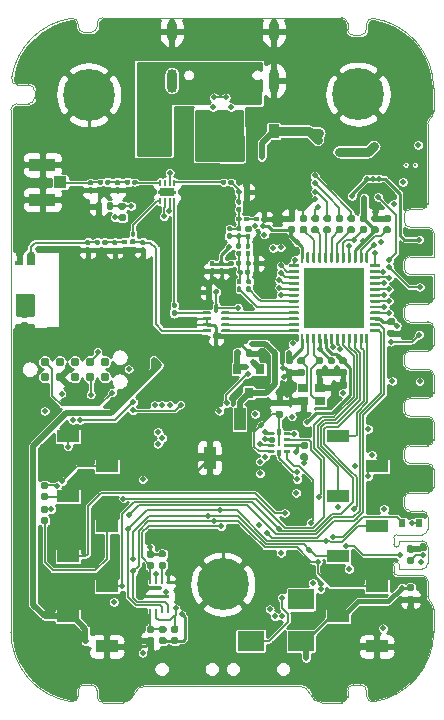
<source format=gbl>
G04 #@! TF.GenerationSoftware,KiCad,Pcbnew,(5.1.10)-1*
G04 #@! TF.CreationDate,2021-07-14T14:20:25+08:00*
G04 #@! TF.ProjectId,BeagleConnect Freedom,42656167-6c65-4436-9f6e-6e6563742046,B*
G04 #@! TF.SameCoordinates,Original*
G04 #@! TF.FileFunction,Copper,L4,Bot*
G04 #@! TF.FilePolarity,Positive*
%FSLAX46Y46*%
G04 Gerber Fmt 4.6, Leading zero omitted, Abs format (unit mm)*
G04 Created by KiCad (PCBNEW (5.1.10)-1) date 2021-07-14 14:20:25*
%MOMM*%
%LPD*%
G01*
G04 APERTURE LIST*
G04 #@! TA.AperFunction,Profile*
%ADD10C,0.050000*%
G04 #@! TD*
G04 #@! TA.AperFunction,EtchedComponent*
%ADD11C,0.152400*%
G04 #@! TD*
G04 #@! TA.AperFunction,SMDPad,CuDef*
%ADD12R,5.150000X5.150000*%
G04 #@! TD*
G04 #@! TA.AperFunction,SMDPad,CuDef*
%ADD13R,0.600000X0.700000*%
G04 #@! TD*
G04 #@! TA.AperFunction,SMDPad,CuDef*
%ADD14R,2.250000X1.700000*%
G04 #@! TD*
G04 #@! TA.AperFunction,SMDPad,CuDef*
%ADD15R,1.900000X1.000000*%
G04 #@! TD*
G04 #@! TA.AperFunction,SMDPad,CuDef*
%ADD16R,1.000000X1.900000*%
G04 #@! TD*
G04 #@! TA.AperFunction,SMDPad,CuDef*
%ADD17R,2.200000X1.050000*%
G04 #@! TD*
G04 #@! TA.AperFunction,SMDPad,CuDef*
%ADD18R,1.050000X1.000000*%
G04 #@! TD*
G04 #@! TA.AperFunction,ComponentPad*
%ADD19O,0.900000X1.700000*%
G04 #@! TD*
G04 #@! TA.AperFunction,ComponentPad*
%ADD20O,0.900000X2.000000*%
G04 #@! TD*
G04 #@! TA.AperFunction,SMDPad,CuDef*
%ADD21C,0.787400*%
G04 #@! TD*
G04 #@! TA.AperFunction,ComponentPad*
%ADD22C,0.200000*%
G04 #@! TD*
G04 #@! TA.AperFunction,SMDPad,CuDef*
%ADD23R,1.600000X0.350000*%
G04 #@! TD*
G04 #@! TA.AperFunction,SMDPad,CuDef*
%ADD24R,0.650000X0.350000*%
G04 #@! TD*
G04 #@! TA.AperFunction,SMDPad,CuDef*
%ADD25R,0.900000X0.800000*%
G04 #@! TD*
G04 #@! TA.AperFunction,SMDPad,CuDef*
%ADD26R,0.250000X0.300000*%
G04 #@! TD*
G04 #@! TA.AperFunction,SMDPad,CuDef*
%ADD27C,0.100000*%
G04 #@! TD*
G04 #@! TA.AperFunction,ComponentPad*
%ADD28C,0.700000*%
G04 #@! TD*
G04 #@! TA.AperFunction,ComponentPad*
%ADD29C,4.400000*%
G04 #@! TD*
G04 #@! TA.AperFunction,SMDPad,CuDef*
%ADD30R,0.800000X0.900000*%
G04 #@! TD*
G04 #@! TA.AperFunction,SMDPad,CuDef*
%ADD31R,0.900000X1.200000*%
G04 #@! TD*
G04 #@! TA.AperFunction,SMDPad,CuDef*
%ADD32R,0.203200X0.558800*%
G04 #@! TD*
G04 #@! TA.AperFunction,SMDPad,CuDef*
%ADD33R,1.244600X0.762000*%
G04 #@! TD*
G04 #@! TA.AperFunction,ViaPad*
%ADD34C,0.500000*%
G04 #@! TD*
G04 #@! TA.AperFunction,Conductor*
%ADD35C,0.250000*%
G04 #@! TD*
G04 #@! TA.AperFunction,Conductor*
%ADD36C,0.150000*%
G04 #@! TD*
G04 #@! TA.AperFunction,Conductor*
%ADD37C,0.500000*%
G04 #@! TD*
G04 #@! TA.AperFunction,Conductor*
%ADD38C,0.152400*%
G04 #@! TD*
G04 #@! TA.AperFunction,Conductor*
%ADD39C,0.300000*%
G04 #@! TD*
G04 #@! TA.AperFunction,Conductor*
%ADD40C,0.400000*%
G04 #@! TD*
G04 #@! TA.AperFunction,Conductor*
%ADD41C,0.200000*%
G04 #@! TD*
G04 #@! TA.AperFunction,Conductor*
%ADD42C,0.800000*%
G04 #@! TD*
G04 #@! TA.AperFunction,Conductor*
%ADD43C,0.127000*%
G04 #@! TD*
G04 #@! TA.AperFunction,Conductor*
%ADD44C,0.254000*%
G04 #@! TD*
G04 #@! TA.AperFunction,Conductor*
%ADD45C,0.100000*%
G04 #@! TD*
G04 APERTURE END LIST*
D10*
X291863382Y-48158779D02*
X291863382Y-46158779D01*
X291863382Y-48158779D02*
G75*
G02*
X291363382Y-48658779I-500000J0D01*
G01*
X289863382Y-48658779D02*
X291363382Y-48658779D01*
X289363382Y-49158779D02*
G75*
G02*
X289863382Y-48658779I500000J0D01*
G01*
X289363382Y-49658779D02*
X289363382Y-49158779D01*
X289863382Y-50158779D02*
G75*
G02*
X289363382Y-49658779I0J500000D01*
G01*
X291363382Y-50158779D02*
X289863382Y-50158779D01*
X291363382Y-50158779D02*
G75*
G02*
X291863382Y-50658779I0J-500000D01*
G01*
X291863382Y-52158779D02*
X291863382Y-50658779D01*
X291863382Y-52158779D02*
G75*
G02*
X291363382Y-52658779I-500000J0D01*
G01*
X289863382Y-52658779D02*
X291363382Y-52658779D01*
X289363382Y-53158779D02*
G75*
G02*
X289863382Y-52658779I500000J0D01*
G01*
X289363382Y-53658779D02*
X289363382Y-53158779D01*
X289863382Y-54158779D02*
G75*
G02*
X289363382Y-53658779I0J500000D01*
G01*
X291363382Y-54158779D02*
X289863382Y-54158779D01*
X291363382Y-54158779D02*
G75*
G02*
X291863382Y-54658779I0J-500000D01*
G01*
X291863382Y-56158779D02*
X291863382Y-54658779D01*
X291863382Y-56158779D02*
G75*
G02*
X291363382Y-56658779I-500000J0D01*
G01*
X289863382Y-56658779D02*
X291363382Y-56658779D01*
X289363382Y-57158779D02*
G75*
G02*
X289863382Y-56658779I500000J0D01*
G01*
X289363382Y-57658779D02*
X289363382Y-57158779D01*
X289863382Y-58158779D02*
G75*
G02*
X289363382Y-57658779I0J500000D01*
G01*
X291363382Y-58158779D02*
X289863382Y-58158779D01*
X291363382Y-58158779D02*
G75*
G02*
X291863382Y-58658779I0J-500000D01*
G01*
X291863382Y-60158779D02*
X291863382Y-58658779D01*
X291863382Y-60158779D02*
G75*
G02*
X291363382Y-60658779I-500000J0D01*
G01*
X289863382Y-60658779D02*
X291363382Y-60658779D01*
X289363382Y-61158779D02*
G75*
G02*
X289863382Y-60658779I500000J0D01*
G01*
X289363382Y-61658779D02*
X289363382Y-61158779D01*
X289863382Y-62158779D02*
G75*
G02*
X289363382Y-61658779I0J500000D01*
G01*
X291363382Y-62158779D02*
X289863382Y-62158779D01*
X291363382Y-62158779D02*
G75*
G02*
X291863382Y-62658779I0J-500000D01*
G01*
X291863382Y-64158779D02*
X291863382Y-62658779D01*
X291863382Y-64158779D02*
G75*
G02*
X291363382Y-64658779I-500000J0D01*
G01*
X289863382Y-64658779D02*
X291363382Y-64658779D01*
X289363382Y-65158779D02*
G75*
G02*
X289863382Y-64658779I500000J0D01*
G01*
X289363382Y-65658779D02*
X289363382Y-65158779D01*
X289863382Y-66158779D02*
G75*
G02*
X289363382Y-65658779I0J500000D01*
G01*
X290863382Y-66158779D02*
X289863382Y-66158779D01*
X290863382Y-66158779D02*
G75*
G02*
X291363382Y-66658779I0J-500000D01*
G01*
X291363382Y-67708779D02*
X291363382Y-66658779D01*
X291363382Y-67708779D02*
G75*
G02*
X290863382Y-68208779I-500000J0D01*
G01*
X288713382Y-68208779D02*
X290863382Y-68208779D01*
X288463382Y-68458779D02*
G75*
G02*
X288713382Y-68208779I250000J0D01*
G01*
X288463382Y-69008779D02*
X288463382Y-68458779D01*
X288963382Y-69008779D02*
G75*
G02*
X288463382Y-69008779I-250000J0D01*
G01*
X288963382Y-68708779D02*
X288963382Y-69008779D01*
X290863382Y-68708779D02*
X288963382Y-68708779D01*
X290863382Y-68708779D02*
G75*
G02*
X291363382Y-69208779I0J-500000D01*
G01*
X291363382Y-70608779D02*
X291363382Y-69208779D01*
X291363382Y-70608779D02*
G75*
G02*
X290863382Y-71108779I-500000J0D01*
G01*
X288963382Y-71108779D02*
X290863382Y-71108779D01*
X288963382Y-70808779D02*
X288963382Y-71108779D01*
X288463382Y-70808779D02*
G75*
G02*
X288963382Y-70808779I250000J0D01*
G01*
X288463382Y-71358779D02*
X288463382Y-70808779D01*
X288713382Y-71608779D02*
G75*
G02*
X288463382Y-71358779I0J250000D01*
G01*
X290863382Y-71608779D02*
X288713382Y-71608779D01*
X290863382Y-71608779D02*
G75*
G02*
X291363382Y-72108779I0J-500000D01*
G01*
X291363382Y-73408779D02*
X291363382Y-72108779D01*
X291530049Y-73781457D02*
G75*
G02*
X291363382Y-73408779I333333J372678D01*
G01*
X291530049Y-73781457D02*
G75*
G02*
X291863382Y-74526813I-666667J-745356D01*
G01*
X291863382Y-76408779D02*
X291863382Y-74526813D01*
X291863381Y-76408779D02*
G75*
G02*
X286736109Y-82344968I-5999999J0D01*
G01*
X286736109Y-82344968D02*
G75*
G02*
X286163382Y-81850286I-72727J494682D01*
G01*
X286163382Y-81408779D02*
X286163382Y-81850286D01*
X285663382Y-80908779D02*
G75*
G02*
X286163382Y-81408779I0J-500000D01*
G01*
X285063382Y-80908779D02*
X285663382Y-80908779D01*
X284563382Y-81408779D02*
G75*
G02*
X285063382Y-80908779I500000J0D01*
G01*
X284563382Y-81908779D02*
X284563382Y-81408779D01*
X284563382Y-81908779D02*
G75*
G02*
X284063382Y-82408779I-500000J0D01*
G01*
X282371260Y-82408779D02*
X284063382Y-82408779D01*
X282371260Y-82408779D02*
G75*
G02*
X281417321Y-81708779I0J1000000D01*
G01*
X280463382Y-81008779D02*
G75*
G02*
X281417321Y-81708779I0J-1000000D01*
G01*
X267463382Y-81008779D02*
X280463382Y-81008779D01*
X266509443Y-81708779D02*
G75*
G02*
X267463382Y-81008779I953939J-300000D01*
G01*
X266509442Y-81708779D02*
G75*
G02*
X265555503Y-82408779I-953939J300000D01*
G01*
X263863382Y-82408779D02*
X265555503Y-82408779D01*
X263863382Y-82408779D02*
G75*
G02*
X263363382Y-81908779I0J500000D01*
G01*
X263363382Y-81408779D02*
X263363382Y-81908779D01*
X262863382Y-80908779D02*
G75*
G02*
X263363382Y-81408779I0J-500000D01*
G01*
X262263382Y-80908779D02*
X262863382Y-80908779D01*
X261763382Y-81408779D02*
G75*
G02*
X262263382Y-80908779I500000J0D01*
G01*
X261763382Y-81850286D02*
X261763382Y-81408779D01*
X261763382Y-81850287D02*
G75*
G02*
X261190654Y-82344968I-500000J1D01*
G01*
X261190655Y-82344969D02*
G75*
G02*
X256063382Y-76408779I872727J5936190D01*
G01*
X256063382Y-32208779D02*
X256063382Y-76408779D01*
X256063382Y-32208779D02*
G75*
G02*
X256563382Y-31708779I500000J0D01*
G01*
X257563382Y-31708779D02*
X256563382Y-31708779D01*
X258063382Y-31208779D02*
G75*
G02*
X257563382Y-31708779I-500000J0D01*
G01*
X258063382Y-30608779D02*
X258063382Y-31208779D01*
X257563382Y-30108779D02*
G75*
G02*
X258063382Y-30608779I0J-500000D01*
G01*
X256621874Y-30108779D02*
X257563382Y-30108779D01*
X256621874Y-30108778D02*
G75*
G02*
X256127192Y-29536052I0J499999D01*
G01*
X256127192Y-29536052D02*
G75*
G02*
X261190654Y-24472589I5936190J-872727D01*
G01*
X261190655Y-24472590D02*
G75*
G02*
X261763382Y-24967272I72727J-494682D01*
G01*
X261763382Y-25158779D02*
X261763382Y-24967272D01*
X262263382Y-25658779D02*
G75*
G02*
X261763382Y-25158779I0J500000D01*
G01*
X262863382Y-25658779D02*
X262263382Y-25658779D01*
X263363382Y-25158779D02*
G75*
G02*
X262863382Y-25658779I-500000J0D01*
G01*
X263363382Y-24908779D02*
X263363382Y-25158779D01*
X263363382Y-24908779D02*
G75*
G02*
X263863382Y-24408779I500000J0D01*
G01*
X284063382Y-24408779D02*
X263863382Y-24408779D01*
X284063382Y-24408779D02*
G75*
G02*
X284563382Y-24908779I0J-500000D01*
G01*
X284563382Y-25408779D02*
X284563382Y-24908779D01*
X285063382Y-25908779D02*
G75*
G02*
X284563382Y-25408779I0J500000D01*
G01*
X285663382Y-25908779D02*
X285063382Y-25908779D01*
X286163382Y-25408779D02*
G75*
G02*
X285663382Y-25908779I-500000J0D01*
G01*
X286163382Y-24967272D02*
X286163382Y-25408779D01*
X286163382Y-24967272D02*
G75*
G02*
X286736109Y-24472589I500000J0D01*
G01*
X286736109Y-24472589D02*
G75*
G02*
X291863382Y-30408779I-872727J-5936190D01*
G01*
X291863382Y-32290745D02*
X291863382Y-30408779D01*
X291863382Y-32290746D02*
G75*
G02*
X291530048Y-33036101I-1000000J1D01*
G01*
X291363382Y-33408779D02*
G75*
G02*
X291530048Y-33036101I500000J0D01*
G01*
X291363382Y-40158779D02*
X291363382Y-33408779D01*
X291363382Y-40158779D02*
G75*
G02*
X290863382Y-40658779I-500000J0D01*
G01*
X289863382Y-40658779D02*
X290863382Y-40658779D01*
X289363382Y-41158779D02*
G75*
G02*
X289863382Y-40658779I500000J0D01*
G01*
X289363382Y-41658779D02*
X289363382Y-41158779D01*
X289863382Y-42158779D02*
G75*
G02*
X289363382Y-41658779I0J500000D01*
G01*
X291363382Y-42158779D02*
X289863382Y-42158779D01*
X291363382Y-42158779D02*
G75*
G02*
X291863382Y-42658779I0J-500000D01*
G01*
X291863382Y-44658779D02*
X291863382Y-42658779D01*
X289863382Y-44658779D02*
X291863382Y-44658779D01*
X289363382Y-45158779D02*
G75*
G02*
X289863382Y-44658779I500000J0D01*
G01*
X289363382Y-45658779D02*
X289363382Y-45158779D01*
X289863382Y-46158779D02*
G75*
G02*
X289363382Y-45658779I0J500000D01*
G01*
X291863382Y-46158779D02*
X289863382Y-46158779D01*
X289363382Y-57658779D02*
X289363382Y-57158779D01*
X289863382Y-58158779D02*
G75*
G02*
X289363382Y-57658779I0J500000D01*
G01*
X291363382Y-58158779D02*
X289863382Y-58158779D01*
X291363382Y-58158779D02*
G75*
G02*
X291863382Y-58658779I0J-500000D01*
G01*
X291863382Y-60158779D02*
X291863382Y-58658779D01*
X291863382Y-60158779D02*
G75*
G02*
X291363382Y-60658779I-500000J0D01*
G01*
X289863382Y-60658779D02*
X291363382Y-60658779D01*
X289363382Y-61158779D02*
G75*
G02*
X289863382Y-60658779I500000J0D01*
G01*
X289363382Y-61658779D02*
X289363382Y-61158779D01*
X289863382Y-62158779D02*
G75*
G02*
X289363382Y-61658779I0J500000D01*
G01*
X291363382Y-62158779D02*
X289863382Y-62158779D01*
X291363382Y-62158779D02*
G75*
G02*
X291863382Y-62658779I0J-500000D01*
G01*
X291863382Y-64158779D02*
X291863382Y-62658779D01*
X291863382Y-64158779D02*
G75*
G02*
X291363382Y-64658779I-500000J0D01*
G01*
X289863382Y-64658779D02*
X291363382Y-64658779D01*
X289363382Y-65158779D02*
G75*
G02*
X289863382Y-64658779I500000J0D01*
G01*
X289363382Y-65658779D02*
X289363382Y-65158779D01*
X289863382Y-66158779D02*
G75*
G02*
X289363382Y-65658779I0J500000D01*
G01*
X290863382Y-66158779D02*
X289863382Y-66158779D01*
X290863382Y-66158779D02*
G75*
G02*
X291363382Y-66658779I0J-500000D01*
G01*
X291363382Y-67708779D02*
X291363382Y-66658779D01*
X291363382Y-67708779D02*
G75*
G02*
X290863382Y-68208779I-500000J0D01*
G01*
X288713382Y-68208779D02*
X290863382Y-68208779D01*
X288463382Y-68458779D02*
G75*
G02*
X288713382Y-68208779I250000J0D01*
G01*
X288463382Y-69008779D02*
X288463382Y-68458779D01*
X288963382Y-69008779D02*
G75*
G02*
X288463382Y-69008779I-250000J0D01*
G01*
X288963382Y-68708779D02*
X288963382Y-69008779D01*
X290863382Y-68708779D02*
X288963382Y-68708779D01*
X290863382Y-68708779D02*
G75*
G02*
X291363382Y-69208779I0J-500000D01*
G01*
X291363382Y-70608779D02*
X291363382Y-69208779D01*
X291363382Y-70608779D02*
G75*
G02*
X290863382Y-71108779I-500000J0D01*
G01*
X288963382Y-71108779D02*
X290863382Y-71108779D01*
X288963382Y-70808779D02*
X288963382Y-71108779D01*
X288463382Y-70808779D02*
G75*
G02*
X288963382Y-70808779I250000J0D01*
G01*
X288463382Y-71358779D02*
X288463382Y-70808779D01*
X288713382Y-71608779D02*
G75*
G02*
X288463382Y-71358779I0J250000D01*
G01*
X290863382Y-71608779D02*
X288713382Y-71608779D01*
X290863382Y-71608779D02*
G75*
G02*
X291363382Y-72108779I0J-500000D01*
G01*
X291363382Y-73408779D02*
X291363382Y-72108779D01*
X291530049Y-73781457D02*
G75*
G02*
X291363382Y-73408779I333333J372678D01*
G01*
X291530049Y-73781457D02*
G75*
G02*
X291863382Y-74526813I-666667J-745356D01*
G01*
X291863382Y-76408779D02*
X291863382Y-74526813D01*
X291863381Y-76408779D02*
G75*
G02*
X286736109Y-82344968I-5999999J0D01*
G01*
X286736109Y-82344968D02*
G75*
G02*
X286163382Y-81850286I-72727J494682D01*
G01*
X286163382Y-81408779D02*
X286163382Y-81850286D01*
X285663382Y-80908779D02*
G75*
G02*
X286163382Y-81408779I0J-500000D01*
G01*
X285063382Y-80908779D02*
X285663382Y-80908779D01*
X284563382Y-81408779D02*
G75*
G02*
X285063382Y-80908779I500000J0D01*
G01*
X284563382Y-81908779D02*
X284563382Y-81408779D01*
X284563382Y-81908779D02*
G75*
G02*
X284063382Y-82408779I-500000J0D01*
G01*
X282371260Y-82408779D02*
X284063382Y-82408779D01*
X282371260Y-82408779D02*
G75*
G02*
X281417321Y-81708779I0J1000000D01*
G01*
X280463382Y-81008779D02*
G75*
G02*
X281417321Y-81708779I0J-1000000D01*
G01*
X267463382Y-81008779D02*
X280463382Y-81008779D01*
X266509443Y-81708779D02*
G75*
G02*
X267463382Y-81008779I953939J-300000D01*
G01*
X266509442Y-81708779D02*
G75*
G02*
X265555503Y-82408779I-953939J300000D01*
G01*
X263863382Y-82408779D02*
X265555503Y-82408779D01*
X263863382Y-82408779D02*
G75*
G02*
X263363382Y-81908779I0J500000D01*
G01*
X263363382Y-81408779D02*
X263363382Y-81908779D01*
X262863382Y-80908779D02*
G75*
G02*
X263363382Y-81408779I0J-500000D01*
G01*
X262263382Y-80908779D02*
X262863382Y-80908779D01*
X261763382Y-81408779D02*
G75*
G02*
X262263382Y-80908779I500000J0D01*
G01*
X261763382Y-81850286D02*
X261763382Y-81408779D01*
X261763382Y-81850287D02*
G75*
G02*
X261190654Y-82344968I-500000J1D01*
G01*
X261190655Y-82344969D02*
G75*
G02*
X256063382Y-76408779I872727J5936190D01*
G01*
X256063382Y-32208779D02*
X256063382Y-76408779D01*
X256063382Y-32208779D02*
G75*
G02*
X256563382Y-31708779I500000J0D01*
G01*
X257563382Y-31708779D02*
X256563382Y-31708779D01*
X258063382Y-31208779D02*
G75*
G02*
X257563382Y-31708779I-500000J0D01*
G01*
X258063382Y-30608779D02*
X258063382Y-31208779D01*
X257563382Y-30108779D02*
G75*
G02*
X258063382Y-30608779I0J-500000D01*
G01*
X256621874Y-30108779D02*
X257563382Y-30108779D01*
X256621874Y-30108778D02*
G75*
G02*
X256127192Y-29536052I0J499999D01*
G01*
X256127192Y-29536052D02*
G75*
G02*
X261190654Y-24472589I5936190J-872727D01*
G01*
X261190655Y-24472590D02*
G75*
G02*
X261763382Y-24967272I72727J-494682D01*
G01*
X261763382Y-25158779D02*
X261763382Y-24967272D01*
X262263382Y-25658779D02*
G75*
G02*
X261763382Y-25158779I0J500000D01*
G01*
X262863382Y-25658779D02*
X262263382Y-25658779D01*
X263363382Y-25158779D02*
G75*
G02*
X262863382Y-25658779I-500000J0D01*
G01*
X263363382Y-24908779D02*
X263363382Y-25158779D01*
X263363382Y-24908779D02*
G75*
G02*
X263863382Y-24408779I500000J0D01*
G01*
X284063382Y-24408779D02*
X263863382Y-24408779D01*
X284063382Y-24408779D02*
G75*
G02*
X284563382Y-24908779I0J-500000D01*
G01*
X284563382Y-25408779D02*
X284563382Y-24908779D01*
X285063382Y-25908779D02*
G75*
G02*
X284563382Y-25408779I0J500000D01*
G01*
X285663382Y-25908779D02*
X285063382Y-25908779D01*
X286163382Y-25408779D02*
G75*
G02*
X285663382Y-25908779I-500000J0D01*
G01*
X286163382Y-24967272D02*
X286163382Y-25408779D01*
X286163382Y-24967272D02*
G75*
G02*
X286736109Y-24472589I500000J0D01*
G01*
X286736109Y-24472589D02*
G75*
G02*
X291863382Y-30408779I-872727J-5936190D01*
G01*
X291863382Y-32290745D02*
X291863382Y-30408779D01*
X291863382Y-32290746D02*
G75*
G02*
X291530048Y-33036101I-1000000J1D01*
G01*
X291363382Y-33408779D02*
G75*
G02*
X291530048Y-33036101I500000J0D01*
G01*
X291363382Y-40158779D02*
X291363382Y-33408779D01*
X291363382Y-40158779D02*
G75*
G02*
X290863382Y-40658779I-500000J0D01*
G01*
X289863382Y-40658779D02*
X290863382Y-40658779D01*
X289363382Y-41158779D02*
G75*
G02*
X289863382Y-40658779I500000J0D01*
G01*
X289363382Y-41658779D02*
X289363382Y-41158779D01*
X289863382Y-42158779D02*
G75*
G02*
X289363382Y-41658779I0J500000D01*
G01*
X291363382Y-42158779D02*
X289863382Y-42158779D01*
X291363382Y-42158779D02*
G75*
G02*
X291863382Y-42658779I0J-500000D01*
G01*
X291863382Y-44658779D02*
X291863382Y-42658779D01*
X289863382Y-44658779D02*
X291863382Y-44658779D01*
X289363382Y-45158779D02*
G75*
G02*
X289863382Y-44658779I500000J0D01*
G01*
X289363382Y-45658779D02*
X289363382Y-45158779D01*
X289863382Y-46158779D02*
G75*
G02*
X289363382Y-45658779I0J500000D01*
G01*
X291863382Y-46158779D02*
X289863382Y-46158779D01*
X291863382Y-48158779D02*
X291863382Y-46158779D01*
X291863382Y-48158779D02*
G75*
G02*
X291363382Y-48658779I-500000J0D01*
G01*
X289863382Y-48658779D02*
X291363382Y-48658779D01*
X289363382Y-49158779D02*
G75*
G02*
X289863382Y-48658779I500000J0D01*
G01*
X289363382Y-49658779D02*
X289363382Y-49158779D01*
X289863382Y-50158779D02*
G75*
G02*
X289363382Y-49658779I0J500000D01*
G01*
X291363382Y-50158779D02*
X289863382Y-50158779D01*
X291363382Y-50158779D02*
G75*
G02*
X291863382Y-50658779I0J-500000D01*
G01*
X291863382Y-52158779D02*
X291863382Y-50658779D01*
X291863382Y-52158779D02*
G75*
G02*
X291363382Y-52658779I-500000J0D01*
G01*
X289863382Y-52658779D02*
X291363382Y-52658779D01*
X289363382Y-53158779D02*
G75*
G02*
X289863382Y-52658779I500000J0D01*
G01*
X289363382Y-53658779D02*
X289363382Y-53158779D01*
X289863382Y-54158779D02*
G75*
G02*
X289363382Y-53658779I0J500000D01*
G01*
X291363382Y-54158779D02*
X289863382Y-54158779D01*
X291363382Y-54158779D02*
G75*
G02*
X291863382Y-54658779I0J-500000D01*
G01*
X291863382Y-56158779D02*
X291863382Y-54658779D01*
X291863382Y-56158779D02*
G75*
G02*
X291363382Y-56658779I-500000J0D01*
G01*
X289863382Y-56658779D02*
X291363382Y-56658779D01*
X289363382Y-57158779D02*
G75*
G02*
X289863382Y-56658779I500000J0D01*
G01*
X286463382Y-30908779D02*
G75*
G03*
X286463382Y-30908779I-1100000J0D01*
G01*
X263663382Y-30908779D02*
G75*
G03*
X263663382Y-30908779I-1100000J0D01*
G01*
X286463382Y-30908779D02*
G75*
G03*
X286463382Y-30908779I-1100000J0D01*
G01*
X263663382Y-30908779D02*
G75*
G03*
X263663382Y-30908779I-1100000J0D01*
G01*
D11*
X269922300Y-39160000D02*
X269922300Y-39261600D01*
X269973100Y-39160000D02*
X269922300Y-39160000D01*
X269973100Y-39261600D02*
X269973100Y-39160000D01*
X269922300Y-39261600D02*
X269973100Y-39261600D01*
X269922300Y-39160000D02*
X269922300Y-39058400D01*
X269973100Y-39160000D02*
X269922300Y-39160000D01*
X269973100Y-39058400D02*
X269973100Y-39160000D01*
X269922300Y-39058400D02*
X269973100Y-39058400D01*
X268677700Y-39160000D02*
X268677700Y-39261600D01*
X268626900Y-39160000D02*
X268677700Y-39160000D01*
X268626900Y-39261600D02*
X268626900Y-39160000D01*
X268677700Y-39261600D02*
X268626900Y-39261600D01*
X268677700Y-39160000D02*
X268677700Y-39058400D01*
X268626900Y-39160000D02*
X268677700Y-39160000D01*
X268626900Y-39058400D02*
X268626900Y-39160000D01*
X268677700Y-39058400D02*
X268626900Y-39058400D01*
G04 #@! TA.AperFunction,SMDPad,CuDef*
G36*
G01*
X274296000Y-38254000D02*
X274296000Y-38454000D01*
G75*
G02*
X274196000Y-38554000I-100000J0D01*
G01*
X273936000Y-38554000D01*
G75*
G02*
X273836000Y-38454000I0J100000D01*
G01*
X273836000Y-38254000D01*
G75*
G02*
X273936000Y-38154000I100000J0D01*
G01*
X274196000Y-38154000D01*
G75*
G02*
X274296000Y-38254000I0J-100000D01*
G01*
G37*
G04 #@! TD.AperFunction*
G04 #@! TA.AperFunction,SMDPad,CuDef*
G36*
G01*
X274936000Y-38254000D02*
X274936000Y-38454000D01*
G75*
G02*
X274836000Y-38554000I-100000J0D01*
G01*
X274576000Y-38554000D01*
G75*
G02*
X274476000Y-38454000I0J100000D01*
G01*
X274476000Y-38254000D01*
G75*
G02*
X274576000Y-38154000I100000J0D01*
G01*
X274836000Y-38154000D01*
G75*
G02*
X274936000Y-38254000I0J-100000D01*
G01*
G37*
G04 #@! TD.AperFunction*
D12*
X283460000Y-48170000D03*
G04 #@! TA.AperFunction,SMDPad,CuDef*
G36*
G01*
X280585000Y-51982500D02*
X280585000Y-51232500D01*
G75*
G02*
X280647500Y-51170000I62500J0D01*
G01*
X280772500Y-51170000D01*
G75*
G02*
X280835000Y-51232500I0J-62500D01*
G01*
X280835000Y-51982500D01*
G75*
G02*
X280772500Y-52045000I-62500J0D01*
G01*
X280647500Y-52045000D01*
G75*
G02*
X280585000Y-51982500I0J62500D01*
G01*
G37*
G04 #@! TD.AperFunction*
G04 #@! TA.AperFunction,SMDPad,CuDef*
G36*
G01*
X281085000Y-51982500D02*
X281085000Y-51232500D01*
G75*
G02*
X281147500Y-51170000I62500J0D01*
G01*
X281272500Y-51170000D01*
G75*
G02*
X281335000Y-51232500I0J-62500D01*
G01*
X281335000Y-51982500D01*
G75*
G02*
X281272500Y-52045000I-62500J0D01*
G01*
X281147500Y-52045000D01*
G75*
G02*
X281085000Y-51982500I0J62500D01*
G01*
G37*
G04 #@! TD.AperFunction*
G04 #@! TA.AperFunction,SMDPad,CuDef*
G36*
G01*
X281585000Y-51982500D02*
X281585000Y-51232500D01*
G75*
G02*
X281647500Y-51170000I62500J0D01*
G01*
X281772500Y-51170000D01*
G75*
G02*
X281835000Y-51232500I0J-62500D01*
G01*
X281835000Y-51982500D01*
G75*
G02*
X281772500Y-52045000I-62500J0D01*
G01*
X281647500Y-52045000D01*
G75*
G02*
X281585000Y-51982500I0J62500D01*
G01*
G37*
G04 #@! TD.AperFunction*
G04 #@! TA.AperFunction,SMDPad,CuDef*
G36*
G01*
X282085000Y-51982500D02*
X282085000Y-51232500D01*
G75*
G02*
X282147500Y-51170000I62500J0D01*
G01*
X282272500Y-51170000D01*
G75*
G02*
X282335000Y-51232500I0J-62500D01*
G01*
X282335000Y-51982500D01*
G75*
G02*
X282272500Y-52045000I-62500J0D01*
G01*
X282147500Y-52045000D01*
G75*
G02*
X282085000Y-51982500I0J62500D01*
G01*
G37*
G04 #@! TD.AperFunction*
G04 #@! TA.AperFunction,SMDPad,CuDef*
G36*
G01*
X282585000Y-51982500D02*
X282585000Y-51232500D01*
G75*
G02*
X282647500Y-51170000I62500J0D01*
G01*
X282772500Y-51170000D01*
G75*
G02*
X282835000Y-51232500I0J-62500D01*
G01*
X282835000Y-51982500D01*
G75*
G02*
X282772500Y-52045000I-62500J0D01*
G01*
X282647500Y-52045000D01*
G75*
G02*
X282585000Y-51982500I0J62500D01*
G01*
G37*
G04 #@! TD.AperFunction*
G04 #@! TA.AperFunction,SMDPad,CuDef*
G36*
G01*
X283085000Y-51982500D02*
X283085000Y-51232500D01*
G75*
G02*
X283147500Y-51170000I62500J0D01*
G01*
X283272500Y-51170000D01*
G75*
G02*
X283335000Y-51232500I0J-62500D01*
G01*
X283335000Y-51982500D01*
G75*
G02*
X283272500Y-52045000I-62500J0D01*
G01*
X283147500Y-52045000D01*
G75*
G02*
X283085000Y-51982500I0J62500D01*
G01*
G37*
G04 #@! TD.AperFunction*
G04 #@! TA.AperFunction,SMDPad,CuDef*
G36*
G01*
X283585000Y-51982500D02*
X283585000Y-51232500D01*
G75*
G02*
X283647500Y-51170000I62500J0D01*
G01*
X283772500Y-51170000D01*
G75*
G02*
X283835000Y-51232500I0J-62500D01*
G01*
X283835000Y-51982500D01*
G75*
G02*
X283772500Y-52045000I-62500J0D01*
G01*
X283647500Y-52045000D01*
G75*
G02*
X283585000Y-51982500I0J62500D01*
G01*
G37*
G04 #@! TD.AperFunction*
G04 #@! TA.AperFunction,SMDPad,CuDef*
G36*
G01*
X284085000Y-51982500D02*
X284085000Y-51232500D01*
G75*
G02*
X284147500Y-51170000I62500J0D01*
G01*
X284272500Y-51170000D01*
G75*
G02*
X284335000Y-51232500I0J-62500D01*
G01*
X284335000Y-51982500D01*
G75*
G02*
X284272500Y-52045000I-62500J0D01*
G01*
X284147500Y-52045000D01*
G75*
G02*
X284085000Y-51982500I0J62500D01*
G01*
G37*
G04 #@! TD.AperFunction*
G04 #@! TA.AperFunction,SMDPad,CuDef*
G36*
G01*
X284585000Y-51982500D02*
X284585000Y-51232500D01*
G75*
G02*
X284647500Y-51170000I62500J0D01*
G01*
X284772500Y-51170000D01*
G75*
G02*
X284835000Y-51232500I0J-62500D01*
G01*
X284835000Y-51982500D01*
G75*
G02*
X284772500Y-52045000I-62500J0D01*
G01*
X284647500Y-52045000D01*
G75*
G02*
X284585000Y-51982500I0J62500D01*
G01*
G37*
G04 #@! TD.AperFunction*
G04 #@! TA.AperFunction,SMDPad,CuDef*
G36*
G01*
X285085000Y-51982500D02*
X285085000Y-51232500D01*
G75*
G02*
X285147500Y-51170000I62500J0D01*
G01*
X285272500Y-51170000D01*
G75*
G02*
X285335000Y-51232500I0J-62500D01*
G01*
X285335000Y-51982500D01*
G75*
G02*
X285272500Y-52045000I-62500J0D01*
G01*
X285147500Y-52045000D01*
G75*
G02*
X285085000Y-51982500I0J62500D01*
G01*
G37*
G04 #@! TD.AperFunction*
G04 #@! TA.AperFunction,SMDPad,CuDef*
G36*
G01*
X285585000Y-51982500D02*
X285585000Y-51232500D01*
G75*
G02*
X285647500Y-51170000I62500J0D01*
G01*
X285772500Y-51170000D01*
G75*
G02*
X285835000Y-51232500I0J-62500D01*
G01*
X285835000Y-51982500D01*
G75*
G02*
X285772500Y-52045000I-62500J0D01*
G01*
X285647500Y-52045000D01*
G75*
G02*
X285585000Y-51982500I0J62500D01*
G01*
G37*
G04 #@! TD.AperFunction*
G04 #@! TA.AperFunction,SMDPad,CuDef*
G36*
G01*
X286085000Y-51982500D02*
X286085000Y-51232500D01*
G75*
G02*
X286147500Y-51170000I62500J0D01*
G01*
X286272500Y-51170000D01*
G75*
G02*
X286335000Y-51232500I0J-62500D01*
G01*
X286335000Y-51982500D01*
G75*
G02*
X286272500Y-52045000I-62500J0D01*
G01*
X286147500Y-52045000D01*
G75*
G02*
X286085000Y-51982500I0J62500D01*
G01*
G37*
G04 #@! TD.AperFunction*
G04 #@! TA.AperFunction,SMDPad,CuDef*
G36*
G01*
X286460000Y-50982500D02*
X286460000Y-50857500D01*
G75*
G02*
X286522500Y-50795000I62500J0D01*
G01*
X287272500Y-50795000D01*
G75*
G02*
X287335000Y-50857500I0J-62500D01*
G01*
X287335000Y-50982500D01*
G75*
G02*
X287272500Y-51045000I-62500J0D01*
G01*
X286522500Y-51045000D01*
G75*
G02*
X286460000Y-50982500I0J62500D01*
G01*
G37*
G04 #@! TD.AperFunction*
G04 #@! TA.AperFunction,SMDPad,CuDef*
G36*
G01*
X286460000Y-50482500D02*
X286460000Y-50357500D01*
G75*
G02*
X286522500Y-50295000I62500J0D01*
G01*
X287272500Y-50295000D01*
G75*
G02*
X287335000Y-50357500I0J-62500D01*
G01*
X287335000Y-50482500D01*
G75*
G02*
X287272500Y-50545000I-62500J0D01*
G01*
X286522500Y-50545000D01*
G75*
G02*
X286460000Y-50482500I0J62500D01*
G01*
G37*
G04 #@! TD.AperFunction*
G04 #@! TA.AperFunction,SMDPad,CuDef*
G36*
G01*
X286460000Y-49982500D02*
X286460000Y-49857500D01*
G75*
G02*
X286522500Y-49795000I62500J0D01*
G01*
X287272500Y-49795000D01*
G75*
G02*
X287335000Y-49857500I0J-62500D01*
G01*
X287335000Y-49982500D01*
G75*
G02*
X287272500Y-50045000I-62500J0D01*
G01*
X286522500Y-50045000D01*
G75*
G02*
X286460000Y-49982500I0J62500D01*
G01*
G37*
G04 #@! TD.AperFunction*
G04 #@! TA.AperFunction,SMDPad,CuDef*
G36*
G01*
X286460000Y-49482500D02*
X286460000Y-49357500D01*
G75*
G02*
X286522500Y-49295000I62500J0D01*
G01*
X287272500Y-49295000D01*
G75*
G02*
X287335000Y-49357500I0J-62500D01*
G01*
X287335000Y-49482500D01*
G75*
G02*
X287272500Y-49545000I-62500J0D01*
G01*
X286522500Y-49545000D01*
G75*
G02*
X286460000Y-49482500I0J62500D01*
G01*
G37*
G04 #@! TD.AperFunction*
G04 #@! TA.AperFunction,SMDPad,CuDef*
G36*
G01*
X286460000Y-48982500D02*
X286460000Y-48857500D01*
G75*
G02*
X286522500Y-48795000I62500J0D01*
G01*
X287272500Y-48795000D01*
G75*
G02*
X287335000Y-48857500I0J-62500D01*
G01*
X287335000Y-48982500D01*
G75*
G02*
X287272500Y-49045000I-62500J0D01*
G01*
X286522500Y-49045000D01*
G75*
G02*
X286460000Y-48982500I0J62500D01*
G01*
G37*
G04 #@! TD.AperFunction*
G04 #@! TA.AperFunction,SMDPad,CuDef*
G36*
G01*
X286460000Y-48482500D02*
X286460000Y-48357500D01*
G75*
G02*
X286522500Y-48295000I62500J0D01*
G01*
X287272500Y-48295000D01*
G75*
G02*
X287335000Y-48357500I0J-62500D01*
G01*
X287335000Y-48482500D01*
G75*
G02*
X287272500Y-48545000I-62500J0D01*
G01*
X286522500Y-48545000D01*
G75*
G02*
X286460000Y-48482500I0J62500D01*
G01*
G37*
G04 #@! TD.AperFunction*
G04 #@! TA.AperFunction,SMDPad,CuDef*
G36*
G01*
X286460000Y-47982500D02*
X286460000Y-47857500D01*
G75*
G02*
X286522500Y-47795000I62500J0D01*
G01*
X287272500Y-47795000D01*
G75*
G02*
X287335000Y-47857500I0J-62500D01*
G01*
X287335000Y-47982500D01*
G75*
G02*
X287272500Y-48045000I-62500J0D01*
G01*
X286522500Y-48045000D01*
G75*
G02*
X286460000Y-47982500I0J62500D01*
G01*
G37*
G04 #@! TD.AperFunction*
G04 #@! TA.AperFunction,SMDPad,CuDef*
G36*
G01*
X286460000Y-47482500D02*
X286460000Y-47357500D01*
G75*
G02*
X286522500Y-47295000I62500J0D01*
G01*
X287272500Y-47295000D01*
G75*
G02*
X287335000Y-47357500I0J-62500D01*
G01*
X287335000Y-47482500D01*
G75*
G02*
X287272500Y-47545000I-62500J0D01*
G01*
X286522500Y-47545000D01*
G75*
G02*
X286460000Y-47482500I0J62500D01*
G01*
G37*
G04 #@! TD.AperFunction*
G04 #@! TA.AperFunction,SMDPad,CuDef*
G36*
G01*
X286460000Y-46982500D02*
X286460000Y-46857500D01*
G75*
G02*
X286522500Y-46795000I62500J0D01*
G01*
X287272500Y-46795000D01*
G75*
G02*
X287335000Y-46857500I0J-62500D01*
G01*
X287335000Y-46982500D01*
G75*
G02*
X287272500Y-47045000I-62500J0D01*
G01*
X286522500Y-47045000D01*
G75*
G02*
X286460000Y-46982500I0J62500D01*
G01*
G37*
G04 #@! TD.AperFunction*
G04 #@! TA.AperFunction,SMDPad,CuDef*
G36*
G01*
X286460000Y-46482500D02*
X286460000Y-46357500D01*
G75*
G02*
X286522500Y-46295000I62500J0D01*
G01*
X287272500Y-46295000D01*
G75*
G02*
X287335000Y-46357500I0J-62500D01*
G01*
X287335000Y-46482500D01*
G75*
G02*
X287272500Y-46545000I-62500J0D01*
G01*
X286522500Y-46545000D01*
G75*
G02*
X286460000Y-46482500I0J62500D01*
G01*
G37*
G04 #@! TD.AperFunction*
G04 #@! TA.AperFunction,SMDPad,CuDef*
G36*
G01*
X286460000Y-45982500D02*
X286460000Y-45857500D01*
G75*
G02*
X286522500Y-45795000I62500J0D01*
G01*
X287272500Y-45795000D01*
G75*
G02*
X287335000Y-45857500I0J-62500D01*
G01*
X287335000Y-45982500D01*
G75*
G02*
X287272500Y-46045000I-62500J0D01*
G01*
X286522500Y-46045000D01*
G75*
G02*
X286460000Y-45982500I0J62500D01*
G01*
G37*
G04 #@! TD.AperFunction*
G04 #@! TA.AperFunction,SMDPad,CuDef*
G36*
G01*
X286460000Y-45482500D02*
X286460000Y-45357500D01*
G75*
G02*
X286522500Y-45295000I62500J0D01*
G01*
X287272500Y-45295000D01*
G75*
G02*
X287335000Y-45357500I0J-62500D01*
G01*
X287335000Y-45482500D01*
G75*
G02*
X287272500Y-45545000I-62500J0D01*
G01*
X286522500Y-45545000D01*
G75*
G02*
X286460000Y-45482500I0J62500D01*
G01*
G37*
G04 #@! TD.AperFunction*
G04 #@! TA.AperFunction,SMDPad,CuDef*
G36*
G01*
X286085000Y-45107500D02*
X286085000Y-44357500D01*
G75*
G02*
X286147500Y-44295000I62500J0D01*
G01*
X286272500Y-44295000D01*
G75*
G02*
X286335000Y-44357500I0J-62500D01*
G01*
X286335000Y-45107500D01*
G75*
G02*
X286272500Y-45170000I-62500J0D01*
G01*
X286147500Y-45170000D01*
G75*
G02*
X286085000Y-45107500I0J62500D01*
G01*
G37*
G04 #@! TD.AperFunction*
G04 #@! TA.AperFunction,SMDPad,CuDef*
G36*
G01*
X285585000Y-45107500D02*
X285585000Y-44357500D01*
G75*
G02*
X285647500Y-44295000I62500J0D01*
G01*
X285772500Y-44295000D01*
G75*
G02*
X285835000Y-44357500I0J-62500D01*
G01*
X285835000Y-45107500D01*
G75*
G02*
X285772500Y-45170000I-62500J0D01*
G01*
X285647500Y-45170000D01*
G75*
G02*
X285585000Y-45107500I0J62500D01*
G01*
G37*
G04 #@! TD.AperFunction*
G04 #@! TA.AperFunction,SMDPad,CuDef*
G36*
G01*
X285085000Y-45107500D02*
X285085000Y-44357500D01*
G75*
G02*
X285147500Y-44295000I62500J0D01*
G01*
X285272500Y-44295000D01*
G75*
G02*
X285335000Y-44357500I0J-62500D01*
G01*
X285335000Y-45107500D01*
G75*
G02*
X285272500Y-45170000I-62500J0D01*
G01*
X285147500Y-45170000D01*
G75*
G02*
X285085000Y-45107500I0J62500D01*
G01*
G37*
G04 #@! TD.AperFunction*
G04 #@! TA.AperFunction,SMDPad,CuDef*
G36*
G01*
X284585000Y-45107500D02*
X284585000Y-44357500D01*
G75*
G02*
X284647500Y-44295000I62500J0D01*
G01*
X284772500Y-44295000D01*
G75*
G02*
X284835000Y-44357500I0J-62500D01*
G01*
X284835000Y-45107500D01*
G75*
G02*
X284772500Y-45170000I-62500J0D01*
G01*
X284647500Y-45170000D01*
G75*
G02*
X284585000Y-45107500I0J62500D01*
G01*
G37*
G04 #@! TD.AperFunction*
G04 #@! TA.AperFunction,SMDPad,CuDef*
G36*
G01*
X284085000Y-45107500D02*
X284085000Y-44357500D01*
G75*
G02*
X284147500Y-44295000I62500J0D01*
G01*
X284272500Y-44295000D01*
G75*
G02*
X284335000Y-44357500I0J-62500D01*
G01*
X284335000Y-45107500D01*
G75*
G02*
X284272500Y-45170000I-62500J0D01*
G01*
X284147500Y-45170000D01*
G75*
G02*
X284085000Y-45107500I0J62500D01*
G01*
G37*
G04 #@! TD.AperFunction*
G04 #@! TA.AperFunction,SMDPad,CuDef*
G36*
G01*
X283585000Y-45107500D02*
X283585000Y-44357500D01*
G75*
G02*
X283647500Y-44295000I62500J0D01*
G01*
X283772500Y-44295000D01*
G75*
G02*
X283835000Y-44357500I0J-62500D01*
G01*
X283835000Y-45107500D01*
G75*
G02*
X283772500Y-45170000I-62500J0D01*
G01*
X283647500Y-45170000D01*
G75*
G02*
X283585000Y-45107500I0J62500D01*
G01*
G37*
G04 #@! TD.AperFunction*
G04 #@! TA.AperFunction,SMDPad,CuDef*
G36*
G01*
X283085000Y-45107500D02*
X283085000Y-44357500D01*
G75*
G02*
X283147500Y-44295000I62500J0D01*
G01*
X283272500Y-44295000D01*
G75*
G02*
X283335000Y-44357500I0J-62500D01*
G01*
X283335000Y-45107500D01*
G75*
G02*
X283272500Y-45170000I-62500J0D01*
G01*
X283147500Y-45170000D01*
G75*
G02*
X283085000Y-45107500I0J62500D01*
G01*
G37*
G04 #@! TD.AperFunction*
G04 #@! TA.AperFunction,SMDPad,CuDef*
G36*
G01*
X282585000Y-45107500D02*
X282585000Y-44357500D01*
G75*
G02*
X282647500Y-44295000I62500J0D01*
G01*
X282772500Y-44295000D01*
G75*
G02*
X282835000Y-44357500I0J-62500D01*
G01*
X282835000Y-45107500D01*
G75*
G02*
X282772500Y-45170000I-62500J0D01*
G01*
X282647500Y-45170000D01*
G75*
G02*
X282585000Y-45107500I0J62500D01*
G01*
G37*
G04 #@! TD.AperFunction*
G04 #@! TA.AperFunction,SMDPad,CuDef*
G36*
G01*
X282085000Y-45107500D02*
X282085000Y-44357500D01*
G75*
G02*
X282147500Y-44295000I62500J0D01*
G01*
X282272500Y-44295000D01*
G75*
G02*
X282335000Y-44357500I0J-62500D01*
G01*
X282335000Y-45107500D01*
G75*
G02*
X282272500Y-45170000I-62500J0D01*
G01*
X282147500Y-45170000D01*
G75*
G02*
X282085000Y-45107500I0J62500D01*
G01*
G37*
G04 #@! TD.AperFunction*
G04 #@! TA.AperFunction,SMDPad,CuDef*
G36*
G01*
X281585000Y-45107500D02*
X281585000Y-44357500D01*
G75*
G02*
X281647500Y-44295000I62500J0D01*
G01*
X281772500Y-44295000D01*
G75*
G02*
X281835000Y-44357500I0J-62500D01*
G01*
X281835000Y-45107500D01*
G75*
G02*
X281772500Y-45170000I-62500J0D01*
G01*
X281647500Y-45170000D01*
G75*
G02*
X281585000Y-45107500I0J62500D01*
G01*
G37*
G04 #@! TD.AperFunction*
G04 #@! TA.AperFunction,SMDPad,CuDef*
G36*
G01*
X281085000Y-45107500D02*
X281085000Y-44357500D01*
G75*
G02*
X281147500Y-44295000I62500J0D01*
G01*
X281272500Y-44295000D01*
G75*
G02*
X281335000Y-44357500I0J-62500D01*
G01*
X281335000Y-45107500D01*
G75*
G02*
X281272500Y-45170000I-62500J0D01*
G01*
X281147500Y-45170000D01*
G75*
G02*
X281085000Y-45107500I0J62500D01*
G01*
G37*
G04 #@! TD.AperFunction*
G04 #@! TA.AperFunction,SMDPad,CuDef*
G36*
G01*
X280585000Y-45107500D02*
X280585000Y-44357500D01*
G75*
G02*
X280647500Y-44295000I62500J0D01*
G01*
X280772500Y-44295000D01*
G75*
G02*
X280835000Y-44357500I0J-62500D01*
G01*
X280835000Y-45107500D01*
G75*
G02*
X280772500Y-45170000I-62500J0D01*
G01*
X280647500Y-45170000D01*
G75*
G02*
X280585000Y-45107500I0J62500D01*
G01*
G37*
G04 #@! TD.AperFunction*
G04 #@! TA.AperFunction,SMDPad,CuDef*
G36*
G01*
X279585000Y-45482500D02*
X279585000Y-45357500D01*
G75*
G02*
X279647500Y-45295000I62500J0D01*
G01*
X280397500Y-45295000D01*
G75*
G02*
X280460000Y-45357500I0J-62500D01*
G01*
X280460000Y-45482500D01*
G75*
G02*
X280397500Y-45545000I-62500J0D01*
G01*
X279647500Y-45545000D01*
G75*
G02*
X279585000Y-45482500I0J62500D01*
G01*
G37*
G04 #@! TD.AperFunction*
G04 #@! TA.AperFunction,SMDPad,CuDef*
G36*
G01*
X279585000Y-45982500D02*
X279585000Y-45857500D01*
G75*
G02*
X279647500Y-45795000I62500J0D01*
G01*
X280397500Y-45795000D01*
G75*
G02*
X280460000Y-45857500I0J-62500D01*
G01*
X280460000Y-45982500D01*
G75*
G02*
X280397500Y-46045000I-62500J0D01*
G01*
X279647500Y-46045000D01*
G75*
G02*
X279585000Y-45982500I0J62500D01*
G01*
G37*
G04 #@! TD.AperFunction*
G04 #@! TA.AperFunction,SMDPad,CuDef*
G36*
G01*
X279585000Y-46482500D02*
X279585000Y-46357500D01*
G75*
G02*
X279647500Y-46295000I62500J0D01*
G01*
X280397500Y-46295000D01*
G75*
G02*
X280460000Y-46357500I0J-62500D01*
G01*
X280460000Y-46482500D01*
G75*
G02*
X280397500Y-46545000I-62500J0D01*
G01*
X279647500Y-46545000D01*
G75*
G02*
X279585000Y-46482500I0J62500D01*
G01*
G37*
G04 #@! TD.AperFunction*
G04 #@! TA.AperFunction,SMDPad,CuDef*
G36*
G01*
X279585000Y-46982500D02*
X279585000Y-46857500D01*
G75*
G02*
X279647500Y-46795000I62500J0D01*
G01*
X280397500Y-46795000D01*
G75*
G02*
X280460000Y-46857500I0J-62500D01*
G01*
X280460000Y-46982500D01*
G75*
G02*
X280397500Y-47045000I-62500J0D01*
G01*
X279647500Y-47045000D01*
G75*
G02*
X279585000Y-46982500I0J62500D01*
G01*
G37*
G04 #@! TD.AperFunction*
G04 #@! TA.AperFunction,SMDPad,CuDef*
G36*
G01*
X279585000Y-47482500D02*
X279585000Y-47357500D01*
G75*
G02*
X279647500Y-47295000I62500J0D01*
G01*
X280397500Y-47295000D01*
G75*
G02*
X280460000Y-47357500I0J-62500D01*
G01*
X280460000Y-47482500D01*
G75*
G02*
X280397500Y-47545000I-62500J0D01*
G01*
X279647500Y-47545000D01*
G75*
G02*
X279585000Y-47482500I0J62500D01*
G01*
G37*
G04 #@! TD.AperFunction*
G04 #@! TA.AperFunction,SMDPad,CuDef*
G36*
G01*
X279585000Y-47982500D02*
X279585000Y-47857500D01*
G75*
G02*
X279647500Y-47795000I62500J0D01*
G01*
X280397500Y-47795000D01*
G75*
G02*
X280460000Y-47857500I0J-62500D01*
G01*
X280460000Y-47982500D01*
G75*
G02*
X280397500Y-48045000I-62500J0D01*
G01*
X279647500Y-48045000D01*
G75*
G02*
X279585000Y-47982500I0J62500D01*
G01*
G37*
G04 #@! TD.AperFunction*
G04 #@! TA.AperFunction,SMDPad,CuDef*
G36*
G01*
X279585000Y-48482500D02*
X279585000Y-48357500D01*
G75*
G02*
X279647500Y-48295000I62500J0D01*
G01*
X280397500Y-48295000D01*
G75*
G02*
X280460000Y-48357500I0J-62500D01*
G01*
X280460000Y-48482500D01*
G75*
G02*
X280397500Y-48545000I-62500J0D01*
G01*
X279647500Y-48545000D01*
G75*
G02*
X279585000Y-48482500I0J62500D01*
G01*
G37*
G04 #@! TD.AperFunction*
G04 #@! TA.AperFunction,SMDPad,CuDef*
G36*
G01*
X279585000Y-48982500D02*
X279585000Y-48857500D01*
G75*
G02*
X279647500Y-48795000I62500J0D01*
G01*
X280397500Y-48795000D01*
G75*
G02*
X280460000Y-48857500I0J-62500D01*
G01*
X280460000Y-48982500D01*
G75*
G02*
X280397500Y-49045000I-62500J0D01*
G01*
X279647500Y-49045000D01*
G75*
G02*
X279585000Y-48982500I0J62500D01*
G01*
G37*
G04 #@! TD.AperFunction*
G04 #@! TA.AperFunction,SMDPad,CuDef*
G36*
G01*
X279585000Y-49482500D02*
X279585000Y-49357500D01*
G75*
G02*
X279647500Y-49295000I62500J0D01*
G01*
X280397500Y-49295000D01*
G75*
G02*
X280460000Y-49357500I0J-62500D01*
G01*
X280460000Y-49482500D01*
G75*
G02*
X280397500Y-49545000I-62500J0D01*
G01*
X279647500Y-49545000D01*
G75*
G02*
X279585000Y-49482500I0J62500D01*
G01*
G37*
G04 #@! TD.AperFunction*
G04 #@! TA.AperFunction,SMDPad,CuDef*
G36*
G01*
X279585000Y-49982500D02*
X279585000Y-49857500D01*
G75*
G02*
X279647500Y-49795000I62500J0D01*
G01*
X280397500Y-49795000D01*
G75*
G02*
X280460000Y-49857500I0J-62500D01*
G01*
X280460000Y-49982500D01*
G75*
G02*
X280397500Y-50045000I-62500J0D01*
G01*
X279647500Y-50045000D01*
G75*
G02*
X279585000Y-49982500I0J62500D01*
G01*
G37*
G04 #@! TD.AperFunction*
G04 #@! TA.AperFunction,SMDPad,CuDef*
G36*
G01*
X279585000Y-50482500D02*
X279585000Y-50357500D01*
G75*
G02*
X279647500Y-50295000I62500J0D01*
G01*
X280397500Y-50295000D01*
G75*
G02*
X280460000Y-50357500I0J-62500D01*
G01*
X280460000Y-50482500D01*
G75*
G02*
X280397500Y-50545000I-62500J0D01*
G01*
X279647500Y-50545000D01*
G75*
G02*
X279585000Y-50482500I0J62500D01*
G01*
G37*
G04 #@! TD.AperFunction*
G04 #@! TA.AperFunction,SMDPad,CuDef*
G36*
G01*
X279585000Y-50982500D02*
X279585000Y-50857500D01*
G75*
G02*
X279647500Y-50795000I62500J0D01*
G01*
X280397500Y-50795000D01*
G75*
G02*
X280460000Y-50857500I0J-62500D01*
G01*
X280460000Y-50982500D01*
G75*
G02*
X280397500Y-51045000I-62500J0D01*
G01*
X279647500Y-51045000D01*
G75*
G02*
X279585000Y-50982500I0J62500D01*
G01*
G37*
G04 #@! TD.AperFunction*
D13*
X290600000Y-67200000D03*
X289200000Y-67200000D03*
G04 #@! TA.AperFunction,SMDPad,CuDef*
G36*
G01*
X290052500Y-69690000D02*
X289707500Y-69690000D01*
G75*
G02*
X289560000Y-69542500I0J147500D01*
G01*
X289560000Y-69247500D01*
G75*
G02*
X289707500Y-69100000I147500J0D01*
G01*
X290052500Y-69100000D01*
G75*
G02*
X290200000Y-69247500I0J-147500D01*
G01*
X290200000Y-69542500D01*
G75*
G02*
X290052500Y-69690000I-147500J0D01*
G01*
G37*
G04 #@! TD.AperFunction*
G04 #@! TA.AperFunction,SMDPad,CuDef*
G36*
G01*
X290052500Y-70660000D02*
X289707500Y-70660000D01*
G75*
G02*
X289560000Y-70512500I0J147500D01*
G01*
X289560000Y-70217500D01*
G75*
G02*
X289707500Y-70070000I147500J0D01*
G01*
X290052500Y-70070000D01*
G75*
G02*
X290200000Y-70217500I0J-147500D01*
G01*
X290200000Y-70512500D01*
G75*
G02*
X290052500Y-70660000I-147500J0D01*
G01*
G37*
G04 #@! TD.AperFunction*
D14*
X280610000Y-77180000D03*
X276360000Y-77180000D03*
X280610000Y-73680000D03*
G04 #@! TA.AperFunction,SMDPad,CuDef*
G36*
G01*
X284352500Y-53765000D02*
X284007500Y-53765000D01*
G75*
G02*
X283860000Y-53617500I0J147500D01*
G01*
X283860000Y-53322500D01*
G75*
G02*
X284007500Y-53175000I147500J0D01*
G01*
X284352500Y-53175000D01*
G75*
G02*
X284500000Y-53322500I0J-147500D01*
G01*
X284500000Y-53617500D01*
G75*
G02*
X284352500Y-53765000I-147500J0D01*
G01*
G37*
G04 #@! TD.AperFunction*
G04 #@! TA.AperFunction,SMDPad,CuDef*
G36*
G01*
X284352500Y-54735000D02*
X284007500Y-54735000D01*
G75*
G02*
X283860000Y-54587500I0J147500D01*
G01*
X283860000Y-54292500D01*
G75*
G02*
X284007500Y-54145000I147500J0D01*
G01*
X284352500Y-54145000D01*
G75*
G02*
X284500000Y-54292500I0J-147500D01*
G01*
X284500000Y-54587500D01*
G75*
G02*
X284352500Y-54735000I-147500J0D01*
G01*
G37*
G04 #@! TD.AperFunction*
D15*
X283740000Y-70040000D03*
X283740000Y-64960000D03*
X283740000Y-75120000D03*
X287040000Y-67500000D03*
X283740000Y-59880000D03*
X287040000Y-62420000D03*
X287040000Y-72580000D03*
X287040000Y-77660000D03*
X264180000Y-62420000D03*
X264180000Y-67500000D03*
X264180000Y-72580000D03*
X264180000Y-77660000D03*
X260880000Y-59880000D03*
X260880000Y-64960000D03*
X260880000Y-70040000D03*
X260880000Y-75120000D03*
D16*
X275420000Y-58370000D03*
X272880000Y-61670000D03*
G04 #@! TA.AperFunction,SMDPad,CuDef*
G36*
G01*
X285052500Y-41710000D02*
X284707500Y-41710000D01*
G75*
G02*
X284560000Y-41562500I0J147500D01*
G01*
X284560000Y-41267500D01*
G75*
G02*
X284707500Y-41120000I147500J0D01*
G01*
X285052500Y-41120000D01*
G75*
G02*
X285200000Y-41267500I0J-147500D01*
G01*
X285200000Y-41562500D01*
G75*
G02*
X285052500Y-41710000I-147500J0D01*
G01*
G37*
G04 #@! TD.AperFunction*
G04 #@! TA.AperFunction,SMDPad,CuDef*
G36*
G01*
X285052500Y-42680000D02*
X284707500Y-42680000D01*
G75*
G02*
X284560000Y-42532500I0J147500D01*
G01*
X284560000Y-42237500D01*
G75*
G02*
X284707500Y-42090000I147500J0D01*
G01*
X285052500Y-42090000D01*
G75*
G02*
X285200000Y-42237500I0J-147500D01*
G01*
X285200000Y-42532500D01*
G75*
G02*
X285052500Y-42680000I-147500J0D01*
G01*
G37*
G04 #@! TD.AperFunction*
G04 #@! TA.AperFunction,SMDPad,CuDef*
G36*
G01*
X290062500Y-72980000D02*
X289717500Y-72980000D01*
G75*
G02*
X289570000Y-72832500I0J147500D01*
G01*
X289570000Y-72537500D01*
G75*
G02*
X289717500Y-72390000I147500J0D01*
G01*
X290062500Y-72390000D01*
G75*
G02*
X290210000Y-72537500I0J-147500D01*
G01*
X290210000Y-72832500D01*
G75*
G02*
X290062500Y-72980000I-147500J0D01*
G01*
G37*
G04 #@! TD.AperFunction*
G04 #@! TA.AperFunction,SMDPad,CuDef*
G36*
G01*
X290062500Y-73950000D02*
X289717500Y-73950000D01*
G75*
G02*
X289570000Y-73802500I0J147500D01*
G01*
X289570000Y-73507500D01*
G75*
G02*
X289717500Y-73360000I147500J0D01*
G01*
X290062500Y-73360000D01*
G75*
G02*
X290210000Y-73507500I0J-147500D01*
G01*
X290210000Y-73802500D01*
G75*
G02*
X290062500Y-73950000I-147500J0D01*
G01*
G37*
G04 #@! TD.AperFunction*
D17*
X258725000Y-36885000D03*
X258725000Y-39835000D03*
D18*
X260250000Y-38360000D03*
D19*
X269680000Y-25580000D03*
X278320000Y-25580000D03*
D20*
X269680000Y-29750000D03*
X278320000Y-29750000D03*
G04 #@! TA.AperFunction,SMDPad,CuDef*
G36*
G01*
X280457500Y-54155000D02*
X280802500Y-54155000D01*
G75*
G02*
X280950000Y-54302500I0J-147500D01*
G01*
X280950000Y-54597500D01*
G75*
G02*
X280802500Y-54745000I-147500J0D01*
G01*
X280457500Y-54745000D01*
G75*
G02*
X280310000Y-54597500I0J147500D01*
G01*
X280310000Y-54302500D01*
G75*
G02*
X280457500Y-54155000I147500J0D01*
G01*
G37*
G04 #@! TD.AperFunction*
G04 #@! TA.AperFunction,SMDPad,CuDef*
G36*
G01*
X280457500Y-53185000D02*
X280802500Y-53185000D01*
G75*
G02*
X280950000Y-53332500I0J-147500D01*
G01*
X280950000Y-53627500D01*
G75*
G02*
X280802500Y-53775000I-147500J0D01*
G01*
X280457500Y-53775000D01*
G75*
G02*
X280310000Y-53627500I0J147500D01*
G01*
X280310000Y-53332500D01*
G75*
G02*
X280457500Y-53185000I147500J0D01*
G01*
G37*
G04 #@! TD.AperFunction*
G04 #@! TA.AperFunction,SMDPad,CuDef*
G36*
G01*
X282017500Y-54155000D02*
X282362500Y-54155000D01*
G75*
G02*
X282510000Y-54302500I0J-147500D01*
G01*
X282510000Y-54597500D01*
G75*
G02*
X282362500Y-54745000I-147500J0D01*
G01*
X282017500Y-54745000D01*
G75*
G02*
X281870000Y-54597500I0J147500D01*
G01*
X281870000Y-54302500D01*
G75*
G02*
X282017500Y-54155000I147500J0D01*
G01*
G37*
G04 #@! TD.AperFunction*
G04 #@! TA.AperFunction,SMDPad,CuDef*
G36*
G01*
X282017500Y-53185000D02*
X282362500Y-53185000D01*
G75*
G02*
X282510000Y-53332500I0J-147500D01*
G01*
X282510000Y-53627500D01*
G75*
G02*
X282362500Y-53775000I-147500J0D01*
G01*
X282017500Y-53775000D01*
G75*
G02*
X281870000Y-53627500I0J147500D01*
G01*
X281870000Y-53332500D01*
G75*
G02*
X282017500Y-53185000I147500J0D01*
G01*
G37*
G04 #@! TD.AperFunction*
D21*
X262735000Y-53560000D03*
X264005000Y-53560000D03*
X264005000Y-54830000D03*
X262735000Y-54830000D03*
X258925000Y-53560000D03*
X258925000Y-54830000D03*
X260195000Y-53560000D03*
X260195000Y-54830000D03*
X261465000Y-53560000D03*
X261465000Y-54830000D03*
D22*
X289480000Y-36880000D03*
X290280000Y-36880000D03*
D23*
X257260000Y-47959000D03*
D24*
X256760000Y-45159000D03*
X257760000Y-45159000D03*
G04 #@! TA.AperFunction,SMDPad,CuDef*
G36*
G01*
X273290000Y-51620000D02*
X273290000Y-51020000D01*
G75*
G02*
X273365000Y-50945000I75000J0D01*
G01*
X273515000Y-50945000D01*
G75*
G02*
X273590000Y-51020000I0J-75000D01*
G01*
X273590000Y-51620000D01*
G75*
G02*
X273515000Y-51695000I-75000J0D01*
G01*
X273365000Y-51695000D01*
G75*
G02*
X273290000Y-51620000I0J75000D01*
G01*
G37*
G04 #@! TD.AperFunction*
G04 #@! TA.AperFunction,SMDPad,CuDef*
G36*
G01*
X273290000Y-49320000D02*
X273290000Y-48720000D01*
G75*
G02*
X273365000Y-48645000I75000J0D01*
G01*
X273515000Y-48645000D01*
G75*
G02*
X273590000Y-48720000I0J-75000D01*
G01*
X273590000Y-49320000D01*
G75*
G02*
X273515000Y-49395000I-75000J0D01*
G01*
X273365000Y-49395000D01*
G75*
G02*
X273290000Y-49320000I0J75000D01*
G01*
G37*
G04 #@! TD.AperFunction*
G04 #@! TA.AperFunction,SMDPad,CuDef*
G36*
G01*
X274552500Y-51045000D02*
X273927500Y-51045000D01*
G75*
G02*
X273865000Y-50982500I0J62500D01*
G01*
X273865000Y-50857500D01*
G75*
G02*
X273927500Y-50795000I62500J0D01*
G01*
X274552500Y-50795000D01*
G75*
G02*
X274615000Y-50857500I0J-62500D01*
G01*
X274615000Y-50982500D01*
G75*
G02*
X274552500Y-51045000I-62500J0D01*
G01*
G37*
G04 #@! TD.AperFunction*
G04 #@! TA.AperFunction,SMDPad,CuDef*
G36*
G01*
X274552500Y-50545000D02*
X273927500Y-50545000D01*
G75*
G02*
X273865000Y-50482500I0J62500D01*
G01*
X273865000Y-50357500D01*
G75*
G02*
X273927500Y-50295000I62500J0D01*
G01*
X274552500Y-50295000D01*
G75*
G02*
X274615000Y-50357500I0J-62500D01*
G01*
X274615000Y-50482500D01*
G75*
G02*
X274552500Y-50545000I-62500J0D01*
G01*
G37*
G04 #@! TD.AperFunction*
G04 #@! TA.AperFunction,SMDPad,CuDef*
G36*
G01*
X274552500Y-50045000D02*
X273927500Y-50045000D01*
G75*
G02*
X273865000Y-49982500I0J62500D01*
G01*
X273865000Y-49857500D01*
G75*
G02*
X273927500Y-49795000I62500J0D01*
G01*
X274552500Y-49795000D01*
G75*
G02*
X274615000Y-49857500I0J-62500D01*
G01*
X274615000Y-49982500D01*
G75*
G02*
X274552500Y-50045000I-62500J0D01*
G01*
G37*
G04 #@! TD.AperFunction*
G04 #@! TA.AperFunction,SMDPad,CuDef*
G36*
G01*
X274552500Y-49545000D02*
X273927500Y-49545000D01*
G75*
G02*
X273865000Y-49482500I0J62500D01*
G01*
X273865000Y-49357500D01*
G75*
G02*
X273927500Y-49295000I62500J0D01*
G01*
X274552500Y-49295000D01*
G75*
G02*
X274615000Y-49357500I0J-62500D01*
G01*
X274615000Y-49482500D01*
G75*
G02*
X274552500Y-49545000I-62500J0D01*
G01*
G37*
G04 #@! TD.AperFunction*
G04 #@! TA.AperFunction,SMDPad,CuDef*
G36*
G01*
X272952500Y-51045000D02*
X272327500Y-51045000D01*
G75*
G02*
X272265000Y-50982500I0J62500D01*
G01*
X272265000Y-50857500D01*
G75*
G02*
X272327500Y-50795000I62500J0D01*
G01*
X272952500Y-50795000D01*
G75*
G02*
X273015000Y-50857500I0J-62500D01*
G01*
X273015000Y-50982500D01*
G75*
G02*
X272952500Y-51045000I-62500J0D01*
G01*
G37*
G04 #@! TD.AperFunction*
G04 #@! TA.AperFunction,SMDPad,CuDef*
G36*
G01*
X272952500Y-50545000D02*
X272327500Y-50545000D01*
G75*
G02*
X272265000Y-50482500I0J62500D01*
G01*
X272265000Y-50357500D01*
G75*
G02*
X272327500Y-50295000I62500J0D01*
G01*
X272952500Y-50295000D01*
G75*
G02*
X273015000Y-50357500I0J-62500D01*
G01*
X273015000Y-50482500D01*
G75*
G02*
X272952500Y-50545000I-62500J0D01*
G01*
G37*
G04 #@! TD.AperFunction*
G04 #@! TA.AperFunction,SMDPad,CuDef*
G36*
G01*
X272952500Y-50045000D02*
X272327500Y-50045000D01*
G75*
G02*
X272265000Y-49982500I0J62500D01*
G01*
X272265000Y-49857500D01*
G75*
G02*
X272327500Y-49795000I62500J0D01*
G01*
X272952500Y-49795000D01*
G75*
G02*
X273015000Y-49857500I0J-62500D01*
G01*
X273015000Y-49982500D01*
G75*
G02*
X272952500Y-50045000I-62500J0D01*
G01*
G37*
G04 #@! TD.AperFunction*
G04 #@! TA.AperFunction,SMDPad,CuDef*
G36*
G01*
X272952500Y-49545000D02*
X272327500Y-49545000D01*
G75*
G02*
X272265000Y-49482500I0J62500D01*
G01*
X272265000Y-49357500D01*
G75*
G02*
X272327500Y-49295000I62500J0D01*
G01*
X272952500Y-49295000D01*
G75*
G02*
X273015000Y-49357500I0J-62500D01*
G01*
X273015000Y-49482500D01*
G75*
G02*
X272952500Y-49545000I-62500J0D01*
G01*
G37*
G04 #@! TD.AperFunction*
G04 #@! TA.AperFunction,SMDPad,CuDef*
G36*
G01*
X278710000Y-60990000D02*
X278860000Y-60990000D01*
G75*
G02*
X278935000Y-61065000I0J-75000D01*
G01*
X278935000Y-61515000D01*
G75*
G02*
X278860000Y-61590000I-75000J0D01*
G01*
X278710000Y-61590000D01*
G75*
G02*
X278635000Y-61515000I0J75000D01*
G01*
X278635000Y-61065000D01*
G75*
G02*
X278710000Y-60990000I75000J0D01*
G01*
G37*
G04 #@! TD.AperFunction*
G04 #@! TA.AperFunction,SMDPad,CuDef*
G36*
G01*
X279185000Y-61202500D02*
X279185000Y-61077500D01*
G75*
G02*
X279247500Y-61015000I62500J0D01*
G01*
X279672500Y-61015000D01*
G75*
G02*
X279735000Y-61077500I0J-62500D01*
G01*
X279735000Y-61202500D01*
G75*
G02*
X279672500Y-61265000I-62500J0D01*
G01*
X279247500Y-61265000D01*
G75*
G02*
X279185000Y-61202500I0J62500D01*
G01*
G37*
G04 #@! TD.AperFunction*
G04 #@! TA.AperFunction,SMDPad,CuDef*
G36*
G01*
X279185000Y-60702500D02*
X279185000Y-60577500D01*
G75*
G02*
X279247500Y-60515000I62500J0D01*
G01*
X279672500Y-60515000D01*
G75*
G02*
X279735000Y-60577500I0J-62500D01*
G01*
X279735000Y-60702500D01*
G75*
G02*
X279672500Y-60765000I-62500J0D01*
G01*
X279247500Y-60765000D01*
G75*
G02*
X279185000Y-60702500I0J62500D01*
G01*
G37*
G04 #@! TD.AperFunction*
G04 #@! TA.AperFunction,SMDPad,CuDef*
G36*
G01*
X279185000Y-60202500D02*
X279185000Y-60077500D01*
G75*
G02*
X279247500Y-60015000I62500J0D01*
G01*
X279672500Y-60015000D01*
G75*
G02*
X279735000Y-60077500I0J-62500D01*
G01*
X279735000Y-60202500D01*
G75*
G02*
X279672500Y-60265000I-62500J0D01*
G01*
X279247500Y-60265000D01*
G75*
G02*
X279185000Y-60202500I0J62500D01*
G01*
G37*
G04 #@! TD.AperFunction*
G04 #@! TA.AperFunction,SMDPad,CuDef*
G36*
G01*
X279185000Y-59702500D02*
X279185000Y-59577500D01*
G75*
G02*
X279247500Y-59515000I62500J0D01*
G01*
X279672500Y-59515000D01*
G75*
G02*
X279735000Y-59577500I0J-62500D01*
G01*
X279735000Y-59702500D01*
G75*
G02*
X279672500Y-59765000I-62500J0D01*
G01*
X279247500Y-59765000D01*
G75*
G02*
X279185000Y-59702500I0J62500D01*
G01*
G37*
G04 #@! TD.AperFunction*
G04 #@! TA.AperFunction,SMDPad,CuDef*
G36*
G01*
X278710000Y-59190000D02*
X278860000Y-59190000D01*
G75*
G02*
X278935000Y-59265000I0J-75000D01*
G01*
X278935000Y-59715000D01*
G75*
G02*
X278860000Y-59790000I-75000J0D01*
G01*
X278710000Y-59790000D01*
G75*
G02*
X278635000Y-59715000I0J75000D01*
G01*
X278635000Y-59265000D01*
G75*
G02*
X278710000Y-59190000I75000J0D01*
G01*
G37*
G04 #@! TD.AperFunction*
G04 #@! TA.AperFunction,SMDPad,CuDef*
G36*
G01*
X277835000Y-59702500D02*
X277835000Y-59577500D01*
G75*
G02*
X277897500Y-59515000I62500J0D01*
G01*
X278322500Y-59515000D01*
G75*
G02*
X278385000Y-59577500I0J-62500D01*
G01*
X278385000Y-59702500D01*
G75*
G02*
X278322500Y-59765000I-62500J0D01*
G01*
X277897500Y-59765000D01*
G75*
G02*
X277835000Y-59702500I0J62500D01*
G01*
G37*
G04 #@! TD.AperFunction*
G04 #@! TA.AperFunction,SMDPad,CuDef*
G36*
G01*
X277835000Y-60202500D02*
X277835000Y-60077500D01*
G75*
G02*
X277897500Y-60015000I62500J0D01*
G01*
X278322500Y-60015000D01*
G75*
G02*
X278385000Y-60077500I0J-62500D01*
G01*
X278385000Y-60202500D01*
G75*
G02*
X278322500Y-60265000I-62500J0D01*
G01*
X277897500Y-60265000D01*
G75*
G02*
X277835000Y-60202500I0J62500D01*
G01*
G37*
G04 #@! TD.AperFunction*
G04 #@! TA.AperFunction,SMDPad,CuDef*
G36*
G01*
X277835000Y-60702500D02*
X277835000Y-60577500D01*
G75*
G02*
X277897500Y-60515000I62500J0D01*
G01*
X278322500Y-60515000D01*
G75*
G02*
X278385000Y-60577500I0J-62500D01*
G01*
X278385000Y-60702500D01*
G75*
G02*
X278322500Y-60765000I-62500J0D01*
G01*
X277897500Y-60765000D01*
G75*
G02*
X277835000Y-60702500I0J62500D01*
G01*
G37*
G04 #@! TD.AperFunction*
G04 #@! TA.AperFunction,SMDPad,CuDef*
G36*
G01*
X277835000Y-61202500D02*
X277835000Y-61077500D01*
G75*
G02*
X277897500Y-61015000I62500J0D01*
G01*
X278322500Y-61015000D01*
G75*
G02*
X278385000Y-61077500I0J-62500D01*
G01*
X278385000Y-61202500D01*
G75*
G02*
X278322500Y-61265000I-62500J0D01*
G01*
X277897500Y-61265000D01*
G75*
G02*
X277835000Y-61202500I0J62500D01*
G01*
G37*
G04 #@! TD.AperFunction*
G04 #@! TA.AperFunction,SMDPad,CuDef*
G36*
G01*
X281072500Y-60935000D02*
X280727500Y-60935000D01*
G75*
G02*
X280580000Y-60787500I0J147500D01*
G01*
X280580000Y-60492500D01*
G75*
G02*
X280727500Y-60345000I147500J0D01*
G01*
X281072500Y-60345000D01*
G75*
G02*
X281220000Y-60492500I0J-147500D01*
G01*
X281220000Y-60787500D01*
G75*
G02*
X281072500Y-60935000I-147500J0D01*
G01*
G37*
G04 #@! TD.AperFunction*
G04 #@! TA.AperFunction,SMDPad,CuDef*
G36*
G01*
X281072500Y-61905000D02*
X280727500Y-61905000D01*
G75*
G02*
X280580000Y-61757500I0J147500D01*
G01*
X280580000Y-61462500D01*
G75*
G02*
X280727500Y-61315000I147500J0D01*
G01*
X281072500Y-61315000D01*
G75*
G02*
X281220000Y-61462500I0J-147500D01*
G01*
X281220000Y-61757500D01*
G75*
G02*
X281072500Y-61905000I-147500J0D01*
G01*
G37*
G04 #@! TD.AperFunction*
G04 #@! TA.AperFunction,SMDPad,CuDef*
G36*
G01*
X278962500Y-57320000D02*
X278617500Y-57320000D01*
G75*
G02*
X278470000Y-57172500I0J147500D01*
G01*
X278470000Y-56877500D01*
G75*
G02*
X278617500Y-56730000I147500J0D01*
G01*
X278962500Y-56730000D01*
G75*
G02*
X279110000Y-56877500I0J-147500D01*
G01*
X279110000Y-57172500D01*
G75*
G02*
X278962500Y-57320000I-147500J0D01*
G01*
G37*
G04 #@! TD.AperFunction*
G04 #@! TA.AperFunction,SMDPad,CuDef*
G36*
G01*
X278962500Y-58290000D02*
X278617500Y-58290000D01*
G75*
G02*
X278470000Y-58142500I0J147500D01*
G01*
X278470000Y-57847500D01*
G75*
G02*
X278617500Y-57700000I147500J0D01*
G01*
X278962500Y-57700000D01*
G75*
G02*
X279110000Y-57847500I0J-147500D01*
G01*
X279110000Y-58142500D01*
G75*
G02*
X278962500Y-58290000I-147500J0D01*
G01*
G37*
G04 #@! TD.AperFunction*
G04 #@! TA.AperFunction,SMDPad,CuDef*
G36*
G01*
X284042500Y-41705000D02*
X283697500Y-41705000D01*
G75*
G02*
X283550000Y-41557500I0J147500D01*
G01*
X283550000Y-41262500D01*
G75*
G02*
X283697500Y-41115000I147500J0D01*
G01*
X284042500Y-41115000D01*
G75*
G02*
X284190000Y-41262500I0J-147500D01*
G01*
X284190000Y-41557500D01*
G75*
G02*
X284042500Y-41705000I-147500J0D01*
G01*
G37*
G04 #@! TD.AperFunction*
G04 #@! TA.AperFunction,SMDPad,CuDef*
G36*
G01*
X284042500Y-42675000D02*
X283697500Y-42675000D01*
G75*
G02*
X283550000Y-42527500I0J147500D01*
G01*
X283550000Y-42232500D01*
G75*
G02*
X283697500Y-42085000I147500J0D01*
G01*
X284042500Y-42085000D01*
G75*
G02*
X284190000Y-42232500I0J-147500D01*
G01*
X284190000Y-42527500D01*
G75*
G02*
X284042500Y-42675000I-147500J0D01*
G01*
G37*
G04 #@! TD.AperFunction*
G04 #@! TA.AperFunction,SMDPad,CuDef*
G36*
G01*
X279637500Y-42085000D02*
X279982500Y-42085000D01*
G75*
G02*
X280130000Y-42232500I0J-147500D01*
G01*
X280130000Y-42527500D01*
G75*
G02*
X279982500Y-42675000I-147500J0D01*
G01*
X279637500Y-42675000D01*
G75*
G02*
X279490000Y-42527500I0J147500D01*
G01*
X279490000Y-42232500D01*
G75*
G02*
X279637500Y-42085000I147500J0D01*
G01*
G37*
G04 #@! TD.AperFunction*
G04 #@! TA.AperFunction,SMDPad,CuDef*
G36*
G01*
X279637500Y-41115000D02*
X279982500Y-41115000D01*
G75*
G02*
X280130000Y-41262500I0J-147500D01*
G01*
X280130000Y-41557500D01*
G75*
G02*
X279982500Y-41705000I-147500J0D01*
G01*
X279637500Y-41705000D01*
G75*
G02*
X279490000Y-41557500I0J147500D01*
G01*
X279490000Y-41262500D01*
G75*
G02*
X279637500Y-41115000I147500J0D01*
G01*
G37*
G04 #@! TD.AperFunction*
G04 #@! TA.AperFunction,SMDPad,CuDef*
G36*
G01*
X288422500Y-50445000D02*
X288077500Y-50445000D01*
G75*
G02*
X287930000Y-50297500I0J147500D01*
G01*
X287930000Y-50002500D01*
G75*
G02*
X288077500Y-49855000I147500J0D01*
G01*
X288422500Y-49855000D01*
G75*
G02*
X288570000Y-50002500I0J-147500D01*
G01*
X288570000Y-50297500D01*
G75*
G02*
X288422500Y-50445000I-147500J0D01*
G01*
G37*
G04 #@! TD.AperFunction*
G04 #@! TA.AperFunction,SMDPad,CuDef*
G36*
G01*
X288422500Y-51415000D02*
X288077500Y-51415000D01*
G75*
G02*
X287930000Y-51267500I0J147500D01*
G01*
X287930000Y-50972500D01*
G75*
G02*
X288077500Y-50825000I147500J0D01*
G01*
X288422500Y-50825000D01*
G75*
G02*
X288570000Y-50972500I0J-147500D01*
G01*
X288570000Y-51267500D01*
G75*
G02*
X288422500Y-51415000I-147500J0D01*
G01*
G37*
G04 #@! TD.AperFunction*
G04 #@! TA.AperFunction,SMDPad,CuDef*
G36*
G01*
X257053000Y-50204000D02*
X257398000Y-50204000D01*
G75*
G02*
X257545500Y-50351500I0J-147500D01*
G01*
X257545500Y-50646500D01*
G75*
G02*
X257398000Y-50794000I-147500J0D01*
G01*
X257053000Y-50794000D01*
G75*
G02*
X256905500Y-50646500I0J147500D01*
G01*
X256905500Y-50351500D01*
G75*
G02*
X257053000Y-50204000I147500J0D01*
G01*
G37*
G04 #@! TD.AperFunction*
G04 #@! TA.AperFunction,SMDPad,CuDef*
G36*
G01*
X257053000Y-49234000D02*
X257398000Y-49234000D01*
G75*
G02*
X257545500Y-49381500I0J-147500D01*
G01*
X257545500Y-49676500D01*
G75*
G02*
X257398000Y-49824000I-147500J0D01*
G01*
X257053000Y-49824000D01*
G75*
G02*
X256905500Y-49676500I0J147500D01*
G01*
X256905500Y-49381500D01*
G75*
G02*
X257053000Y-49234000I147500J0D01*
G01*
G37*
G04 #@! TD.AperFunction*
G04 #@! TA.AperFunction,SMDPad,CuDef*
G36*
G01*
X287747500Y-42100000D02*
X288092500Y-42100000D01*
G75*
G02*
X288240000Y-42247500I0J-147500D01*
G01*
X288240000Y-42542500D01*
G75*
G02*
X288092500Y-42690000I-147500J0D01*
G01*
X287747500Y-42690000D01*
G75*
G02*
X287600000Y-42542500I0J147500D01*
G01*
X287600000Y-42247500D01*
G75*
G02*
X287747500Y-42100000I147500J0D01*
G01*
G37*
G04 #@! TD.AperFunction*
G04 #@! TA.AperFunction,SMDPad,CuDef*
G36*
G01*
X287747500Y-41130000D02*
X288092500Y-41130000D01*
G75*
G02*
X288240000Y-41277500I0J-147500D01*
G01*
X288240000Y-41572500D01*
G75*
G02*
X288092500Y-41720000I-147500J0D01*
G01*
X287747500Y-41720000D01*
G75*
G02*
X287600000Y-41572500I0J147500D01*
G01*
X287600000Y-41277500D01*
G75*
G02*
X287747500Y-41130000I147500J0D01*
G01*
G37*
G04 #@! TD.AperFunction*
G04 #@! TA.AperFunction,SMDPad,CuDef*
G36*
G01*
X286737500Y-42090000D02*
X287082500Y-42090000D01*
G75*
G02*
X287230000Y-42237500I0J-147500D01*
G01*
X287230000Y-42532500D01*
G75*
G02*
X287082500Y-42680000I-147500J0D01*
G01*
X286737500Y-42680000D01*
G75*
G02*
X286590000Y-42532500I0J147500D01*
G01*
X286590000Y-42237500D01*
G75*
G02*
X286737500Y-42090000I147500J0D01*
G01*
G37*
G04 #@! TD.AperFunction*
G04 #@! TA.AperFunction,SMDPad,CuDef*
G36*
G01*
X286737500Y-41120000D02*
X287082500Y-41120000D01*
G75*
G02*
X287230000Y-41267500I0J-147500D01*
G01*
X287230000Y-41562500D01*
G75*
G02*
X287082500Y-41710000I-147500J0D01*
G01*
X286737500Y-41710000D01*
G75*
G02*
X286590000Y-41562500I0J147500D01*
G01*
X286590000Y-41267500D01*
G75*
G02*
X286737500Y-41120000I147500J0D01*
G01*
G37*
G04 #@! TD.AperFunction*
G04 #@! TA.AperFunction,SMDPad,CuDef*
G36*
G01*
X258737500Y-64695000D02*
X259082500Y-64695000D01*
G75*
G02*
X259230000Y-64842500I0J-147500D01*
G01*
X259230000Y-65137500D01*
G75*
G02*
X259082500Y-65285000I-147500J0D01*
G01*
X258737500Y-65285000D01*
G75*
G02*
X258590000Y-65137500I0J147500D01*
G01*
X258590000Y-64842500D01*
G75*
G02*
X258737500Y-64695000I147500J0D01*
G01*
G37*
G04 #@! TD.AperFunction*
G04 #@! TA.AperFunction,SMDPad,CuDef*
G36*
G01*
X258737500Y-63725000D02*
X259082500Y-63725000D01*
G75*
G02*
X259230000Y-63872500I0J-147500D01*
G01*
X259230000Y-64167500D01*
G75*
G02*
X259082500Y-64315000I-147500J0D01*
G01*
X258737500Y-64315000D01*
G75*
G02*
X258590000Y-64167500I0J147500D01*
G01*
X258590000Y-63872500D01*
G75*
G02*
X258737500Y-63725000I147500J0D01*
G01*
G37*
G04 #@! TD.AperFunction*
G04 #@! TA.AperFunction,SMDPad,CuDef*
G36*
G01*
X258737500Y-66725000D02*
X259082500Y-66725000D01*
G75*
G02*
X259230000Y-66872500I0J-147500D01*
G01*
X259230000Y-67167500D01*
G75*
G02*
X259082500Y-67315000I-147500J0D01*
G01*
X258737500Y-67315000D01*
G75*
G02*
X258590000Y-67167500I0J147500D01*
G01*
X258590000Y-66872500D01*
G75*
G02*
X258737500Y-66725000I147500J0D01*
G01*
G37*
G04 #@! TD.AperFunction*
G04 #@! TA.AperFunction,SMDPad,CuDef*
G36*
G01*
X258737500Y-65755000D02*
X259082500Y-65755000D01*
G75*
G02*
X259230000Y-65902500I0J-147500D01*
G01*
X259230000Y-66197500D01*
G75*
G02*
X259082500Y-66345000I-147500J0D01*
G01*
X258737500Y-66345000D01*
G75*
G02*
X258590000Y-66197500I0J147500D01*
G01*
X258590000Y-65902500D01*
G75*
G02*
X258737500Y-65755000I147500J0D01*
G01*
G37*
G04 #@! TD.AperFunction*
D25*
X282200000Y-55740000D03*
X280800000Y-55740000D03*
X280800000Y-56840000D03*
X282200000Y-56840000D03*
G04 #@! TA.AperFunction,SMDPad,CuDef*
G36*
G01*
X268062500Y-76505000D02*
X267717500Y-76505000D01*
G75*
G02*
X267570000Y-76357500I0J147500D01*
G01*
X267570000Y-76062500D01*
G75*
G02*
X267717500Y-75915000I147500J0D01*
G01*
X268062500Y-75915000D01*
G75*
G02*
X268210000Y-76062500I0J-147500D01*
G01*
X268210000Y-76357500D01*
G75*
G02*
X268062500Y-76505000I-147500J0D01*
G01*
G37*
G04 #@! TD.AperFunction*
G04 #@! TA.AperFunction,SMDPad,CuDef*
G36*
G01*
X268062500Y-77475000D02*
X267717500Y-77475000D01*
G75*
G02*
X267570000Y-77327500I0J147500D01*
G01*
X267570000Y-77032500D01*
G75*
G02*
X267717500Y-76885000I147500J0D01*
G01*
X268062500Y-76885000D01*
G75*
G02*
X268210000Y-77032500I0J-147500D01*
G01*
X268210000Y-77327500D01*
G75*
G02*
X268062500Y-77475000I-147500J0D01*
G01*
G37*
G04 #@! TD.AperFunction*
G04 #@! TA.AperFunction,SMDPad,CuDef*
G36*
G01*
X280992500Y-42675000D02*
X280647500Y-42675000D01*
G75*
G02*
X280500000Y-42527500I0J147500D01*
G01*
X280500000Y-42232500D01*
G75*
G02*
X280647500Y-42085000I147500J0D01*
G01*
X280992500Y-42085000D01*
G75*
G02*
X281140000Y-42232500I0J-147500D01*
G01*
X281140000Y-42527500D01*
G75*
G02*
X280992500Y-42675000I-147500J0D01*
G01*
G37*
G04 #@! TD.AperFunction*
G04 #@! TA.AperFunction,SMDPad,CuDef*
G36*
G01*
X280992500Y-41705000D02*
X280647500Y-41705000D01*
G75*
G02*
X280500000Y-41557500I0J147500D01*
G01*
X280500000Y-41262500D01*
G75*
G02*
X280647500Y-41115000I147500J0D01*
G01*
X280992500Y-41115000D01*
G75*
G02*
X281140000Y-41262500I0J-147500D01*
G01*
X281140000Y-41557500D01*
G75*
G02*
X280992500Y-41705000I-147500J0D01*
G01*
G37*
G04 #@! TD.AperFunction*
G04 #@! TA.AperFunction,SMDPad,CuDef*
G36*
G01*
X270102500Y-77460000D02*
X269757500Y-77460000D01*
G75*
G02*
X269610000Y-77312500I0J147500D01*
G01*
X269610000Y-77017500D01*
G75*
G02*
X269757500Y-76870000I147500J0D01*
G01*
X270102500Y-76870000D01*
G75*
G02*
X270250000Y-77017500I0J-147500D01*
G01*
X270250000Y-77312500D01*
G75*
G02*
X270102500Y-77460000I-147500J0D01*
G01*
G37*
G04 #@! TD.AperFunction*
G04 #@! TA.AperFunction,SMDPad,CuDef*
G36*
G01*
X270102500Y-76490000D02*
X269757500Y-76490000D01*
G75*
G02*
X269610000Y-76342500I0J147500D01*
G01*
X269610000Y-76047500D01*
G75*
G02*
X269757500Y-75900000I147500J0D01*
G01*
X270102500Y-75900000D01*
G75*
G02*
X270250000Y-76047500I0J-147500D01*
G01*
X270250000Y-76342500D01*
G75*
G02*
X270102500Y-76490000I-147500J0D01*
G01*
G37*
G04 #@! TD.AperFunction*
G04 #@! TA.AperFunction,SMDPad,CuDef*
G36*
G01*
X268717500Y-70500000D02*
X269062500Y-70500000D01*
G75*
G02*
X269210000Y-70647500I0J-147500D01*
G01*
X269210000Y-70942500D01*
G75*
G02*
X269062500Y-71090000I-147500J0D01*
G01*
X268717500Y-71090000D01*
G75*
G02*
X268570000Y-70942500I0J147500D01*
G01*
X268570000Y-70647500D01*
G75*
G02*
X268717500Y-70500000I147500J0D01*
G01*
G37*
G04 #@! TD.AperFunction*
G04 #@! TA.AperFunction,SMDPad,CuDef*
G36*
G01*
X268717500Y-69530000D02*
X269062500Y-69530000D01*
G75*
G02*
X269210000Y-69677500I0J-147500D01*
G01*
X269210000Y-69972500D01*
G75*
G02*
X269062500Y-70120000I-147500J0D01*
G01*
X268717500Y-70120000D01*
G75*
G02*
X268570000Y-69972500I0J147500D01*
G01*
X268570000Y-69677500D01*
G75*
G02*
X268717500Y-69530000I147500J0D01*
G01*
G37*
G04 #@! TD.AperFunction*
G04 #@! TA.AperFunction,SMDPad,CuDef*
G36*
G01*
X267707500Y-70510000D02*
X268052500Y-70510000D01*
G75*
G02*
X268200000Y-70657500I0J-147500D01*
G01*
X268200000Y-70952500D01*
G75*
G02*
X268052500Y-71100000I-147500J0D01*
G01*
X267707500Y-71100000D01*
G75*
G02*
X267560000Y-70952500I0J147500D01*
G01*
X267560000Y-70657500D01*
G75*
G02*
X267707500Y-70510000I147500J0D01*
G01*
G37*
G04 #@! TD.AperFunction*
G04 #@! TA.AperFunction,SMDPad,CuDef*
G36*
G01*
X267707500Y-69540000D02*
X268052500Y-69540000D01*
G75*
G02*
X268200000Y-69687500I0J-147500D01*
G01*
X268200000Y-69982500D01*
G75*
G02*
X268052500Y-70130000I-147500J0D01*
G01*
X267707500Y-70130000D01*
G75*
G02*
X267560000Y-69982500I0J147500D01*
G01*
X267560000Y-69687500D01*
G75*
G02*
X267707500Y-69540000I147500J0D01*
G01*
G37*
G04 #@! TD.AperFunction*
G04 #@! TA.AperFunction,SMDPad,CuDef*
G36*
G01*
X269092500Y-77470000D02*
X268747500Y-77470000D01*
G75*
G02*
X268600000Y-77322500I0J147500D01*
G01*
X268600000Y-77027500D01*
G75*
G02*
X268747500Y-76880000I147500J0D01*
G01*
X269092500Y-76880000D01*
G75*
G02*
X269240000Y-77027500I0J-147500D01*
G01*
X269240000Y-77322500D01*
G75*
G02*
X269092500Y-77470000I-147500J0D01*
G01*
G37*
G04 #@! TD.AperFunction*
G04 #@! TA.AperFunction,SMDPad,CuDef*
G36*
G01*
X269092500Y-76500000D02*
X268747500Y-76500000D01*
G75*
G02*
X268600000Y-76352500I0J147500D01*
G01*
X268600000Y-76057500D01*
G75*
G02*
X268747500Y-75910000I147500J0D01*
G01*
X269092500Y-75910000D01*
G75*
G02*
X269240000Y-76057500I0J-147500D01*
G01*
X269240000Y-76352500D01*
G75*
G02*
X269092500Y-76500000I-147500J0D01*
G01*
G37*
G04 #@! TD.AperFunction*
G04 #@! TA.AperFunction,SMDPad,CuDef*
G36*
G01*
X282002500Y-41705000D02*
X281657500Y-41705000D01*
G75*
G02*
X281510000Y-41557500I0J147500D01*
G01*
X281510000Y-41262500D01*
G75*
G02*
X281657500Y-41115000I147500J0D01*
G01*
X282002500Y-41115000D01*
G75*
G02*
X282150000Y-41262500I0J-147500D01*
G01*
X282150000Y-41557500D01*
G75*
G02*
X282002500Y-41705000I-147500J0D01*
G01*
G37*
G04 #@! TD.AperFunction*
G04 #@! TA.AperFunction,SMDPad,CuDef*
G36*
G01*
X282002500Y-42675000D02*
X281657500Y-42675000D01*
G75*
G02*
X281510000Y-42527500I0J147500D01*
G01*
X281510000Y-42232500D01*
G75*
G02*
X281657500Y-42085000I147500J0D01*
G01*
X282002500Y-42085000D01*
G75*
G02*
X282150000Y-42232500I0J-147500D01*
G01*
X282150000Y-42527500D01*
G75*
G02*
X282002500Y-42675000I-147500J0D01*
G01*
G37*
G04 #@! TD.AperFunction*
G04 #@! TA.AperFunction,SMDPad,CuDef*
G36*
G01*
X283022500Y-42680000D02*
X282677500Y-42680000D01*
G75*
G02*
X282530000Y-42532500I0J147500D01*
G01*
X282530000Y-42237500D01*
G75*
G02*
X282677500Y-42090000I147500J0D01*
G01*
X283022500Y-42090000D01*
G75*
G02*
X283170000Y-42237500I0J-147500D01*
G01*
X283170000Y-42532500D01*
G75*
G02*
X283022500Y-42680000I-147500J0D01*
G01*
G37*
G04 #@! TD.AperFunction*
G04 #@! TA.AperFunction,SMDPad,CuDef*
G36*
G01*
X283022500Y-41710000D02*
X282677500Y-41710000D01*
G75*
G02*
X282530000Y-41562500I0J147500D01*
G01*
X282530000Y-41267500D01*
G75*
G02*
X282677500Y-41120000I147500J0D01*
G01*
X283022500Y-41120000D01*
G75*
G02*
X283170000Y-41267500I0J-147500D01*
G01*
X283170000Y-41562500D01*
G75*
G02*
X283022500Y-41710000I-147500J0D01*
G01*
G37*
G04 #@! TD.AperFunction*
G04 #@! TA.AperFunction,SMDPad,CuDef*
G36*
G01*
X285727500Y-42085000D02*
X286072500Y-42085000D01*
G75*
G02*
X286220000Y-42232500I0J-147500D01*
G01*
X286220000Y-42527500D01*
G75*
G02*
X286072500Y-42675000I-147500J0D01*
G01*
X285727500Y-42675000D01*
G75*
G02*
X285580000Y-42527500I0J147500D01*
G01*
X285580000Y-42232500D01*
G75*
G02*
X285727500Y-42085000I147500J0D01*
G01*
G37*
G04 #@! TD.AperFunction*
G04 #@! TA.AperFunction,SMDPad,CuDef*
G36*
G01*
X285727500Y-41115000D02*
X286072500Y-41115000D01*
G75*
G02*
X286220000Y-41262500I0J-147500D01*
G01*
X286220000Y-41557500D01*
G75*
G02*
X286072500Y-41705000I-147500J0D01*
G01*
X285727500Y-41705000D01*
G75*
G02*
X285580000Y-41557500I0J147500D01*
G01*
X285580000Y-41262500D01*
G75*
G02*
X285727500Y-41115000I147500J0D01*
G01*
G37*
G04 #@! TD.AperFunction*
G04 #@! TA.AperFunction,SMDPad,CuDef*
G36*
G01*
X265652500Y-41635000D02*
X265307500Y-41635000D01*
G75*
G02*
X265160000Y-41487500I0J147500D01*
G01*
X265160000Y-41192500D01*
G75*
G02*
X265307500Y-41045000I147500J0D01*
G01*
X265652500Y-41045000D01*
G75*
G02*
X265800000Y-41192500I0J-147500D01*
G01*
X265800000Y-41487500D01*
G75*
G02*
X265652500Y-41635000I-147500J0D01*
G01*
G37*
G04 #@! TD.AperFunction*
G04 #@! TA.AperFunction,SMDPad,CuDef*
G36*
G01*
X265652500Y-40665000D02*
X265307500Y-40665000D01*
G75*
G02*
X265160000Y-40517500I0J147500D01*
G01*
X265160000Y-40222500D01*
G75*
G02*
X265307500Y-40075000I147500J0D01*
G01*
X265652500Y-40075000D01*
G75*
G02*
X265800000Y-40222500I0J-147500D01*
G01*
X265800000Y-40517500D01*
G75*
G02*
X265652500Y-40665000I-147500J0D01*
G01*
G37*
G04 #@! TD.AperFunction*
G04 #@! TA.AperFunction,SMDPad,CuDef*
G36*
G01*
X263780000Y-40197500D02*
X263780000Y-40542500D01*
G75*
G02*
X263632500Y-40690000I-147500J0D01*
G01*
X263337500Y-40690000D01*
G75*
G02*
X263190000Y-40542500I0J147500D01*
G01*
X263190000Y-40197500D01*
G75*
G02*
X263337500Y-40050000I147500J0D01*
G01*
X263632500Y-40050000D01*
G75*
G02*
X263780000Y-40197500I0J-147500D01*
G01*
G37*
G04 #@! TD.AperFunction*
G04 #@! TA.AperFunction,SMDPad,CuDef*
G36*
G01*
X264750000Y-40197500D02*
X264750000Y-40542500D01*
G75*
G02*
X264602500Y-40690000I-147500J0D01*
G01*
X264307500Y-40690000D01*
G75*
G02*
X264160000Y-40542500I0J147500D01*
G01*
X264160000Y-40197500D01*
G75*
G02*
X264307500Y-40050000I147500J0D01*
G01*
X264602500Y-40050000D01*
G75*
G02*
X264750000Y-40197500I0J-147500D01*
G01*
G37*
G04 #@! TD.AperFunction*
D26*
X267880000Y-72220000D03*
X268380000Y-72220000D03*
X268880000Y-72220000D03*
X269380000Y-72220000D03*
X269380000Y-74620000D03*
X268880000Y-74620000D03*
X268380000Y-74620000D03*
X267880000Y-74620000D03*
G04 #@! TA.AperFunction,SMDPad,CuDef*
D27*
G36*
X267830000Y-73520000D02*
G01*
X267830000Y-73420000D01*
X267930000Y-73320000D01*
X269430000Y-73320000D01*
X269430000Y-73520000D01*
X267830000Y-73520000D01*
G37*
G04 #@! TD.AperFunction*
G04 #@! TA.AperFunction,SMDPad,CuDef*
G36*
G01*
X279810000Y-54710000D02*
X279470000Y-54710000D01*
G75*
G02*
X279330000Y-54570000I0J140000D01*
G01*
X279330000Y-54290000D01*
G75*
G02*
X279470000Y-54150000I140000J0D01*
G01*
X279810000Y-54150000D01*
G75*
G02*
X279950000Y-54290000I0J-140000D01*
G01*
X279950000Y-54570000D01*
G75*
G02*
X279810000Y-54710000I-140000J0D01*
G01*
G37*
G04 #@! TD.AperFunction*
G04 #@! TA.AperFunction,SMDPad,CuDef*
G36*
G01*
X279810000Y-53750000D02*
X279470000Y-53750000D01*
G75*
G02*
X279330000Y-53610000I0J140000D01*
G01*
X279330000Y-53330000D01*
G75*
G02*
X279470000Y-53190000I140000J0D01*
G01*
X279810000Y-53190000D01*
G75*
G02*
X279950000Y-53330000I0J-140000D01*
G01*
X279950000Y-53610000D01*
G75*
G02*
X279810000Y-53750000I-140000J0D01*
G01*
G37*
G04 #@! TD.AperFunction*
G04 #@! TA.AperFunction,SMDPad,CuDef*
G36*
G01*
X283350000Y-53750000D02*
X283010000Y-53750000D01*
G75*
G02*
X282870000Y-53610000I0J140000D01*
G01*
X282870000Y-53330000D01*
G75*
G02*
X283010000Y-53190000I140000J0D01*
G01*
X283350000Y-53190000D01*
G75*
G02*
X283490000Y-53330000I0J-140000D01*
G01*
X283490000Y-53610000D01*
G75*
G02*
X283350000Y-53750000I-140000J0D01*
G01*
G37*
G04 #@! TD.AperFunction*
G04 #@! TA.AperFunction,SMDPad,CuDef*
G36*
G01*
X283350000Y-54710000D02*
X283010000Y-54710000D01*
G75*
G02*
X282870000Y-54570000I0J140000D01*
G01*
X282870000Y-54290000D01*
G75*
G02*
X283010000Y-54150000I140000J0D01*
G01*
X283350000Y-54150000D01*
G75*
G02*
X283490000Y-54290000I0J-140000D01*
G01*
X283490000Y-54570000D01*
G75*
G02*
X283350000Y-54710000I-140000J0D01*
G01*
G37*
G04 #@! TD.AperFunction*
D28*
X263806726Y-29773274D03*
X262640000Y-29290000D03*
X261473274Y-29773274D03*
X260990000Y-30940000D03*
X261473274Y-32106726D03*
X262640000Y-32590000D03*
X263806726Y-32106726D03*
X264290000Y-30940000D03*
D29*
X262640000Y-30940000D03*
X273990000Y-72400000D03*
D28*
X275640000Y-72400000D03*
X275156726Y-73566726D03*
X273990000Y-74050000D03*
X272823274Y-73566726D03*
X272340000Y-72400000D03*
X272823274Y-71233274D03*
X273990000Y-70750000D03*
X275156726Y-71233274D03*
D29*
X285460000Y-30900000D03*
D28*
X287110000Y-30900000D03*
X286626726Y-32066726D03*
X285460000Y-32550000D03*
X284293274Y-32066726D03*
X283810000Y-30900000D03*
X284293274Y-29733274D03*
X285460000Y-29250000D03*
X286626726Y-29733274D03*
D30*
X275240000Y-54180000D03*
X277140000Y-54180000D03*
X276190000Y-56180000D03*
G04 #@! TA.AperFunction,SMDPad,CuDef*
G36*
G01*
X275510000Y-52635000D02*
X275510000Y-53005000D01*
G75*
G02*
X275375000Y-53140000I-135000J0D01*
G01*
X275105000Y-53140000D01*
G75*
G02*
X274970000Y-53005000I0J135000D01*
G01*
X274970000Y-52635000D01*
G75*
G02*
X275105000Y-52500000I135000J0D01*
G01*
X275375000Y-52500000D01*
G75*
G02*
X275510000Y-52635000I0J-135000D01*
G01*
G37*
G04 #@! TD.AperFunction*
G04 #@! TA.AperFunction,SMDPad,CuDef*
G36*
G01*
X276530000Y-52635000D02*
X276530000Y-53005000D01*
G75*
G02*
X276395000Y-53140000I-135000J0D01*
G01*
X276125000Y-53140000D01*
G75*
G02*
X275990000Y-53005000I0J135000D01*
G01*
X275990000Y-52635000D01*
G75*
G02*
X276125000Y-52500000I135000J0D01*
G01*
X276395000Y-52500000D01*
G75*
G02*
X276530000Y-52635000I0J-135000D01*
G01*
G37*
G04 #@! TD.AperFunction*
G04 #@! TA.AperFunction,SMDPad,CuDef*
G36*
G01*
X273696500Y-32839997D02*
X273696500Y-35740003D01*
G75*
G02*
X273446503Y-35990000I-249997J0D01*
G01*
X272821497Y-35990000D01*
G75*
G02*
X272571500Y-35740003I0J249997D01*
G01*
X272571500Y-32839997D01*
G75*
G02*
X272821497Y-32590000I249997J0D01*
G01*
X273446503Y-32590000D01*
G75*
G02*
X273696500Y-32839997I0J-249997D01*
G01*
G37*
G04 #@! TD.AperFunction*
G04 #@! TA.AperFunction,SMDPad,CuDef*
G36*
G01*
X269421500Y-32839997D02*
X269421500Y-35740003D01*
G75*
G02*
X269171503Y-35990000I-249997J0D01*
G01*
X268546497Y-35990000D01*
G75*
G02*
X268296500Y-35740003I0J249997D01*
G01*
X268296500Y-32839997D01*
G75*
G02*
X268546497Y-32590000I249997J0D01*
G01*
X269171503Y-32590000D01*
G75*
G02*
X269421500Y-32839997I0J-249997D01*
G01*
G37*
G04 #@! TD.AperFunction*
D31*
X278300000Y-34030000D03*
X275000000Y-34030000D03*
G04 #@! TA.AperFunction,SMDPad,CuDef*
G36*
G01*
X273030000Y-47530000D02*
X273030000Y-47730000D01*
G75*
G02*
X272930000Y-47830000I-100000J0D01*
G01*
X272670000Y-47830000D01*
G75*
G02*
X272570000Y-47730000I0J100000D01*
G01*
X272570000Y-47530000D01*
G75*
G02*
X272670000Y-47430000I100000J0D01*
G01*
X272930000Y-47430000D01*
G75*
G02*
X273030000Y-47530000I0J-100000D01*
G01*
G37*
G04 #@! TD.AperFunction*
G04 #@! TA.AperFunction,SMDPad,CuDef*
G36*
G01*
X273670000Y-47530000D02*
X273670000Y-47730000D01*
G75*
G02*
X273570000Y-47830000I-100000J0D01*
G01*
X273310000Y-47830000D01*
G75*
G02*
X273210000Y-47730000I0J100000D01*
G01*
X273210000Y-47530000D01*
G75*
G02*
X273310000Y-47430000I100000J0D01*
G01*
X273570000Y-47430000D01*
G75*
G02*
X273670000Y-47530000I0J-100000D01*
G01*
G37*
G04 #@! TD.AperFunction*
G04 #@! TA.AperFunction,SMDPad,CuDef*
G36*
G01*
X276389000Y-45112000D02*
X276389000Y-45312000D01*
G75*
G02*
X276289000Y-45412000I-100000J0D01*
G01*
X276029000Y-45412000D01*
G75*
G02*
X275929000Y-45312000I0J100000D01*
G01*
X275929000Y-45112000D01*
G75*
G02*
X276029000Y-45012000I100000J0D01*
G01*
X276289000Y-45012000D01*
G75*
G02*
X276389000Y-45112000I0J-100000D01*
G01*
G37*
G04 #@! TD.AperFunction*
G04 #@! TA.AperFunction,SMDPad,CuDef*
G36*
G01*
X277029000Y-45112000D02*
X277029000Y-45312000D01*
G75*
G02*
X276929000Y-45412000I-100000J0D01*
G01*
X276669000Y-45412000D01*
G75*
G02*
X276569000Y-45312000I0J100000D01*
G01*
X276569000Y-45112000D01*
G75*
G02*
X276669000Y-45012000I100000J0D01*
G01*
X276929000Y-45012000D01*
G75*
G02*
X277029000Y-45112000I0J-100000D01*
G01*
G37*
G04 #@! TD.AperFunction*
G04 #@! TA.AperFunction,SMDPad,CuDef*
G36*
G01*
X264953660Y-44350280D02*
X264753660Y-44350280D01*
G75*
G02*
X264653660Y-44250280I0J100000D01*
G01*
X264653660Y-43990280D01*
G75*
G02*
X264753660Y-43890280I100000J0D01*
G01*
X264953660Y-43890280D01*
G75*
G02*
X265053660Y-43990280I0J-100000D01*
G01*
X265053660Y-44250280D01*
G75*
G02*
X264953660Y-44350280I-100000J0D01*
G01*
G37*
G04 #@! TD.AperFunction*
G04 #@! TA.AperFunction,SMDPad,CuDef*
G36*
G01*
X264953660Y-43710280D02*
X264753660Y-43710280D01*
G75*
G02*
X264653660Y-43610280I0J100000D01*
G01*
X264653660Y-43350280D01*
G75*
G02*
X264753660Y-43250280I100000J0D01*
G01*
X264953660Y-43250280D01*
G75*
G02*
X265053660Y-43350280I0J-100000D01*
G01*
X265053660Y-43610280D01*
G75*
G02*
X264953660Y-43710280I-100000J0D01*
G01*
G37*
G04 #@! TD.AperFunction*
G04 #@! TA.AperFunction,SMDPad,CuDef*
G36*
G01*
X264992000Y-38800500D02*
X265192000Y-38800500D01*
G75*
G02*
X265292000Y-38900500I0J-100000D01*
G01*
X265292000Y-39160500D01*
G75*
G02*
X265192000Y-39260500I-100000J0D01*
G01*
X264992000Y-39260500D01*
G75*
G02*
X264892000Y-39160500I0J100000D01*
G01*
X264892000Y-38900500D01*
G75*
G02*
X264992000Y-38800500I100000J0D01*
G01*
G37*
G04 #@! TD.AperFunction*
G04 #@! TA.AperFunction,SMDPad,CuDef*
G36*
G01*
X264992000Y-38160500D02*
X265192000Y-38160500D01*
G75*
G02*
X265292000Y-38260500I0J-100000D01*
G01*
X265292000Y-38520500D01*
G75*
G02*
X265192000Y-38620500I-100000J0D01*
G01*
X264992000Y-38620500D01*
G75*
G02*
X264892000Y-38520500I0J100000D01*
G01*
X264892000Y-38260500D01*
G75*
G02*
X264992000Y-38160500I100000J0D01*
G01*
G37*
G04 #@! TD.AperFunction*
G04 #@! TA.AperFunction,SMDPad,CuDef*
G36*
G01*
X262663660Y-44340280D02*
X262463660Y-44340280D01*
G75*
G02*
X262363660Y-44240280I0J100000D01*
G01*
X262363660Y-43980280D01*
G75*
G02*
X262463660Y-43880280I100000J0D01*
G01*
X262663660Y-43880280D01*
G75*
G02*
X262763660Y-43980280I0J-100000D01*
G01*
X262763660Y-44240280D01*
G75*
G02*
X262663660Y-44340280I-100000J0D01*
G01*
G37*
G04 #@! TD.AperFunction*
G04 #@! TA.AperFunction,SMDPad,CuDef*
G36*
G01*
X262663660Y-43700280D02*
X262463660Y-43700280D01*
G75*
G02*
X262363660Y-43600280I0J100000D01*
G01*
X262363660Y-43340280D01*
G75*
G02*
X262463660Y-43240280I100000J0D01*
G01*
X262663660Y-43240280D01*
G75*
G02*
X262763660Y-43340280I0J-100000D01*
G01*
X262763660Y-43600280D01*
G75*
G02*
X262663660Y-43700280I-100000J0D01*
G01*
G37*
G04 #@! TD.AperFunction*
G04 #@! TA.AperFunction,SMDPad,CuDef*
G36*
G01*
X262706000Y-38800500D02*
X262906000Y-38800500D01*
G75*
G02*
X263006000Y-38900500I0J-100000D01*
G01*
X263006000Y-39160500D01*
G75*
G02*
X262906000Y-39260500I-100000J0D01*
G01*
X262706000Y-39260500D01*
G75*
G02*
X262606000Y-39160500I0J100000D01*
G01*
X262606000Y-38900500D01*
G75*
G02*
X262706000Y-38800500I100000J0D01*
G01*
G37*
G04 #@! TD.AperFunction*
G04 #@! TA.AperFunction,SMDPad,CuDef*
G36*
G01*
X262706000Y-38160500D02*
X262906000Y-38160500D01*
G75*
G02*
X263006000Y-38260500I0J-100000D01*
G01*
X263006000Y-38520500D01*
G75*
G02*
X262906000Y-38620500I-100000J0D01*
G01*
X262706000Y-38620500D01*
G75*
G02*
X262606000Y-38520500I0J100000D01*
G01*
X262606000Y-38260500D01*
G75*
G02*
X262706000Y-38160500I100000J0D01*
G01*
G37*
G04 #@! TD.AperFunction*
G04 #@! TA.AperFunction,SMDPad,CuDef*
G36*
G01*
X276030000Y-42056000D02*
X276230000Y-42056000D01*
G75*
G02*
X276330000Y-42156000I0J-100000D01*
G01*
X276330000Y-42416000D01*
G75*
G02*
X276230000Y-42516000I-100000J0D01*
G01*
X276030000Y-42516000D01*
G75*
G02*
X275930000Y-42416000I0J100000D01*
G01*
X275930000Y-42156000D01*
G75*
G02*
X276030000Y-42056000I100000J0D01*
G01*
G37*
G04 #@! TD.AperFunction*
G04 #@! TA.AperFunction,SMDPad,CuDef*
G36*
G01*
X276030000Y-42696000D02*
X276230000Y-42696000D01*
G75*
G02*
X276330000Y-42796000I0J-100000D01*
G01*
X276330000Y-43056000D01*
G75*
G02*
X276230000Y-43156000I-100000J0D01*
G01*
X276030000Y-43156000D01*
G75*
G02*
X275930000Y-43056000I0J100000D01*
G01*
X275930000Y-42796000D01*
G75*
G02*
X276030000Y-42696000I100000J0D01*
G01*
G37*
G04 #@! TD.AperFunction*
G04 #@! TA.AperFunction,SMDPad,CuDef*
G36*
G01*
X265931160Y-43317780D02*
X265931160Y-43517780D01*
G75*
G02*
X265831160Y-43617780I-100000J0D01*
G01*
X265571160Y-43617780D01*
G75*
G02*
X265471160Y-43517780I0J100000D01*
G01*
X265471160Y-43317780D01*
G75*
G02*
X265571160Y-43217780I100000J0D01*
G01*
X265831160Y-43217780D01*
G75*
G02*
X265931160Y-43317780I0J-100000D01*
G01*
G37*
G04 #@! TD.AperFunction*
G04 #@! TA.AperFunction,SMDPad,CuDef*
G36*
G01*
X266571160Y-43317780D02*
X266571160Y-43517780D01*
G75*
G02*
X266471160Y-43617780I-100000J0D01*
G01*
X266211160Y-43617780D01*
G75*
G02*
X266111160Y-43517780I0J100000D01*
G01*
X266111160Y-43317780D01*
G75*
G02*
X266211160Y-43217780I100000J0D01*
G01*
X266471160Y-43217780D01*
G75*
G02*
X266571160Y-43317780I0J-100000D01*
G01*
G37*
G04 #@! TD.AperFunction*
G04 #@! TA.AperFunction,SMDPad,CuDef*
G36*
G01*
X266790000Y-38250000D02*
X266790000Y-38450000D01*
G75*
G02*
X266690000Y-38550000I-100000J0D01*
G01*
X266430000Y-38550000D01*
G75*
G02*
X266330000Y-38450000I0J100000D01*
G01*
X266330000Y-38250000D01*
G75*
G02*
X266430000Y-38150000I100000J0D01*
G01*
X266690000Y-38150000D01*
G75*
G02*
X266790000Y-38250000I0J-100000D01*
G01*
G37*
G04 #@! TD.AperFunction*
G04 #@! TA.AperFunction,SMDPad,CuDef*
G36*
G01*
X266150000Y-38250000D02*
X266150000Y-38450000D01*
G75*
G02*
X266050000Y-38550000I-100000J0D01*
G01*
X265790000Y-38550000D01*
G75*
G02*
X265690000Y-38450000I0J100000D01*
G01*
X265690000Y-38250000D01*
G75*
G02*
X265790000Y-38150000I100000J0D01*
G01*
X266050000Y-38150000D01*
G75*
G02*
X266150000Y-38250000I0J-100000D01*
G01*
G37*
G04 #@! TD.AperFunction*
G04 #@! TA.AperFunction,SMDPad,CuDef*
G36*
G01*
X267323660Y-44340280D02*
X267123660Y-44340280D01*
G75*
G02*
X267023660Y-44240280I0J100000D01*
G01*
X267023660Y-43980280D01*
G75*
G02*
X267123660Y-43880280I100000J0D01*
G01*
X267323660Y-43880280D01*
G75*
G02*
X267423660Y-43980280I0J-100000D01*
G01*
X267423660Y-44240280D01*
G75*
G02*
X267323660Y-44340280I-100000J0D01*
G01*
G37*
G04 #@! TD.AperFunction*
G04 #@! TA.AperFunction,SMDPad,CuDef*
G36*
G01*
X267323660Y-43700280D02*
X267123660Y-43700280D01*
G75*
G02*
X267023660Y-43600280I0J100000D01*
G01*
X267023660Y-43340280D01*
G75*
G02*
X267123660Y-43240280I100000J0D01*
G01*
X267323660Y-43240280D01*
G75*
G02*
X267423660Y-43340280I0J-100000D01*
G01*
X267423660Y-43600280D01*
G75*
G02*
X267323660Y-43700280I-100000J0D01*
G01*
G37*
G04 #@! TD.AperFunction*
G04 #@! TA.AperFunction,SMDPad,CuDef*
G36*
G01*
X275460000Y-44630000D02*
X275260000Y-44630000D01*
G75*
G02*
X275160000Y-44530000I0J100000D01*
G01*
X275160000Y-44270000D01*
G75*
G02*
X275260000Y-44170000I100000J0D01*
G01*
X275460000Y-44170000D01*
G75*
G02*
X275560000Y-44270000I0J-100000D01*
G01*
X275560000Y-44530000D01*
G75*
G02*
X275460000Y-44630000I-100000J0D01*
G01*
G37*
G04 #@! TD.AperFunction*
G04 #@! TA.AperFunction,SMDPad,CuDef*
G36*
G01*
X275460000Y-43990000D02*
X275260000Y-43990000D01*
G75*
G02*
X275160000Y-43890000I0J100000D01*
G01*
X275160000Y-43630000D01*
G75*
G02*
X275260000Y-43530000I100000J0D01*
G01*
X275460000Y-43530000D01*
G75*
G02*
X275560000Y-43630000I0J-100000D01*
G01*
X275560000Y-43890000D01*
G75*
G02*
X275460000Y-43990000I-100000J0D01*
G01*
G37*
G04 #@! TD.AperFunction*
G04 #@! TA.AperFunction,SMDPad,CuDef*
G36*
G01*
X276230000Y-41370000D02*
X276230000Y-41570000D01*
G75*
G02*
X276130000Y-41670000I-100000J0D01*
G01*
X275870000Y-41670000D01*
G75*
G02*
X275770000Y-41570000I0J100000D01*
G01*
X275770000Y-41370000D01*
G75*
G02*
X275870000Y-41270000I100000J0D01*
G01*
X276130000Y-41270000D01*
G75*
G02*
X276230000Y-41370000I0J-100000D01*
G01*
G37*
G04 #@! TD.AperFunction*
G04 #@! TA.AperFunction,SMDPad,CuDef*
G36*
G01*
X275590000Y-41370000D02*
X275590000Y-41570000D01*
G75*
G02*
X275490000Y-41670000I-100000J0D01*
G01*
X275230000Y-41670000D01*
G75*
G02*
X275130000Y-41570000I0J100000D01*
G01*
X275130000Y-41370000D01*
G75*
G02*
X275230000Y-41270000I100000J0D01*
G01*
X275490000Y-41270000D01*
G75*
G02*
X275590000Y-41370000I0J-100000D01*
G01*
G37*
G04 #@! TD.AperFunction*
G04 #@! TA.AperFunction,SMDPad,CuDef*
G36*
G01*
X273770000Y-45650000D02*
X273970000Y-45650000D01*
G75*
G02*
X274070000Y-45750000I0J-100000D01*
G01*
X274070000Y-46010000D01*
G75*
G02*
X273970000Y-46110000I-100000J0D01*
G01*
X273770000Y-46110000D01*
G75*
G02*
X273670000Y-46010000I0J100000D01*
G01*
X273670000Y-45750000D01*
G75*
G02*
X273770000Y-45650000I100000J0D01*
G01*
G37*
G04 #@! TD.AperFunction*
G04 #@! TA.AperFunction,SMDPad,CuDef*
G36*
G01*
X273770000Y-45010000D02*
X273970000Y-45010000D01*
G75*
G02*
X274070000Y-45110000I0J-100000D01*
G01*
X274070000Y-45370000D01*
G75*
G02*
X273970000Y-45470000I-100000J0D01*
G01*
X273770000Y-45470000D01*
G75*
G02*
X273670000Y-45370000I0J100000D01*
G01*
X273670000Y-45110000D01*
G75*
G02*
X273770000Y-45010000I100000J0D01*
G01*
G37*
G04 #@! TD.AperFunction*
G04 #@! TA.AperFunction,SMDPad,CuDef*
G36*
G01*
X276230000Y-39070000D02*
X276230000Y-39270000D01*
G75*
G02*
X276130000Y-39370000I-100000J0D01*
G01*
X275870000Y-39370000D01*
G75*
G02*
X275770000Y-39270000I0J100000D01*
G01*
X275770000Y-39070000D01*
G75*
G02*
X275870000Y-38970000I100000J0D01*
G01*
X276130000Y-38970000D01*
G75*
G02*
X276230000Y-39070000I0J-100000D01*
G01*
G37*
G04 #@! TD.AperFunction*
G04 #@! TA.AperFunction,SMDPad,CuDef*
G36*
G01*
X275590000Y-39070000D02*
X275590000Y-39270000D01*
G75*
G02*
X275490000Y-39370000I-100000J0D01*
G01*
X275230000Y-39370000D01*
G75*
G02*
X275130000Y-39270000I0J100000D01*
G01*
X275130000Y-39070000D01*
G75*
G02*
X275230000Y-38970000I100000J0D01*
G01*
X275490000Y-38970000D01*
G75*
G02*
X275590000Y-39070000I0J-100000D01*
G01*
G37*
G04 #@! TD.AperFunction*
G04 #@! TA.AperFunction,SMDPad,CuDef*
G36*
G01*
X269800000Y-48550000D02*
X270000000Y-48550000D01*
G75*
G02*
X270100000Y-48650000I0J-100000D01*
G01*
X270100000Y-48910000D01*
G75*
G02*
X270000000Y-49010000I-100000J0D01*
G01*
X269800000Y-49010000D01*
G75*
G02*
X269700000Y-48910000I0J100000D01*
G01*
X269700000Y-48650000D01*
G75*
G02*
X269800000Y-48550000I100000J0D01*
G01*
G37*
G04 #@! TD.AperFunction*
G04 #@! TA.AperFunction,SMDPad,CuDef*
G36*
G01*
X269800000Y-49190000D02*
X270000000Y-49190000D01*
G75*
G02*
X270100000Y-49290000I0J-100000D01*
G01*
X270100000Y-49550000D01*
G75*
G02*
X270000000Y-49650000I-100000J0D01*
G01*
X269800000Y-49650000D01*
G75*
G02*
X269700000Y-49550000I0J100000D01*
G01*
X269700000Y-49290000D01*
G75*
G02*
X269800000Y-49190000I100000J0D01*
G01*
G37*
G04 #@! TD.AperFunction*
G04 #@! TA.AperFunction,SMDPad,CuDef*
G36*
G01*
X272980000Y-45650000D02*
X273180000Y-45650000D01*
G75*
G02*
X273280000Y-45750000I0J-100000D01*
G01*
X273280000Y-46010000D01*
G75*
G02*
X273180000Y-46110000I-100000J0D01*
G01*
X272980000Y-46110000D01*
G75*
G02*
X272880000Y-46010000I0J100000D01*
G01*
X272880000Y-45750000D01*
G75*
G02*
X272980000Y-45650000I100000J0D01*
G01*
G37*
G04 #@! TD.AperFunction*
G04 #@! TA.AperFunction,SMDPad,CuDef*
G36*
G01*
X272980000Y-45010000D02*
X273180000Y-45010000D01*
G75*
G02*
X273280000Y-45110000I0J-100000D01*
G01*
X273280000Y-45370000D01*
G75*
G02*
X273180000Y-45470000I-100000J0D01*
G01*
X272980000Y-45470000D01*
G75*
G02*
X272880000Y-45370000I0J100000D01*
G01*
X272880000Y-45110000D01*
G75*
G02*
X272980000Y-45010000I100000J0D01*
G01*
G37*
G04 #@! TD.AperFunction*
G04 #@! TA.AperFunction,SMDPad,CuDef*
G36*
G01*
X274480000Y-42690000D02*
X274680000Y-42690000D01*
G75*
G02*
X274780000Y-42790000I0J-100000D01*
G01*
X274780000Y-43050000D01*
G75*
G02*
X274680000Y-43150000I-100000J0D01*
G01*
X274480000Y-43150000D01*
G75*
G02*
X274380000Y-43050000I0J100000D01*
G01*
X274380000Y-42790000D01*
G75*
G02*
X274480000Y-42690000I100000J0D01*
G01*
G37*
G04 #@! TD.AperFunction*
G04 #@! TA.AperFunction,SMDPad,CuDef*
G36*
G01*
X274480000Y-42050000D02*
X274680000Y-42050000D01*
G75*
G02*
X274780000Y-42150000I0J-100000D01*
G01*
X274780000Y-42410000D01*
G75*
G02*
X274680000Y-42510000I-100000J0D01*
G01*
X274480000Y-42510000D01*
G75*
G02*
X274380000Y-42410000I0J100000D01*
G01*
X274380000Y-42150000D01*
G75*
G02*
X274480000Y-42050000I100000J0D01*
G01*
G37*
G04 #@! TD.AperFunction*
G04 #@! TA.AperFunction,SMDPad,CuDef*
G36*
G01*
X263155160Y-43547780D02*
X263155160Y-43347780D01*
G75*
G02*
X263255160Y-43247780I100000J0D01*
G01*
X263515160Y-43247780D01*
G75*
G02*
X263615160Y-43347780I0J-100000D01*
G01*
X263615160Y-43547780D01*
G75*
G02*
X263515160Y-43647780I-100000J0D01*
G01*
X263255160Y-43647780D01*
G75*
G02*
X263155160Y-43547780I0J100000D01*
G01*
G37*
G04 #@! TD.AperFunction*
G04 #@! TA.AperFunction,SMDPad,CuDef*
G36*
G01*
X263795160Y-43547780D02*
X263795160Y-43347780D01*
G75*
G02*
X263895160Y-43247780I100000J0D01*
G01*
X264155160Y-43247780D01*
G75*
G02*
X264255160Y-43347780I0J-100000D01*
G01*
X264255160Y-43547780D01*
G75*
G02*
X264155160Y-43647780I-100000J0D01*
G01*
X263895160Y-43647780D01*
G75*
G02*
X263795160Y-43547780I0J100000D01*
G01*
G37*
G04 #@! TD.AperFunction*
G04 #@! TA.AperFunction,SMDPad,CuDef*
G36*
G01*
X264045000Y-38450000D02*
X264045000Y-38250000D01*
G75*
G02*
X264145000Y-38150000I100000J0D01*
G01*
X264405000Y-38150000D01*
G75*
G02*
X264505000Y-38250000I0J-100000D01*
G01*
X264505000Y-38450000D01*
G75*
G02*
X264405000Y-38550000I-100000J0D01*
G01*
X264145000Y-38550000D01*
G75*
G02*
X264045000Y-38450000I0J100000D01*
G01*
G37*
G04 #@! TD.AperFunction*
G04 #@! TA.AperFunction,SMDPad,CuDef*
G36*
G01*
X263405000Y-38450000D02*
X263405000Y-38250000D01*
G75*
G02*
X263505000Y-38150000I100000J0D01*
G01*
X263765000Y-38150000D01*
G75*
G02*
X263865000Y-38250000I0J-100000D01*
G01*
X263865000Y-38450000D01*
G75*
G02*
X263765000Y-38550000I-100000J0D01*
G01*
X263505000Y-38550000D01*
G75*
G02*
X263405000Y-38450000I0J100000D01*
G01*
G37*
G04 #@! TD.AperFunction*
G04 #@! TA.AperFunction,SMDPad,CuDef*
G36*
G01*
X275700000Y-45870000D02*
X275700000Y-46070000D01*
G75*
G02*
X275600000Y-46170000I-100000J0D01*
G01*
X275340000Y-46170000D01*
G75*
G02*
X275240000Y-46070000I0J100000D01*
G01*
X275240000Y-45870000D01*
G75*
G02*
X275340000Y-45770000I100000J0D01*
G01*
X275600000Y-45770000D01*
G75*
G02*
X275700000Y-45870000I0J-100000D01*
G01*
G37*
G04 #@! TD.AperFunction*
G04 #@! TA.AperFunction,SMDPad,CuDef*
G36*
G01*
X276340000Y-45870000D02*
X276340000Y-46070000D01*
G75*
G02*
X276240000Y-46170000I-100000J0D01*
G01*
X275980000Y-46170000D01*
G75*
G02*
X275880000Y-46070000I0J100000D01*
G01*
X275880000Y-45870000D01*
G75*
G02*
X275980000Y-45770000I100000J0D01*
G01*
X276240000Y-45770000D01*
G75*
G02*
X276340000Y-45870000I0J-100000D01*
G01*
G37*
G04 #@! TD.AperFunction*
G04 #@! TA.AperFunction,SMDPad,CuDef*
G36*
G01*
X277730000Y-41365500D02*
X277730000Y-41565500D01*
G75*
G02*
X277630000Y-41665500I-100000J0D01*
G01*
X277370000Y-41665500D01*
G75*
G02*
X277270000Y-41565500I0J100000D01*
G01*
X277270000Y-41365500D01*
G75*
G02*
X277370000Y-41265500I100000J0D01*
G01*
X277630000Y-41265500D01*
G75*
G02*
X277730000Y-41365500I0J-100000D01*
G01*
G37*
G04 #@! TD.AperFunction*
G04 #@! TA.AperFunction,SMDPad,CuDef*
G36*
G01*
X277090000Y-41365500D02*
X277090000Y-41565500D01*
G75*
G02*
X276990000Y-41665500I-100000J0D01*
G01*
X276730000Y-41665500D01*
G75*
G02*
X276630000Y-41565500I0J100000D01*
G01*
X276630000Y-41365500D01*
G75*
G02*
X276730000Y-41265500I100000J0D01*
G01*
X276990000Y-41265500D01*
G75*
G02*
X277090000Y-41365500I0J-100000D01*
G01*
G37*
G04 #@! TD.AperFunction*
G04 #@! TA.AperFunction,SMDPad,CuDef*
G36*
G01*
X276090000Y-46540000D02*
X276290000Y-46540000D01*
G75*
G02*
X276390000Y-46640000I0J-100000D01*
G01*
X276390000Y-46900000D01*
G75*
G02*
X276290000Y-47000000I-100000J0D01*
G01*
X276090000Y-47000000D01*
G75*
G02*
X275990000Y-46900000I0J100000D01*
G01*
X275990000Y-46640000D01*
G75*
G02*
X276090000Y-46540000I100000J0D01*
G01*
G37*
G04 #@! TD.AperFunction*
G04 #@! TA.AperFunction,SMDPad,CuDef*
G36*
G01*
X276090000Y-47180000D02*
X276290000Y-47180000D01*
G75*
G02*
X276390000Y-47280000I0J-100000D01*
G01*
X276390000Y-47540000D01*
G75*
G02*
X276290000Y-47640000I-100000J0D01*
G01*
X276090000Y-47640000D01*
G75*
G02*
X275990000Y-47540000I0J100000D01*
G01*
X275990000Y-47280000D01*
G75*
G02*
X276090000Y-47180000I100000J0D01*
G01*
G37*
G04 #@! TD.AperFunction*
G04 #@! TA.AperFunction,SMDPad,CuDef*
G36*
G01*
X275280000Y-46540000D02*
X275480000Y-46540000D01*
G75*
G02*
X275580000Y-46640000I0J-100000D01*
G01*
X275580000Y-46900000D01*
G75*
G02*
X275480000Y-47000000I-100000J0D01*
G01*
X275280000Y-47000000D01*
G75*
G02*
X275180000Y-46900000I0J100000D01*
G01*
X275180000Y-46640000D01*
G75*
G02*
X275280000Y-46540000I100000J0D01*
G01*
G37*
G04 #@! TD.AperFunction*
G04 #@! TA.AperFunction,SMDPad,CuDef*
G36*
G01*
X275280000Y-47180000D02*
X275480000Y-47180000D01*
G75*
G02*
X275580000Y-47280000I0J-100000D01*
G01*
X275580000Y-47540000D01*
G75*
G02*
X275480000Y-47640000I-100000J0D01*
G01*
X275280000Y-47640000D01*
G75*
G02*
X275180000Y-47540000I0J100000D01*
G01*
X275180000Y-47280000D01*
G75*
G02*
X275280000Y-47180000I100000J0D01*
G01*
G37*
G04 #@! TD.AperFunction*
G04 #@! TA.AperFunction,SMDPad,CuDef*
G36*
G01*
X274926000Y-45112000D02*
X274926000Y-45312000D01*
G75*
G02*
X274826000Y-45412000I-100000J0D01*
G01*
X274566000Y-45412000D01*
G75*
G02*
X274466000Y-45312000I0J100000D01*
G01*
X274466000Y-45112000D01*
G75*
G02*
X274566000Y-45012000I100000J0D01*
G01*
X274826000Y-45012000D01*
G75*
G02*
X274926000Y-45112000I0J-100000D01*
G01*
G37*
G04 #@! TD.AperFunction*
G04 #@! TA.AperFunction,SMDPad,CuDef*
G36*
G01*
X275566000Y-45112000D02*
X275566000Y-45312000D01*
G75*
G02*
X275466000Y-45412000I-100000J0D01*
G01*
X275206000Y-45412000D01*
G75*
G02*
X275106000Y-45312000I0J100000D01*
G01*
X275106000Y-45112000D01*
G75*
G02*
X275206000Y-45012000I100000J0D01*
G01*
X275466000Y-45012000D01*
G75*
G02*
X275566000Y-45112000I0J-100000D01*
G01*
G37*
G04 #@! TD.AperFunction*
G04 #@! TA.AperFunction,SMDPad,CuDef*
G36*
G01*
X276030000Y-44170000D02*
X276230000Y-44170000D01*
G75*
G02*
X276330000Y-44270000I0J-100000D01*
G01*
X276330000Y-44530000D01*
G75*
G02*
X276230000Y-44630000I-100000J0D01*
G01*
X276030000Y-44630000D01*
G75*
G02*
X275930000Y-44530000I0J100000D01*
G01*
X275930000Y-44270000D01*
G75*
G02*
X276030000Y-44170000I100000J0D01*
G01*
G37*
G04 #@! TD.AperFunction*
G04 #@! TA.AperFunction,SMDPad,CuDef*
G36*
G01*
X276030000Y-43530000D02*
X276230000Y-43530000D01*
G75*
G02*
X276330000Y-43630000I0J-100000D01*
G01*
X276330000Y-43890000D01*
G75*
G02*
X276230000Y-43990000I-100000J0D01*
G01*
X276030000Y-43990000D01*
G75*
G02*
X275930000Y-43890000I0J100000D01*
G01*
X275930000Y-43630000D01*
G75*
G02*
X276030000Y-43530000I100000J0D01*
G01*
G37*
G04 #@! TD.AperFunction*
G04 #@! TA.AperFunction,SMDPad,CuDef*
G36*
G01*
X275260000Y-42050000D02*
X275460000Y-42050000D01*
G75*
G02*
X275560000Y-42150000I0J-100000D01*
G01*
X275560000Y-42410000D01*
G75*
G02*
X275460000Y-42510000I-100000J0D01*
G01*
X275260000Y-42510000D01*
G75*
G02*
X275160000Y-42410000I0J100000D01*
G01*
X275160000Y-42150000D01*
G75*
G02*
X275260000Y-42050000I100000J0D01*
G01*
G37*
G04 #@! TD.AperFunction*
G04 #@! TA.AperFunction,SMDPad,CuDef*
G36*
G01*
X275260000Y-42690000D02*
X275460000Y-42690000D01*
G75*
G02*
X275560000Y-42790000I0J-100000D01*
G01*
X275560000Y-43050000D01*
G75*
G02*
X275460000Y-43150000I-100000J0D01*
G01*
X275260000Y-43150000D01*
G75*
G02*
X275160000Y-43050000I0J100000D01*
G01*
X275160000Y-42790000D01*
G75*
G02*
X275260000Y-42690000I100000J0D01*
G01*
G37*
G04 #@! TD.AperFunction*
G04 #@! TA.AperFunction,SMDPad,CuDef*
G36*
G01*
X266304660Y-43151280D02*
X266504660Y-43151280D01*
G75*
G02*
X266604660Y-43251280I0J-100000D01*
G01*
X266604660Y-43511280D01*
G75*
G02*
X266504660Y-43611280I-100000J0D01*
G01*
X266304660Y-43611280D01*
G75*
G02*
X266204660Y-43511280I0J100000D01*
G01*
X266204660Y-43251280D01*
G75*
G02*
X266304660Y-43151280I100000J0D01*
G01*
G37*
G04 #@! TD.AperFunction*
G04 #@! TA.AperFunction,SMDPad,CuDef*
G36*
G01*
X266304660Y-42511280D02*
X266504660Y-42511280D01*
G75*
G02*
X266604660Y-42611280I0J-100000D01*
G01*
X266604660Y-42871280D01*
G75*
G02*
X266504660Y-42971280I-100000J0D01*
G01*
X266304660Y-42971280D01*
G75*
G02*
X266204660Y-42871280I0J100000D01*
G01*
X266204660Y-42611280D01*
G75*
G02*
X266304660Y-42511280I100000J0D01*
G01*
G37*
G04 #@! TD.AperFunction*
G04 #@! TA.AperFunction,SMDPad,CuDef*
G36*
G01*
X275260000Y-39780000D02*
X275460000Y-39780000D01*
G75*
G02*
X275560000Y-39880000I0J-100000D01*
G01*
X275560000Y-40140000D01*
G75*
G02*
X275460000Y-40240000I-100000J0D01*
G01*
X275260000Y-40240000D01*
G75*
G02*
X275160000Y-40140000I0J100000D01*
G01*
X275160000Y-39880000D01*
G75*
G02*
X275260000Y-39780000I100000J0D01*
G01*
G37*
G04 #@! TD.AperFunction*
G04 #@! TA.AperFunction,SMDPad,CuDef*
G36*
G01*
X275260000Y-40420000D02*
X275460000Y-40420000D01*
G75*
G02*
X275560000Y-40520000I0J-100000D01*
G01*
X275560000Y-40780000D01*
G75*
G02*
X275460000Y-40880000I-100000J0D01*
G01*
X275260000Y-40880000D01*
G75*
G02*
X275160000Y-40780000I0J100000D01*
G01*
X275160000Y-40520000D01*
G75*
G02*
X275260000Y-40420000I100000J0D01*
G01*
G37*
G04 #@! TD.AperFunction*
D32*
X268700001Y-38385300D03*
X269100000Y-38385300D03*
X269500000Y-38385300D03*
X269899999Y-38385300D03*
X269899999Y-39934700D03*
X269500000Y-39934700D03*
X269100000Y-39934700D03*
X268700001Y-39934700D03*
D33*
X269300000Y-39160000D03*
D34*
X277566047Y-60085809D03*
X280900000Y-62150000D03*
X290843074Y-69277648D03*
X277467010Y-64092010D03*
X281304969Y-59688690D03*
X280390000Y-67100000D03*
X283670000Y-54080000D03*
X270450000Y-34670000D03*
X277200000Y-33980000D03*
X279797000Y-36647000D03*
X285250000Y-38030000D03*
X284450000Y-39100000D03*
X289240000Y-35400000D03*
X286920000Y-40840000D03*
X289500000Y-62910000D03*
X289890000Y-74290000D03*
X282200000Y-73800000D03*
X277630000Y-75590000D03*
X268030000Y-80300000D03*
X266938760Y-74823320D03*
X269380000Y-71510000D03*
X267280000Y-73270000D03*
X259860000Y-57720000D03*
X272470000Y-47000000D03*
X273367500Y-46609000D03*
X274700000Y-48460000D03*
X274633500Y-46039098D03*
X277368000Y-40767000D03*
X278699226Y-44806215D03*
X285242000Y-45974000D03*
X276225000Y-57150000D03*
X279080150Y-54066765D03*
X273320000Y-54620000D03*
X269520000Y-54800000D03*
X271360000Y-62840000D03*
X274850000Y-60720000D03*
X268956000Y-39160000D03*
X262640000Y-35440000D03*
X262740000Y-48660000D03*
X260740000Y-48400000D03*
X273990000Y-69180000D03*
X283760000Y-78840000D03*
X261940000Y-50410000D03*
X262509000Y-44958000D03*
X274250000Y-59600000D03*
X271080000Y-61350000D03*
X271018000Y-59690000D03*
X274400000Y-61790000D03*
X272034000Y-59690000D03*
X273010000Y-59690000D03*
X274320000Y-63754000D03*
X273304000Y-63754000D03*
X272288000Y-63500000D03*
X274574000Y-62738000D03*
X274066000Y-60706000D03*
X271272000Y-63754000D03*
X282194000Y-45974000D03*
X283210000Y-45974000D03*
X281686000Y-46990000D03*
X281686000Y-48006000D03*
X281686000Y-49022000D03*
X281940000Y-49784000D03*
X282740000Y-50080000D03*
X283210000Y-48230000D03*
X282610000Y-49090000D03*
X282860000Y-46820000D03*
X283840000Y-47030000D03*
X282560000Y-47620000D03*
X284310000Y-45990000D03*
X283640000Y-48920000D03*
X283920000Y-48000000D03*
X283630000Y-49860000D03*
X269550000Y-39150000D03*
X264450000Y-39030000D03*
X263480000Y-39040000D03*
X276000000Y-38640000D03*
X276034500Y-39814500D03*
X272161000Y-43180000D03*
X258730000Y-35410000D03*
X263660000Y-51750000D03*
X260731000Y-46355000D03*
X263144000Y-46228000D03*
X262763000Y-42672000D03*
X260731000Y-44704000D03*
X269500000Y-50300000D03*
X273360000Y-53300000D03*
X268440000Y-51900000D03*
X267462000Y-52070000D03*
X263200000Y-50490000D03*
X259588000Y-51689000D03*
X258318000Y-51689000D03*
X257048000Y-51689000D03*
X261780000Y-52240000D03*
X260610000Y-49690000D03*
X260350000Y-42164000D03*
X258730000Y-41120000D03*
X265430000Y-46228000D03*
X265420000Y-48620000D03*
X275840000Y-37530000D03*
X277170000Y-37960000D03*
X277280000Y-39200000D03*
X274690000Y-39500000D03*
X274710000Y-40380000D03*
X274710000Y-41390000D03*
X273130000Y-40060000D03*
X273130000Y-41360000D03*
X273130000Y-42630000D03*
X274701000Y-44475400D03*
X274680000Y-47110000D03*
X272161000Y-48514000D03*
X261740000Y-37560000D03*
X263080000Y-37540000D03*
X264541000Y-37592000D03*
X264033000Y-36449000D03*
X266620000Y-37500000D03*
X267840000Y-37540000D03*
X267270000Y-39000000D03*
X266190000Y-39070000D03*
X261780000Y-38990000D03*
X262050000Y-40160000D03*
X263630000Y-41390000D03*
X261874000Y-41021000D03*
X257280000Y-35660000D03*
X260500000Y-35570000D03*
X260350000Y-41021000D03*
X257010000Y-41210000D03*
X256921000Y-42418000D03*
X258699000Y-42164000D03*
X284500000Y-36970000D03*
X284510000Y-37760000D03*
X286570000Y-38880000D03*
X286750000Y-40190000D03*
X288671000Y-27559000D03*
X287300000Y-34640000D03*
X288450000Y-34500000D03*
X290430000Y-32820000D03*
X289140000Y-32740000D03*
X289941000Y-29972000D03*
X277444200Y-32207200D03*
X281279600Y-32054800D03*
X280924000Y-29845000D03*
X265963400Y-34813240D03*
X265546840Y-36240720D03*
X267050000Y-72270000D03*
X268250000Y-68180000D03*
X269770000Y-68950000D03*
X272100040Y-68115180D03*
X269180000Y-73010000D03*
X270490000Y-79650000D03*
X276810000Y-79620000D03*
X264810000Y-79470000D03*
X259010000Y-77620000D03*
X286960000Y-78840000D03*
X289630000Y-75910000D03*
X290451725Y-46615173D03*
X289340000Y-51120000D03*
X276700000Y-69790000D03*
X277810000Y-70900000D03*
X271120000Y-70090000D03*
X259320000Y-61690000D03*
X266940000Y-60970000D03*
X267040000Y-59610000D03*
X269450000Y-58290000D03*
X264560000Y-61170000D03*
X263960000Y-63690000D03*
X278900000Y-56370000D03*
X282690000Y-54060000D03*
X279150000Y-54830000D03*
X279480000Y-56390000D03*
X269113000Y-48514000D03*
X269113000Y-47371000D03*
X269113000Y-46228000D03*
X269113000Y-44958000D03*
X269113000Y-43688000D03*
X268224000Y-41529000D03*
X267462000Y-42418000D03*
X266446000Y-41148000D03*
X261620000Y-42799000D03*
X265430000Y-42672000D03*
X264922000Y-44831000D03*
X267081000Y-44831000D03*
X267716000Y-45847000D03*
X267780000Y-47240000D03*
X267589000Y-48387000D03*
X266070000Y-50560000D03*
X267843000Y-51054000D03*
X269113000Y-42418000D03*
X270510000Y-41148000D03*
X270510000Y-42545000D03*
X270510000Y-43815000D03*
X270510000Y-45085000D03*
X270510000Y-46228000D03*
X270510000Y-47371000D03*
X257319780Y-59121040D03*
X256725420Y-62494160D03*
X257009900Y-68326000D03*
X257091180Y-76281280D03*
X276050000Y-40650000D03*
X276690000Y-42070000D03*
X273130000Y-38970000D03*
X273210000Y-37590000D03*
X274840000Y-37490000D03*
X273240000Y-44180000D03*
X273330000Y-52390000D03*
X261493000Y-55753000D03*
X264210800Y-55575200D03*
X263525000Y-44323000D03*
X273177000Y-32004000D03*
X274701000Y-32004000D03*
X281178000Y-26289000D03*
X275463000Y-25781000D03*
X272415000Y-25654000D03*
X267208000Y-26289000D03*
X259080000Y-27178000D03*
X277950000Y-56910000D03*
X282210000Y-52500000D03*
X279588000Y-52830000D03*
X275270000Y-48966800D03*
X278930000Y-47900000D03*
X288046352Y-49421819D03*
X277788000Y-68080000D03*
X270002000Y-74422000D03*
X260350000Y-56261000D03*
X267208000Y-78232000D03*
X285970000Y-39650000D03*
X285870387Y-43290387D03*
X280225500Y-61214000D03*
X283834270Y-53131173D03*
X281129626Y-58680374D03*
X280300019Y-43439981D03*
X288735000Y-50515000D03*
X277370000Y-42080000D03*
X274564510Y-43820836D03*
X284930000Y-39510000D03*
X286190000Y-38050000D03*
X290826003Y-70502216D03*
X277150387Y-63009613D03*
X278930000Y-69732041D03*
X267880000Y-69270000D03*
X264782300Y-73903840D03*
X270510000Y-74930000D03*
X289170000Y-72680000D03*
X290650000Y-43210000D03*
X290660000Y-55210000D03*
X263398000Y-52705000D03*
X258920000Y-57720000D03*
X290555000Y-35205000D03*
X267220000Y-63510000D03*
X281050000Y-78628037D03*
X288370000Y-55180000D03*
X286700000Y-38050000D03*
X287210000Y-38050000D03*
X266030000Y-54180000D03*
X282030000Y-34750000D03*
X277290000Y-36220000D03*
X276550000Y-53540000D03*
X282130500Y-34163000D03*
X268860000Y-60010000D03*
X279920949Y-51998000D03*
X288086202Y-45550000D03*
X290670000Y-47220000D03*
X268487032Y-60514011D03*
X290640000Y-51260000D03*
X288230375Y-51849625D03*
X276745000Y-57988000D03*
X268494516Y-59500537D03*
X279840000Y-58190000D03*
X287651215Y-46921215D03*
X264840000Y-41340000D03*
X287426810Y-43389021D03*
X286617010Y-61450000D03*
X275470000Y-35620000D03*
X262382000Y-77216000D03*
X287580000Y-76120000D03*
X268150000Y-53400000D03*
X272008600Y-36093400D03*
X268579600Y-53858160D03*
X271907000Y-35433000D03*
X286779613Y-43659613D03*
X278900000Y-43870000D03*
X268880000Y-57220000D03*
X286900000Y-44338000D03*
X278266351Y-43930361D03*
X268230000Y-57220000D03*
X281830000Y-39150000D03*
X281330000Y-69459010D03*
X272760000Y-66598020D03*
X268380000Y-71560000D03*
X266419999Y-70230000D03*
X282090000Y-40460000D03*
X273760000Y-66146020D03*
X266010000Y-67690000D03*
X282774920Y-68724913D03*
X278917879Y-46026178D03*
X280309010Y-63509998D03*
X286339999Y-63250000D03*
X281850000Y-39790000D03*
X282030000Y-70492000D03*
X273260790Y-67050020D03*
X266420000Y-71290000D03*
X287660000Y-47920000D03*
X260428000Y-63680000D03*
X265470000Y-72580000D03*
X282280000Y-72830000D03*
X278740000Y-67720000D03*
X277120480Y-62003559D03*
X288040000Y-47420000D03*
X260880000Y-60730000D03*
X285094367Y-66006671D03*
X277593502Y-61592000D03*
X279242607Y-66356619D03*
X282135999Y-64990000D03*
X288086201Y-46421602D03*
X286339999Y-59240000D03*
X261300000Y-58490000D03*
X281474512Y-67165981D03*
X285158989Y-62340000D03*
X287580000Y-45920000D03*
X261926906Y-58500998D03*
X266420000Y-56980000D03*
X278902456Y-45399366D03*
X269520000Y-57230000D03*
X266039613Y-66539613D03*
X265590000Y-65140000D03*
X277592305Y-59459358D03*
X277153534Y-60558000D03*
X273713519Y-57736481D03*
X276420580Y-31452820D03*
X271581880Y-31442660D03*
X272056860Y-29105860D03*
X275930360Y-29105860D03*
X267258800Y-35610800D03*
X276110000Y-54600000D03*
X274320971Y-57069029D03*
X273250000Y-31160000D03*
X274250000Y-31160000D03*
X290030000Y-67200000D03*
X288086202Y-44922997D03*
X287160000Y-39610000D03*
X280140000Y-44931023D03*
X287660428Y-66030000D03*
X277520000Y-42800000D03*
X276437998Y-52010000D03*
X273873142Y-67502020D03*
X278790000Y-47270000D03*
X278790000Y-46640000D03*
X284662000Y-43732000D03*
X279046796Y-75093929D03*
X284185010Y-56185387D03*
X262820000Y-56350000D03*
X264650000Y-56160000D03*
X283850000Y-35780000D03*
X286790000Y-35306000D03*
X288043379Y-48416137D03*
X259940000Y-64082998D03*
X287670327Y-48920085D03*
X259488000Y-66050000D03*
X290969309Y-69891811D03*
X270424012Y-57187113D03*
X266390000Y-57673980D03*
X277277660Y-58917020D03*
X277968000Y-74500000D03*
X283370000Y-68387002D03*
X281810387Y-38439613D03*
X280310493Y-62882998D03*
X281780000Y-37770000D03*
X280040000Y-59640000D03*
X280220000Y-64650000D03*
X279019000Y-73533000D03*
X275957930Y-53991718D03*
X285100000Y-43280000D03*
X283800000Y-65837002D03*
X266240000Y-40370000D03*
X269005608Y-41255513D03*
X283309968Y-52300032D03*
X269446799Y-40810000D03*
X283907895Y-52508509D03*
X269500000Y-37550000D03*
X288480500Y-40195500D03*
X277090906Y-67379094D03*
X281630000Y-72290000D03*
X284697002Y-71107002D03*
X289240000Y-38330000D03*
X278420000Y-75110000D03*
X289030000Y-69910000D03*
X284460000Y-69140000D03*
D35*
X274760000Y-51320000D02*
X273440000Y-51320000D01*
X276260000Y-52820000D02*
X274760000Y-51320000D01*
X279660000Y-54450000D02*
X279640000Y-54430000D01*
X280630000Y-54450000D02*
X279660000Y-54450000D01*
X282210000Y-54430000D02*
X282190000Y-54450000D01*
X283180000Y-54430000D02*
X282210000Y-54430000D01*
X283190000Y-54440000D02*
X283180000Y-54430000D01*
X284180000Y-54440000D02*
X283190000Y-54440000D01*
D36*
X278110000Y-60140000D02*
X277835000Y-60140000D01*
X277620238Y-60140000D02*
X277566047Y-60085809D01*
X278110000Y-60140000D02*
X277620238Y-60140000D01*
X280900000Y-61610000D02*
X280900000Y-62150000D01*
X290730722Y-69390000D02*
X290843074Y-69277648D01*
X289890000Y-69390000D02*
X290730722Y-69390000D01*
D35*
X282200000Y-54460000D02*
X282190000Y-54450000D01*
X282200000Y-55890000D02*
X282200000Y-54460000D01*
X280765000Y-57025000D02*
X280800000Y-56990000D01*
X278790000Y-57025000D02*
X280765000Y-57025000D01*
X284030000Y-54440000D02*
X283670000Y-54080000D01*
X284180000Y-54440000D02*
X284030000Y-54440000D01*
X286920000Y-41425000D02*
X286910000Y-41415000D01*
X287920000Y-41425000D02*
X286920000Y-41425000D01*
X286910000Y-40850000D02*
X286920000Y-40840000D01*
X286910000Y-41415000D02*
X286910000Y-40850000D01*
X289890000Y-73655000D02*
X289890000Y-74290000D01*
X287012763Y-77687237D02*
X287040000Y-77660000D01*
X285837239Y-77687237D02*
X287012763Y-77687237D01*
X267410000Y-77660000D02*
X267890000Y-77180000D01*
X264180000Y-77660000D02*
X267410000Y-77660000D01*
X267890000Y-80160000D02*
X268030000Y-80300000D01*
X267890000Y-77180000D02*
X267890000Y-80160000D01*
X269380000Y-72220000D02*
X269380000Y-71510000D01*
X267430000Y-73420000D02*
X267280000Y-73270000D01*
X268630000Y-73420000D02*
X267430000Y-73420000D01*
X272640000Y-50420000D02*
X273250000Y-50420000D01*
X273440000Y-50610000D02*
X273440000Y-51320000D01*
X273250000Y-50420000D02*
X273440000Y-50610000D01*
X273440000Y-51320000D02*
X273440000Y-51990000D01*
X279810000Y-41410000D02*
X279810000Y-40680000D01*
X279810000Y-40680000D02*
X279465000Y-40335000D01*
X277636215Y-44806215D02*
X277300000Y-44470000D01*
X278699226Y-44806215D02*
X277636215Y-44806215D01*
X279276765Y-54066765D02*
X279640000Y-54430000D01*
X279080150Y-54066765D02*
X279276765Y-54066765D01*
X272880000Y-61670000D02*
X274230000Y-61670000D01*
X262640000Y-30940000D02*
X262640000Y-34890000D01*
X262640000Y-34890000D02*
X262640000Y-35440000D01*
X273990000Y-72400000D02*
X273990000Y-69180000D01*
D37*
X284940000Y-77660000D02*
X283760000Y-78840000D01*
X287040000Y-77660000D02*
X284940000Y-77660000D01*
D35*
X273040000Y-61790000D02*
X273010000Y-61760000D01*
X274400000Y-61790000D02*
X273040000Y-61790000D01*
X272920000Y-61670000D02*
X273010000Y-61760000D01*
X272880000Y-61670000D02*
X272920000Y-61670000D01*
X272560000Y-61350000D02*
X272880000Y-61670000D01*
X271080000Y-61350000D02*
X272560000Y-61350000D01*
X272600000Y-61350000D02*
X273010000Y-61760000D01*
X271080000Y-61350000D02*
X272600000Y-61350000D01*
X271710000Y-62840000D02*
X272880000Y-61670000D01*
X271360000Y-62840000D02*
X271710000Y-62840000D01*
X283460000Y-47756000D02*
X283464000Y-47752000D01*
X283460000Y-48170000D02*
X283460000Y-47756000D01*
X273080000Y-45880000D02*
X273870000Y-45880000D01*
X274474402Y-45880000D02*
X274633500Y-46039098D01*
X273870000Y-45880000D02*
X274474402Y-45880000D01*
X272800000Y-47330000D02*
X272470000Y-47000000D01*
X272800000Y-47630000D02*
X272800000Y-47330000D01*
X264450500Y-39030500D02*
X264450000Y-39030000D01*
X265092000Y-39030500D02*
X264450500Y-39030500D01*
X263485000Y-39045000D02*
X263480000Y-39040000D01*
X263485000Y-40370000D02*
X263485000Y-39045000D01*
X263470500Y-39030500D02*
X263480000Y-39040000D01*
X262806000Y-39030500D02*
X263470500Y-39030500D01*
X276000000Y-39170000D02*
X276000000Y-38640000D01*
X276130000Y-42286000D02*
X276134000Y-42286000D01*
X258725000Y-35415000D02*
X258730000Y-35410000D01*
X258725000Y-36885000D02*
X258725000Y-35415000D01*
X258725000Y-41115000D02*
X258730000Y-41120000D01*
X258725000Y-39835000D02*
X258725000Y-41115000D01*
X276000000Y-39780000D02*
X276034500Y-39814500D01*
X276000000Y-39170000D02*
X276000000Y-39780000D01*
X289130000Y-51120000D02*
X288250000Y-51120000D01*
X289340000Y-51120000D02*
X289130000Y-51120000D01*
X278790000Y-56480000D02*
X278900000Y-56370000D01*
X278790000Y-57025000D02*
X278790000Y-56480000D01*
X283060000Y-54430000D02*
X282690000Y-54060000D01*
X283180000Y-54430000D02*
X283060000Y-54430000D01*
X282300000Y-54450000D02*
X282690000Y-54060000D01*
X282190000Y-54450000D02*
X282300000Y-54450000D01*
X283320000Y-54430000D02*
X283670000Y-54080000D01*
X283180000Y-54430000D02*
X283320000Y-54430000D01*
X279550000Y-54430000D02*
X279150000Y-54830000D01*
X279640000Y-54430000D02*
X279550000Y-54430000D01*
D38*
X272640000Y-49920000D02*
X272640000Y-50420000D01*
X272640000Y-49920000D02*
X271662000Y-49920000D01*
X272640000Y-50420000D02*
X271654000Y-50420000D01*
D39*
X273440000Y-52315000D02*
X273440000Y-51320000D01*
X273330000Y-52390000D02*
X273440000Y-52315000D01*
D35*
X261118000Y-55753000D02*
X261493000Y-55753000D01*
X260195000Y-54830000D02*
X261118000Y-55753000D01*
X278065000Y-57025000D02*
X277950000Y-56910000D01*
X278790000Y-57025000D02*
X278065000Y-57025000D01*
X280710000Y-51607500D02*
X280710000Y-52400000D01*
X280710000Y-52400000D02*
X279640000Y-53470000D01*
X282210000Y-52500000D02*
X283180000Y-53470000D01*
X282210000Y-52160000D02*
X282210000Y-52500000D01*
X282210000Y-51607500D02*
X282210000Y-52160000D01*
D37*
X279640000Y-52882000D02*
X279588000Y-52830000D01*
X279640000Y-53470000D02*
X279640000Y-52882000D01*
D38*
X273440000Y-49020000D02*
X273440000Y-47550000D01*
D36*
X273493200Y-48966800D02*
X273440000Y-49020000D01*
X275270000Y-48966800D02*
X273493200Y-48966800D01*
D38*
X278950000Y-47920000D02*
X278930000Y-47900000D01*
X280022500Y-47920000D02*
X278950000Y-47920000D01*
D36*
X288044533Y-49420000D02*
X286897500Y-49420000D01*
X288046352Y-49421819D02*
X288044533Y-49420000D01*
D38*
X280022500Y-50920000D02*
X274240000Y-50920000D01*
X280022500Y-50420000D02*
X274240000Y-50420000D01*
X280022500Y-49920000D02*
X274240000Y-49920000D01*
X280022500Y-49420000D02*
X274240000Y-49420000D01*
D36*
X285887999Y-58083751D02*
X285887999Y-66273751D01*
X287680000Y-56291750D02*
X285887999Y-58083751D01*
X287335000Y-50420000D02*
X287680000Y-50765000D01*
X286897500Y-50420000D02*
X287335000Y-50420000D01*
X285152130Y-67009620D02*
X285455875Y-66705875D01*
X285010380Y-67009620D02*
X285152130Y-67009620D01*
X285455875Y-66705875D02*
X285330875Y-66830875D01*
X285887999Y-66273751D02*
X285455875Y-66705875D01*
X285010380Y-67009620D02*
X285152131Y-67009620D01*
X268380000Y-74620000D02*
X268380000Y-74990000D01*
X269930000Y-76195000D02*
X269930000Y-76180000D01*
X278157011Y-68449011D02*
X277788000Y-68080000D01*
X282019843Y-68449011D02*
X278157011Y-68449011D01*
X283459234Y-67009620D02*
X282019843Y-68449011D01*
X285010380Y-67009620D02*
X283459234Y-67009620D01*
X268890000Y-75410000D02*
X268580000Y-75410000D01*
X268380000Y-75210000D02*
X268380000Y-74990000D01*
X268580000Y-75410000D02*
X268380000Y-75210000D01*
X287680000Y-50765000D02*
X287680000Y-56291750D01*
X269930000Y-75052800D02*
X269958820Y-75023980D01*
X269930000Y-76195000D02*
X269930000Y-75052800D01*
X269100240Y-75410000D02*
X269160000Y-75410000D01*
X268890000Y-75410000D02*
X269100240Y-75410000D01*
X269572800Y-75410000D02*
X269958820Y-75023980D01*
X269100240Y-75410000D02*
X269572800Y-75410000D01*
X269958820Y-74465180D02*
X270002000Y-74422000D01*
X270002000Y-74980800D02*
X269958820Y-75023980D01*
X270002000Y-74422000D02*
X270002000Y-74980800D01*
D35*
X286910000Y-42385000D02*
X286905000Y-42385000D01*
X286910000Y-42385000D02*
X286910000Y-42390000D01*
X285210000Y-44090000D02*
X285210000Y-44732500D01*
X286910000Y-42390000D02*
X285210000Y-44090000D01*
D39*
X286875000Y-42385000D02*
X285900000Y-41410000D01*
X286910000Y-42385000D02*
X286875000Y-42385000D01*
D37*
X285970000Y-41340000D02*
X285900000Y-41410000D01*
X285970000Y-39650000D02*
X285970000Y-41340000D01*
D35*
X282710000Y-51607500D02*
X282710000Y-52410000D01*
X283237990Y-52937990D02*
X283647990Y-52937990D01*
X282710000Y-52410000D02*
X283237990Y-52937990D01*
X280290000Y-60720000D02*
X280210000Y-60640000D01*
X280290000Y-61230000D02*
X280290000Y-60720000D01*
X280000000Y-60640000D02*
X280900000Y-60640000D01*
X279460000Y-60640000D02*
X280000000Y-60640000D01*
X280000000Y-60640000D02*
X280210000Y-60640000D01*
D36*
X284180000Y-53470000D02*
X283647990Y-52937990D01*
D35*
X287565000Y-50150000D02*
X288250000Y-50150000D01*
X287335000Y-49920000D02*
X287565000Y-50150000D01*
X286897500Y-49920000D02*
X287335000Y-49920000D01*
X284752010Y-56397990D02*
X284752010Y-54042010D01*
X284332895Y-56817105D02*
X284752010Y-56397990D01*
X284752010Y-54042010D02*
X284180000Y-53470000D01*
X284332895Y-56822895D02*
X284332895Y-56817105D01*
X283273829Y-57881960D02*
X284332895Y-56822895D01*
X281928040Y-57881960D02*
X283273829Y-57881960D01*
X281129626Y-58680374D02*
X281928040Y-57881960D01*
D39*
X279810000Y-42380000D02*
X279810000Y-42949962D01*
X279810000Y-42949962D02*
X280300019Y-43439981D01*
D35*
X280710000Y-43849962D02*
X280300019Y-43439981D01*
X280710000Y-44732500D02*
X280710000Y-43849962D01*
X273080000Y-45240000D02*
X273870000Y-45240000D01*
X274668000Y-45240000D02*
X274696000Y-45212000D01*
X273870000Y-45240000D02*
X274668000Y-45240000D01*
X288370000Y-50150000D02*
X288250000Y-50150000D01*
X288735000Y-50515000D02*
X288370000Y-50150000D01*
X277800000Y-42040000D02*
X278140000Y-42380000D01*
X278140000Y-42380000D02*
X279810000Y-42380000D01*
X277434500Y-42040000D02*
X277800000Y-42040000D01*
X277370000Y-42080000D02*
X277434500Y-42040000D01*
X273870000Y-44515346D02*
X274564510Y-43820836D01*
X273870000Y-45240000D02*
X273870000Y-44515346D01*
X284930000Y-39310000D02*
X286190000Y-38050000D01*
X284930000Y-39510000D02*
X284930000Y-39310000D01*
X269920000Y-77175000D02*
X269930000Y-77165000D01*
X268920000Y-77175000D02*
X269920000Y-77175000D01*
D36*
X283800000Y-75040000D02*
X284250000Y-75040000D01*
D35*
X268880000Y-69835000D02*
X268890000Y-69825000D01*
X267880000Y-69835000D02*
X268880000Y-69835000D01*
X267880000Y-69835000D02*
X267880000Y-69270000D01*
X270595000Y-77165000D02*
X270600000Y-77170000D01*
X269930000Y-77165000D02*
X270595000Y-77165000D01*
X289175000Y-72685000D02*
X289170000Y-72680000D01*
X289890000Y-72685000D02*
X289175000Y-72685000D01*
X280610000Y-77180000D02*
X281050000Y-77180000D01*
X283110000Y-75120000D02*
X283740000Y-75120000D01*
X281050000Y-77180000D02*
X283110000Y-75120000D01*
X290650000Y-43210000D02*
X289377010Y-43210000D01*
X288997010Y-42830000D02*
X288997010Y-39327010D01*
X289377010Y-43210000D02*
X288997010Y-42830000D01*
D37*
X281050000Y-77620000D02*
X280610000Y-77180000D01*
X281050000Y-78628037D02*
X281050000Y-77620000D01*
D35*
X287720000Y-38050000D02*
X288740000Y-39070000D01*
X286190000Y-38050000D02*
X287720000Y-38050000D01*
X288740000Y-39070000D02*
X287750000Y-38080000D01*
X288997010Y-39327010D02*
X288740000Y-39070000D01*
X269930000Y-77165000D02*
X270625000Y-77165000D01*
D40*
X288010000Y-73840000D02*
X285470000Y-73840000D01*
X289170000Y-72680000D02*
X288010000Y-73840000D01*
X284190000Y-75120000D02*
X283740000Y-75120000D01*
X285470000Y-73840000D02*
X284190000Y-75120000D01*
D41*
X263398000Y-52897000D02*
X262735000Y-53560000D01*
X263398000Y-52705000D02*
X263398000Y-52897000D01*
D35*
X270510000Y-74930000D02*
X270764000Y-75184000D01*
X270764000Y-77026000D02*
X270625000Y-77165000D01*
X270764000Y-75184000D02*
X270764000Y-77026000D01*
D37*
X278300000Y-34030000D02*
X277400000Y-34930000D01*
X277290000Y-35040000D02*
X277290000Y-36220000D01*
X277400000Y-34930000D02*
X277290000Y-35040000D01*
X277140000Y-54130000D02*
X276550000Y-53540000D01*
X277140000Y-54180000D02*
X277140000Y-54130000D01*
D42*
X281310000Y-34030000D02*
X282030000Y-34750000D01*
X278300000Y-34030000D02*
X281310000Y-34030000D01*
X281443000Y-34163000D02*
X281310000Y-34030000D01*
X282130500Y-34163000D02*
X281443000Y-34163000D01*
D36*
X289746202Y-47210000D02*
X290270000Y-47210000D01*
X290270000Y-47210000D02*
X290203660Y-47210000D01*
X289756202Y-47220000D02*
X289608101Y-47071899D01*
X290670000Y-47220000D02*
X289756202Y-47220000D01*
X289608101Y-47071899D02*
X289746202Y-47210000D01*
X288086202Y-45550000D02*
X289608101Y-47071899D01*
X288230375Y-51849625D02*
X290050000Y-51850000D01*
X290050000Y-51850000D02*
X290640000Y-51260000D01*
X287650000Y-46920000D02*
X287651215Y-46921215D01*
X286897500Y-46920000D02*
X287650000Y-46920000D01*
X265480000Y-41340000D02*
X264840000Y-41340000D01*
D37*
X275000000Y-34030000D02*
X273070000Y-34030000D01*
D36*
X260950000Y-75030000D02*
X260940000Y-75040000D01*
D37*
X275000000Y-35150000D02*
X275470000Y-35620000D01*
X275000000Y-34030000D02*
X275000000Y-35150000D01*
D42*
X273394000Y-34030000D02*
X273134000Y-34290000D01*
X275000000Y-34030000D02*
X273394000Y-34030000D01*
D37*
X261320000Y-75120000D02*
X260880000Y-75120000D01*
X262380000Y-76180000D02*
X261320000Y-75120000D01*
X257940000Y-60700000D02*
X257940000Y-74110000D01*
X257940000Y-74110000D02*
X258950000Y-75120000D01*
X258211592Y-60428408D02*
X257940000Y-60700000D01*
X258212990Y-60418408D02*
X258211592Y-60418408D01*
X258950000Y-75120000D02*
X260880000Y-75120000D01*
X258211592Y-60418408D02*
X258211592Y-60428408D01*
X260768399Y-57862999D02*
X258212990Y-60418408D01*
X264577001Y-57862999D02*
X260768399Y-57862999D01*
X268150000Y-54290000D02*
X264577001Y-57862999D01*
X268150000Y-53400000D02*
X268150000Y-54290000D01*
D35*
X275000000Y-36062200D02*
X275008340Y-36070540D01*
D37*
X268150000Y-54287760D02*
X268150000Y-54290000D01*
X268579600Y-53858160D02*
X268150000Y-54287760D01*
X268579600Y-53829600D02*
X268150000Y-53400000D01*
X268579600Y-53858160D02*
X268579600Y-53829600D01*
X262380000Y-77214000D02*
X262382000Y-77216000D01*
X262380000Y-76180000D02*
X262380000Y-77214000D01*
D36*
X286210000Y-44229226D02*
X286779613Y-43659613D01*
X286210000Y-44732500D02*
X286210000Y-44229226D01*
X286897500Y-45420000D02*
X286897500Y-44992500D01*
X286897500Y-44340500D02*
X286900000Y-44338000D01*
X286897500Y-44992500D02*
X286897500Y-44340500D01*
X282850000Y-41415000D02*
X282850000Y-40000000D01*
X282000000Y-39150000D02*
X281830000Y-39150000D01*
X282850000Y-40000000D02*
X282000000Y-39150000D01*
X283740000Y-70040000D02*
X281910990Y-70040000D01*
X281910990Y-70040000D02*
X281645495Y-69774505D01*
X281645495Y-69774505D02*
X281330000Y-69459010D01*
X281645495Y-69774505D02*
X281634505Y-69774505D01*
X281634505Y-69774505D02*
X281144020Y-69284020D01*
X277661280Y-69003031D02*
X277499011Y-68840761D01*
X280773031Y-69003031D02*
X277661280Y-69003031D01*
X277499011Y-68840761D02*
X275459125Y-66800875D01*
X275459125Y-66800875D02*
X275256270Y-66598020D01*
X275256270Y-66598020D02*
X273288020Y-66598020D01*
X273288020Y-66598020D02*
X272760000Y-66598020D01*
X268380000Y-72220000D02*
X268380000Y-71560000D01*
X267761980Y-66598020D02*
X273288020Y-66598020D01*
X266419999Y-67940001D02*
X267761980Y-66598020D01*
X266419999Y-70230000D02*
X266419999Y-67940001D01*
X281910990Y-70040000D02*
X281330000Y-69459010D01*
X280874021Y-69003031D02*
X281330000Y-69459010D01*
X280773031Y-69003031D02*
X280874021Y-69003031D01*
X283914082Y-64994082D02*
X283800000Y-64880000D01*
X283740000Y-64960000D02*
X284360000Y-64960000D01*
X284360000Y-64960000D02*
X284607876Y-65207876D01*
X285372990Y-56637010D02*
X285372990Y-52928046D01*
X285372990Y-52928046D02*
X284710000Y-52265056D01*
X285131500Y-56878500D02*
X285372990Y-56637010D01*
X285131500Y-56881500D02*
X285131500Y-56878500D01*
X283527020Y-58485980D02*
X285131500Y-56881500D01*
X282536916Y-58485980D02*
X283527020Y-58485980D01*
X284710000Y-52265056D02*
X284710000Y-51607500D01*
X282111448Y-58911448D02*
X282033979Y-58988917D01*
X282111448Y-58911448D02*
X282536916Y-58485980D01*
X282033979Y-60716021D02*
X282033979Y-60771083D01*
X282033979Y-58988917D02*
X282033979Y-60716021D01*
X282033979Y-60771082D02*
X282033979Y-60716021D01*
X283740000Y-62477103D02*
X282033979Y-60771082D01*
X283740000Y-64960000D02*
X283740000Y-62477103D01*
X281830000Y-40720000D02*
X282090000Y-40460000D01*
X281830000Y-41410000D02*
X281830000Y-40720000D01*
X287040000Y-67500000D02*
X286570000Y-67500000D01*
X287040000Y-67500000D02*
X286976360Y-67563640D01*
X282773812Y-68726021D02*
X282774920Y-68724913D01*
X275196020Y-66146020D02*
X277776021Y-68726021D01*
X273760000Y-66146020D02*
X275196020Y-66146020D01*
X267553980Y-66146020D02*
X266905000Y-66795000D01*
X273760000Y-66146020D02*
X267553980Y-66146020D01*
X266905000Y-66795000D02*
X266010000Y-67690000D01*
X268880000Y-74620000D02*
X268880000Y-74580000D01*
X268880000Y-74360000D02*
X268657010Y-74137010D01*
X268880000Y-74580000D02*
X268880000Y-74360000D01*
X268657010Y-74137010D02*
X266615259Y-74137010D01*
X265967999Y-73489749D02*
X266124125Y-73645875D01*
X265967999Y-67732001D02*
X265967999Y-73489749D01*
X266010000Y-67690000D02*
X265967999Y-67732001D01*
X266124125Y-73645875D02*
X266050000Y-73571751D01*
X266615259Y-74137010D02*
X266124125Y-73645875D01*
X277776021Y-68726021D02*
X282393979Y-68726021D01*
X282393979Y-68726021D02*
X282773812Y-68726021D01*
X283016021Y-68726021D02*
X282393979Y-68726021D01*
X283129003Y-68839003D02*
X283016021Y-68726021D01*
X284106250Y-68839003D02*
X283129003Y-68839003D01*
X285445253Y-67500000D02*
X284106250Y-68839003D01*
X287040000Y-67500000D02*
X285445253Y-67500000D01*
X285333979Y-57854269D02*
X285333979Y-59716021D01*
X285170000Y-59880000D02*
X283740000Y-59880000D01*
X286210000Y-56978250D02*
X285333979Y-57854269D01*
X285333979Y-59716021D02*
X285170000Y-59880000D01*
X286210000Y-51607500D02*
X286210000Y-56978250D01*
X279311701Y-46420000D02*
X278917879Y-46026178D01*
X280022500Y-46420000D02*
X279311701Y-46420000D01*
X287040000Y-62420000D02*
X286450000Y-62420000D01*
X286339999Y-62530001D02*
X286339999Y-63250000D01*
X286450000Y-62420000D02*
X286339999Y-62530001D01*
X280820000Y-40820000D02*
X281850000Y-39790000D01*
X280820000Y-41410000D02*
X280820000Y-40820000D01*
X287040000Y-72580000D02*
X283130000Y-72580000D01*
X282030000Y-71480000D02*
X282030000Y-70492000D01*
X283130000Y-72580000D02*
X282030000Y-71480000D01*
X273760020Y-67050020D02*
X267701730Y-67050020D01*
X273760020Y-67050020D02*
X273260790Y-67050020D01*
X266422001Y-71287999D02*
X266420000Y-71290000D01*
X266420000Y-71290000D02*
X266420000Y-73550000D01*
X266420000Y-73550000D02*
X266730000Y-73860000D01*
X266730000Y-73860000D02*
X269080000Y-73860000D01*
X269380000Y-74160000D02*
X269380000Y-74620000D01*
X269080000Y-73860000D02*
X269380000Y-74160000D01*
X267701730Y-67050020D02*
X266890000Y-67861750D01*
X266890000Y-70820000D02*
X266420000Y-71290000D01*
X266890000Y-67861750D02*
X266890000Y-70820000D01*
X276320000Y-68053500D02*
X275316520Y-67050020D01*
X276320000Y-68053503D02*
X276320000Y-68053500D01*
X277546537Y-69280040D02*
X276320000Y-68053503D01*
X280300041Y-69280041D02*
X277546537Y-69280040D01*
X275316520Y-67050020D02*
X273760020Y-67050020D01*
X281512000Y-70492000D02*
X280300041Y-69280041D01*
X282030000Y-70492000D02*
X281512000Y-70492000D01*
X286897500Y-47920000D02*
X287660000Y-47920000D01*
X261688000Y-62420000D02*
X260428000Y-63680000D01*
X264180000Y-62420000D02*
X261688000Y-62420000D01*
X264180000Y-67500000D02*
X264180000Y-70230000D01*
X264180000Y-70230000D02*
X263200000Y-71210000D01*
X263200000Y-71210000D02*
X259600000Y-71210000D01*
X258910000Y-70520000D02*
X258910000Y-67020000D01*
X259600000Y-71210000D02*
X258910000Y-70520000D01*
X265470000Y-72580000D02*
X264180000Y-72580000D01*
X282280000Y-72830000D02*
X282277999Y-72827999D01*
X285650000Y-56754750D02*
X285650000Y-52813306D01*
X282310989Y-59103658D02*
X282651657Y-58762990D01*
X282651657Y-58762990D02*
X283641760Y-58762990D01*
X285056969Y-63402322D02*
X282310989Y-60656342D01*
X285056969Y-65404843D02*
X285056969Y-63402322D01*
X285210000Y-52373306D02*
X285210000Y-51607500D01*
X284006212Y-66455600D02*
X285056969Y-65404843D01*
X285650000Y-52813306D02*
X285210000Y-52373306D01*
X283229753Y-66455600D02*
X284006212Y-66455600D01*
X283641760Y-58762990D02*
X285650000Y-56754750D01*
X282310989Y-60656342D02*
X282310989Y-59103658D01*
X281965354Y-67720000D02*
X283229753Y-66455600D01*
X265470000Y-69589999D02*
X265470000Y-69760000D01*
X265470000Y-69590000D02*
X265470000Y-69760000D01*
X281960000Y-67720000D02*
X281785009Y-67894991D01*
X281965354Y-67720000D02*
X281960000Y-67720000D01*
X278914991Y-67894991D02*
X278740000Y-67720000D01*
X279624991Y-67894991D02*
X278914991Y-67894991D01*
X265470000Y-69810000D02*
X265470000Y-72580000D01*
X265470000Y-69760000D02*
X265470000Y-69810000D01*
X276437010Y-65417010D02*
X278740000Y-67720000D01*
X266522990Y-65417010D02*
X276437010Y-65417010D01*
X265470000Y-66470000D02*
X266522990Y-65417010D01*
X265470000Y-69810000D02*
X265470000Y-66470000D01*
X281960001Y-67719999D02*
X281785010Y-67894990D01*
X281965354Y-67719999D02*
X281960001Y-67719999D01*
X283229753Y-66455600D02*
X281965354Y-67719999D01*
X281704991Y-67894991D02*
X281790362Y-67894991D01*
X281785009Y-67894991D02*
X281704991Y-67894991D01*
X281704991Y-67894991D02*
X279624991Y-67894991D01*
X286897500Y-47420000D02*
X288040000Y-47420000D01*
X260880000Y-60730000D02*
X260880000Y-59880000D01*
X260850000Y-64990000D02*
X260880000Y-64960000D01*
X258910000Y-64990000D02*
X260850000Y-64990000D01*
X284808199Y-62761801D02*
X284862990Y-62816592D01*
X282587999Y-60541601D02*
X284808199Y-62761801D01*
X282587999Y-59218399D02*
X282587999Y-60541601D01*
X282766398Y-59040000D02*
X282587999Y-59218399D01*
X283756500Y-59040000D02*
X282766398Y-59040000D01*
X285932990Y-56863510D02*
X283756500Y-59040000D01*
X285932990Y-52572990D02*
X285932990Y-56863510D01*
X285710000Y-52350000D02*
X285932990Y-52572990D01*
X285710000Y-51607500D02*
X285710000Y-52350000D01*
X285333979Y-63287581D02*
X284808199Y-62761801D01*
X279242607Y-66356619D02*
X278437331Y-66356619D01*
X276768712Y-64687999D02*
X263692001Y-64687999D01*
X278437331Y-66356619D02*
X276768712Y-64687999D01*
X263692001Y-64687999D02*
X262590000Y-65790000D01*
X262360000Y-70040000D02*
X260880000Y-70040000D01*
X262590000Y-69810000D02*
X262360000Y-70040000D01*
X285333979Y-65767059D02*
X285094367Y-66006671D01*
X285333979Y-63287581D02*
X285333979Y-65767059D01*
X262590000Y-65790000D02*
X262590000Y-69810000D01*
X279460000Y-60140000D02*
X280750000Y-60140000D01*
X280750000Y-60140000D02*
X281214282Y-60140000D01*
X281280000Y-60140000D02*
X280750000Y-60140000D01*
X281479959Y-60339959D02*
X281280000Y-60140000D01*
X281479959Y-61000563D02*
X281479959Y-60339959D01*
X282310989Y-61831593D02*
X281479959Y-61000563D01*
X282310989Y-64791009D02*
X282310989Y-61831593D01*
X282135999Y-64965999D02*
X282310989Y-64791009D01*
X282135999Y-64990000D02*
X282135999Y-64965999D01*
X288084599Y-46420000D02*
X288086201Y-46421602D01*
X286897500Y-46420000D02*
X288084599Y-46420000D01*
X279460000Y-61810000D02*
X279460000Y-61140000D01*
X280020000Y-62370000D02*
X279460000Y-61810000D01*
X281683998Y-63587541D02*
X280466457Y-62370000D01*
X281683998Y-66956495D02*
X281683998Y-63587541D01*
X280466457Y-62370000D02*
X280020000Y-62370000D01*
X281474512Y-67165981D02*
X281683998Y-66956495D01*
X286897500Y-45920000D02*
X287580000Y-45920000D01*
X264899002Y-58500998D02*
X266420000Y-56980000D01*
X261926906Y-58500998D02*
X264899002Y-58500998D01*
X279480663Y-45920000D02*
X280022500Y-45920000D01*
X278960029Y-45399366D02*
X279480663Y-45920000D01*
X278902456Y-45399366D02*
X278960029Y-45399366D01*
X287210000Y-50920000D02*
X286897500Y-50920000D01*
X285037390Y-66732610D02*
X285610989Y-66159011D01*
X285610989Y-57969010D02*
X287402990Y-56177010D01*
X285610989Y-66159011D02*
X285610989Y-57969010D01*
X287402990Y-56177010D02*
X287402990Y-51112990D01*
X287402990Y-51112990D02*
X287210000Y-50920000D01*
X285037390Y-66732610D02*
X284977390Y-66732610D01*
X285610989Y-57969009D02*
X286537010Y-57042988D01*
X285610989Y-66159011D02*
X285610989Y-57969009D01*
X276045058Y-65694020D02*
X278523039Y-68172001D01*
X266885206Y-65694020D02*
X276045058Y-65694020D01*
X266039613Y-66539613D02*
X266885206Y-65694020D01*
X278523039Y-68172001D02*
X281737999Y-68172001D01*
X281737999Y-68172001D02*
X281905102Y-68172001D01*
X281905103Y-68172001D02*
X281737999Y-68172001D01*
X283344494Y-66732610D02*
X281905103Y-68172001D01*
X285037390Y-66732610D02*
X283344494Y-66732610D01*
X284210000Y-51607500D02*
X284210000Y-52045000D01*
X284210000Y-52156807D02*
X284854490Y-52801297D01*
X284210000Y-51607500D02*
X284210000Y-52156807D01*
X284854490Y-52801297D02*
X285095980Y-53042787D01*
X283530000Y-58088250D02*
X283530000Y-58091250D01*
X285095980Y-56522270D02*
X283530000Y-58088250D01*
X285095980Y-53042787D02*
X285095980Y-56522270D01*
X283412280Y-58208970D02*
X282422175Y-58208970D01*
X283530000Y-58091250D02*
X283412280Y-58208970D01*
X282422175Y-58208970D02*
X281890572Y-58740572D01*
X276790000Y-65140000D02*
X265590000Y-65140000D01*
X276828962Y-65140000D02*
X276790000Y-65140000D01*
X279306943Y-67617981D02*
X276828962Y-65140000D01*
X281670269Y-67617981D02*
X279306943Y-67617981D01*
X281845259Y-67442991D02*
X281670269Y-67617981D01*
X281850614Y-67442990D02*
X281845259Y-67442991D01*
X282587999Y-66705603D02*
X281850614Y-67442990D01*
X282587999Y-61716852D02*
X282587999Y-66705603D01*
X281756969Y-60885822D02*
X282587999Y-61716852D01*
X281756969Y-58874176D02*
X281756969Y-60885822D01*
X281890572Y-58740572D02*
X281756969Y-58874176D01*
X277772947Y-59640000D02*
X277592305Y-59459358D01*
X278110000Y-59640000D02*
X277772947Y-59640000D01*
X277235534Y-60640000D02*
X277153534Y-60558000D01*
X278110000Y-60640000D02*
X277235534Y-60640000D01*
D37*
X268795000Y-34030000D02*
X268795000Y-33055000D01*
X268795000Y-33055000D02*
X268840000Y-33010000D01*
D42*
X268859000Y-33119000D02*
X268795000Y-33055000D01*
X268859000Y-34290000D02*
X268859000Y-33119000D01*
X268859000Y-34290000D02*
X268859000Y-33881000D01*
X268859000Y-34290000D02*
X268859000Y-33131000D01*
D36*
X276033602Y-54600000D02*
X274256986Y-56376616D01*
X276110000Y-54600000D02*
X276033602Y-54600000D01*
D43*
X274140000Y-57000000D02*
X274251942Y-57000000D01*
X274251942Y-57000000D02*
X274256986Y-56994956D01*
X274256986Y-56994956D02*
X274256986Y-56806986D01*
D36*
X274256986Y-56806986D02*
X274256986Y-57034024D01*
X274256986Y-56376616D02*
X274256986Y-56806986D01*
D43*
X273250000Y-31160000D02*
X274250000Y-31160000D01*
D36*
X288670000Y-44339199D02*
X288086202Y-44922997D01*
X288670000Y-41120000D02*
X288670000Y-44339199D01*
X287160000Y-39610000D02*
X288670000Y-41120000D01*
X280022500Y-45420000D02*
X280022500Y-45048523D01*
X280022500Y-45048523D02*
X280140000Y-44931023D01*
X290600000Y-67200000D02*
X290030000Y-67200000D01*
D37*
X276190000Y-56180000D02*
X277690000Y-56180000D01*
X278417001Y-55452999D02*
X278417001Y-52807001D01*
X277690000Y-56180000D02*
X278417001Y-55452999D01*
X278417001Y-52807001D02*
X277620000Y-52010000D01*
X277620000Y-52010000D02*
X276437998Y-52010000D01*
X275420000Y-56950000D02*
X276190000Y-56180000D01*
X275420000Y-58370000D02*
X275420000Y-56950000D01*
D36*
X267880000Y-72220000D02*
X267880000Y-70805000D01*
X271882020Y-67502020D02*
X267641480Y-67502020D01*
X273873142Y-67502020D02*
X271882020Y-67502020D01*
X271882020Y-67502020D02*
X271742020Y-67502020D01*
X267641480Y-67508520D02*
X267167010Y-67982990D01*
X267641480Y-67502020D02*
X267641480Y-67508520D01*
X267167010Y-70092010D02*
X267880000Y-70805000D01*
X267167010Y-67982990D02*
X267167010Y-70092010D01*
D43*
X257225500Y-48143500D02*
X257280000Y-48089000D01*
X257225500Y-48873500D02*
X257230000Y-48869000D01*
X257225500Y-49529000D02*
X257225500Y-48873500D01*
D38*
X263385160Y-43447780D02*
X262563660Y-43447780D01*
X258100280Y-43470280D02*
X262563660Y-43470280D01*
X257760000Y-43810560D02*
X258100280Y-43470280D01*
X257760000Y-45159000D02*
X257760000Y-43810560D01*
X266443660Y-43447780D02*
X266433660Y-43437780D01*
X267286660Y-43437780D02*
X267230160Y-43381280D01*
X267193660Y-43417780D02*
X267230160Y-43381280D01*
X266341160Y-43417780D02*
X267193660Y-43417780D01*
X267223660Y-43470280D02*
X267423660Y-43470280D01*
X267223660Y-43470280D02*
X267879280Y-43470280D01*
X267879280Y-43470280D02*
X268351000Y-43942000D01*
X268891222Y-50920000D02*
X269106000Y-50920000D01*
X268351000Y-50379778D02*
X268891222Y-50920000D01*
X268351000Y-43942000D02*
X268351000Y-50379778D01*
X269106000Y-50920000D02*
X272640000Y-50920000D01*
X269935000Y-49420000D02*
X269930000Y-49425000D01*
X272640000Y-49420000D02*
X269935000Y-49420000D01*
D36*
X279060000Y-47420000D02*
X280022500Y-47420000D01*
X278790000Y-47270000D02*
X279060000Y-47420000D01*
D43*
X280022500Y-46920000D02*
X279585000Y-46920000D01*
X279070000Y-46920000D02*
X278790000Y-46640000D01*
X279585000Y-46920000D02*
X279070000Y-46920000D01*
D36*
X287375000Y-42940000D02*
X287920000Y-42395000D01*
X286860000Y-42940000D02*
X287375000Y-42940000D01*
X285710000Y-44090000D02*
X286860000Y-42940000D01*
X285710000Y-44732500D02*
X285710000Y-44090000D01*
X267880000Y-76200000D02*
X267890000Y-76210000D01*
X267880000Y-74620000D02*
X267880000Y-76200000D01*
X267895000Y-76205000D02*
X267890000Y-76210000D01*
X268920000Y-76205000D02*
X267895000Y-76205000D01*
D38*
X276110000Y-46690000D02*
X276190000Y-46770000D01*
X276110000Y-45970000D02*
X276110000Y-46690000D01*
X276159000Y-44429000D02*
X276130000Y-44400000D01*
X276159000Y-45212000D02*
X276159000Y-44429000D01*
X276159000Y-45921000D02*
X276110000Y-45970000D01*
X276159000Y-45212000D02*
X276159000Y-45921000D01*
X276130000Y-43760000D02*
X276130000Y-42926000D01*
X275360000Y-43760000D02*
X275360000Y-42920000D01*
X274580000Y-42920000D02*
X275360000Y-42920000D01*
X275366000Y-42926000D02*
X275360000Y-42920000D01*
X276130000Y-42926000D02*
X275366000Y-42926000D01*
D36*
X284710000Y-43780000D02*
X284662000Y-43732000D01*
X284710000Y-44732500D02*
X284710000Y-43780000D01*
X262730000Y-54835000D02*
X262735000Y-54830000D01*
X262820000Y-54915000D02*
X262735000Y-54830000D01*
X262820000Y-56350000D02*
X262820000Y-54915000D01*
X259520701Y-54155701D02*
X258925000Y-53560000D01*
X263552990Y-57257010D02*
X260357010Y-57257010D01*
X264650000Y-56160000D02*
X263552990Y-57257010D01*
X259520701Y-56420701D02*
X260357010Y-57257010D01*
X259520701Y-54155701D02*
X259520701Y-56420701D01*
D42*
X286316000Y-35780000D02*
X286790000Y-35306000D01*
X283850000Y-35780000D02*
X286316000Y-35780000D01*
D36*
X288039516Y-48420000D02*
X288043379Y-48416137D01*
X286897500Y-48420000D02*
X288039516Y-48420000D01*
X259877002Y-64020000D02*
X259940000Y-64082998D01*
X258910000Y-64020000D02*
X259877002Y-64020000D01*
X287670242Y-48920000D02*
X287670327Y-48920085D01*
X286897500Y-48920000D02*
X287670242Y-48920000D01*
X258910000Y-66050000D02*
X259488000Y-66050000D01*
X268880000Y-70805000D02*
X268890000Y-70795000D01*
X268880000Y-72220000D02*
X268880000Y-70805000D01*
X290358189Y-69891811D02*
X290969309Y-69891811D01*
X289890000Y-70360000D02*
X290358189Y-69891811D01*
X266398021Y-57682001D02*
X266390000Y-57673980D01*
X269929124Y-57682001D02*
X266398021Y-57682001D01*
X270424012Y-57187113D02*
X269929124Y-57682001D01*
X278785000Y-58000000D02*
X278790000Y-57995000D01*
X278785000Y-59490000D02*
X278785000Y-58000000D01*
X278785000Y-59490000D02*
X278785000Y-60598248D01*
X277070000Y-61140000D02*
X278110000Y-61140000D01*
X276677999Y-60747999D02*
X277070000Y-61140000D01*
X276677999Y-59516681D02*
X276677999Y-60747999D01*
X277277660Y-58917020D02*
X276677999Y-59516681D01*
X278199680Y-57995000D02*
X277277660Y-58917020D01*
X278790000Y-57995000D02*
X278199680Y-57995000D01*
X283710000Y-43555000D02*
X284880000Y-42385000D01*
X283710000Y-44732500D02*
X283710000Y-43555000D01*
X283210000Y-43040000D02*
X283870000Y-42380000D01*
X283210000Y-44732500D02*
X283210000Y-43040000D01*
X289200000Y-67130000D02*
X289200000Y-67200000D01*
X285893500Y-66660000D02*
X288730000Y-66660000D01*
X284166500Y-68387002D02*
X285893500Y-66660000D01*
X288730000Y-66660000D02*
X289200000Y-67130000D01*
X283370000Y-68387002D02*
X284166500Y-68387002D01*
X278785000Y-61725000D02*
X278785000Y-61290000D01*
X283870000Y-40499226D02*
X282875387Y-39504613D01*
X283870000Y-41410000D02*
X283870000Y-40499226D01*
X282875387Y-39504613D02*
X281810387Y-38439613D01*
X279956940Y-62882998D02*
X278853942Y-61780000D01*
X280310493Y-62882998D02*
X279956940Y-62882998D01*
X278853942Y-61780000D02*
X278840000Y-61780000D01*
X278840000Y-61780000D02*
X278785000Y-61725000D01*
X278890000Y-61830000D02*
X278840000Y-61780000D01*
X282790000Y-38780000D02*
X281780000Y-37770000D01*
X280040000Y-59640000D02*
X279460000Y-59640000D01*
X284880000Y-40870000D02*
X282790000Y-38780000D01*
X284880000Y-41415000D02*
X284880000Y-40870000D01*
D38*
X265691160Y-43427780D02*
X265701160Y-43417780D01*
X265273660Y-43427780D02*
X265691160Y-43427780D01*
X265443660Y-43427780D02*
X265273660Y-43427780D01*
X264045160Y-43427780D02*
X264025160Y-43447780D01*
X265273660Y-43427780D02*
X264045160Y-43427780D01*
X265485000Y-38350000D02*
X265480000Y-38345000D01*
X265475000Y-38350000D02*
X265480000Y-38345000D01*
X265092000Y-38388000D02*
X265130000Y-38350000D01*
X265092000Y-38390500D02*
X265092000Y-38388000D01*
X265130000Y-38350000D02*
X265475000Y-38350000D01*
X264440000Y-38350000D02*
X265130000Y-38350000D01*
X265920000Y-38350000D02*
X265475000Y-38350000D01*
D36*
X276360000Y-77180000D02*
X277912000Y-77180000D01*
X279498797Y-74876968D02*
X279019000Y-74397171D01*
X279498797Y-75593203D02*
X279498797Y-74876968D01*
X279019000Y-74397171D02*
X279019000Y-73533000D01*
X277912000Y-77180000D02*
X279498797Y-75593203D01*
X281710000Y-53000000D02*
X282190000Y-53480000D01*
X281710000Y-51607500D02*
X281710000Y-53000000D01*
X281500000Y-54170000D02*
X282190000Y-53480000D01*
X281500000Y-56350000D02*
X281500000Y-54170000D01*
X282140000Y-56990000D02*
X281500000Y-56350000D01*
X282200000Y-56990000D02*
X282140000Y-56990000D01*
X281210000Y-52900000D02*
X280630000Y-53480000D01*
X281210000Y-51607500D02*
X281210000Y-52900000D01*
X280630000Y-53480000D02*
X281152010Y-54002010D01*
X281152010Y-55537990D02*
X280800000Y-55890000D01*
X281152010Y-55142010D02*
X281152010Y-55537990D01*
X281152010Y-54002010D02*
X281152010Y-55142010D01*
X281152010Y-55142010D02*
X281152010Y-55377990D01*
D37*
X275240000Y-54180000D02*
X275240000Y-52820000D01*
X275428282Y-53991718D02*
X275957930Y-53991718D01*
X275240000Y-54180000D02*
X275428282Y-53991718D01*
D38*
X260255000Y-38365000D02*
X260250000Y-38360000D01*
X262846500Y-38350000D02*
X262806000Y-38390500D01*
X263635000Y-38350000D02*
X262846500Y-38350000D01*
X260280500Y-38390500D02*
X260250000Y-38360000D01*
X262806000Y-38390500D02*
X260280500Y-38390500D01*
X266595300Y-38385300D02*
X266560000Y-38350000D01*
X267404700Y-38385300D02*
X266595300Y-38385300D01*
X268700001Y-38385300D02*
X267404700Y-38385300D01*
X267404700Y-38385300D02*
X267300300Y-38385300D01*
X275355000Y-44475000D02*
X275360000Y-44470000D01*
X275470000Y-46680000D02*
X275380000Y-46770000D01*
X275470000Y-45970000D02*
X275470000Y-46680000D01*
X275336000Y-44424000D02*
X275360000Y-44400000D01*
X275336000Y-45212000D02*
X275336000Y-44424000D01*
X275336000Y-45836000D02*
X275470000Y-45970000D01*
X275336000Y-45212000D02*
X275336000Y-45836000D01*
X275360000Y-42280000D02*
X275360000Y-41470000D01*
X275360000Y-42280000D02*
X274580000Y-42280000D01*
X275360000Y-41470000D02*
X275360000Y-40650000D01*
X276004500Y-41465500D02*
X276000000Y-41470000D01*
X276860000Y-41465500D02*
X276004500Y-41465500D01*
X275360000Y-40010000D02*
X275360000Y-39170000D01*
X275360000Y-39008000D02*
X274706000Y-38354000D01*
X275360000Y-39170000D02*
X275360000Y-39008000D01*
X269915299Y-38370000D02*
X269899999Y-38385300D01*
X269931299Y-38354000D02*
X269899999Y-38385300D01*
X274066000Y-38354000D02*
X269931299Y-38354000D01*
X269899999Y-48289999D02*
X269899999Y-39934700D01*
X269900000Y-48780000D02*
X269900000Y-48189998D01*
X277200000Y-48420000D02*
X277010000Y-48230000D01*
X278450000Y-48420000D02*
X277200000Y-48420000D01*
X277010000Y-48230000D02*
X276190000Y-47410000D01*
X280022500Y-48420000D02*
X278450000Y-48420000D01*
X278450000Y-48420000D02*
X277300000Y-48420000D01*
X276590000Y-48620000D02*
X275380000Y-47410000D01*
X276890000Y-48920000D02*
X276590000Y-48620000D01*
X280022500Y-48920000D02*
X276890000Y-48920000D01*
X266404660Y-41951340D02*
X266404660Y-42741280D01*
X268421300Y-39934700D02*
X266404660Y-41951340D01*
X268700001Y-39934700D02*
X268421300Y-39934700D01*
D36*
X281710000Y-43270000D02*
X280820000Y-42380000D01*
X281710000Y-44732500D02*
X281710000Y-43270000D01*
X282210000Y-42760000D02*
X281830000Y-42380000D01*
X282210000Y-44732500D02*
X282210000Y-42760000D01*
X282710000Y-42525000D02*
X282850000Y-42385000D01*
X282710000Y-44732500D02*
X282710000Y-42525000D01*
X285900000Y-42380000D02*
X285900000Y-42480000D01*
X285100000Y-43180000D02*
X285900000Y-42380000D01*
X285100000Y-43280000D02*
X285100000Y-43180000D01*
X284210000Y-43520000D02*
X284450000Y-43280000D01*
X284450000Y-43280000D02*
X285100000Y-43280000D01*
X284210000Y-44732500D02*
X284210000Y-43520000D01*
D38*
X266240000Y-40370000D02*
X265480000Y-40370000D01*
X264455000Y-40370000D02*
X265480000Y-40370000D01*
D43*
X269036298Y-41124823D02*
X269035608Y-41125513D01*
X269100000Y-40442596D02*
X269006298Y-40536298D01*
X269100000Y-39934700D02*
X269100000Y-40442596D01*
X269006298Y-40536298D02*
X269006298Y-41254823D01*
D36*
X283210000Y-52200064D02*
X283309968Y-52300032D01*
X283210000Y-51607500D02*
X283210000Y-52200064D01*
X269500000Y-40756799D02*
X269446799Y-40810000D01*
X269500000Y-40350000D02*
X269500000Y-40756799D01*
D38*
X269500000Y-39934700D02*
X269500000Y-40350000D01*
X269500000Y-40350000D02*
X269500000Y-40470000D01*
D36*
X283907895Y-52242895D02*
X283907895Y-52508509D01*
X283710000Y-52045000D02*
X283907895Y-52242895D01*
X269500000Y-37550000D02*
X269500000Y-38385300D01*
X283710000Y-51607500D02*
X283710000Y-52045000D01*
X285140000Y-69140000D02*
X284460000Y-69140000D01*
X285910000Y-69910000D02*
X285140000Y-69140000D01*
X285910000Y-69910000D02*
X289030000Y-69910000D01*
D44*
X257949700Y-44401230D02*
X257949700Y-45199345D01*
X257551243Y-45191593D01*
X257553268Y-44407997D01*
X257703584Y-44340354D01*
X257811483Y-44338668D01*
X257949700Y-44401230D01*
G04 #@! TA.AperFunction,Conductor*
D45*
G36*
X257949700Y-44401230D02*
G01*
X257949700Y-45199345D01*
X257551243Y-45191593D01*
X257553268Y-44407997D01*
X257703584Y-44340354D01*
X257811483Y-44338668D01*
X257949700Y-44401230D01*
G37*
G04 #@! TD.AperFunction*
D44*
X257959189Y-49626407D02*
X256607281Y-49598599D01*
X256589600Y-47914560D01*
X257950354Y-47914560D01*
X257959189Y-49626407D01*
G04 #@! TA.AperFunction,Conductor*
D45*
G36*
X257959189Y-49626407D02*
G01*
X256607281Y-49598599D01*
X256589600Y-47914560D01*
X257950354Y-47914560D01*
X257959189Y-49626407D01*
G37*
G04 #@! TD.AperFunction*
D44*
X261887410Y-44007280D02*
X262336049Y-44007280D01*
X262380048Y-44020627D01*
X262463660Y-44028862D01*
X262663660Y-44028862D01*
X262747272Y-44020627D01*
X262791271Y-44007280D01*
X263239910Y-44007280D01*
X263270828Y-43976362D01*
X263515160Y-43976362D01*
X263598772Y-43968127D01*
X263679171Y-43943738D01*
X263705160Y-43929847D01*
X263731149Y-43943738D01*
X263811548Y-43968127D01*
X263895160Y-43976362D01*
X264136492Y-43976362D01*
X264177410Y-44017280D01*
X264626049Y-44017280D01*
X264670048Y-44030627D01*
X264753660Y-44038862D01*
X264953660Y-44038862D01*
X265037272Y-44030627D01*
X265081271Y-44017280D01*
X265529910Y-44017280D01*
X265600828Y-43946362D01*
X265831160Y-43946362D01*
X265914772Y-43938127D01*
X265995171Y-43913738D01*
X266021160Y-43899847D01*
X266047149Y-43913738D01*
X266127548Y-43938127D01*
X266211160Y-43946362D01*
X266471160Y-43946362D01*
X266485117Y-43944987D01*
X266547410Y-44007280D01*
X266996049Y-44007280D01*
X267040048Y-44020627D01*
X267123660Y-44028862D01*
X267323660Y-44028862D01*
X267370660Y-44024233D01*
X267370660Y-44213280D01*
X267296660Y-44213280D01*
X267296660Y-44816530D01*
X267455410Y-44975280D01*
X267566227Y-44962221D01*
X267684823Y-44922457D01*
X267793382Y-44860320D01*
X267887732Y-44778199D01*
X267947800Y-44700520D01*
X267947801Y-50359977D01*
X267945851Y-50379778D01*
X267953635Y-50458819D01*
X267976691Y-50534822D01*
X268014131Y-50604867D01*
X268050263Y-50648893D01*
X268064517Y-50666262D01*
X268079892Y-50678880D01*
X268592120Y-51191108D01*
X268604738Y-51206484D01*
X268620113Y-51219102D01*
X268620115Y-51219104D01*
X268629176Y-51226540D01*
X268666133Y-51256870D01*
X268736178Y-51294310D01*
X268812181Y-51317365D01*
X268871424Y-51323200D01*
X268871433Y-51323200D01*
X268891221Y-51325149D01*
X268911009Y-51323200D01*
X272139275Y-51323200D01*
X272177839Y-51343813D01*
X272251204Y-51366067D01*
X272327500Y-51373582D01*
X272655000Y-51373582D01*
X272655000Y-51447002D01*
X272813748Y-51447002D01*
X272655000Y-51605750D01*
X272652096Y-51680377D01*
X272661500Y-51805107D01*
X272695057Y-51925605D01*
X272751478Y-52037242D01*
X272828593Y-52135726D01*
X272923440Y-52217274D01*
X273032374Y-52278751D01*
X273151209Y-52317794D01*
X273258250Y-52330000D01*
X273417000Y-52171250D01*
X273417000Y-51447000D01*
X273463000Y-51447000D01*
X273463000Y-52171250D01*
X273621750Y-52330000D01*
X273728791Y-52317794D01*
X273847626Y-52278751D01*
X273956560Y-52217274D01*
X274051407Y-52135726D01*
X274128522Y-52037242D01*
X274184943Y-51925605D01*
X274218500Y-51805107D01*
X274227904Y-51680377D01*
X274225000Y-51605750D01*
X274066250Y-51447000D01*
X273463000Y-51447000D01*
X273417000Y-51447000D01*
X273293000Y-51447000D01*
X273293000Y-51193000D01*
X273417000Y-51193000D01*
X273417000Y-51173000D01*
X273463000Y-51173000D01*
X273463000Y-51193000D01*
X273691205Y-51193000D01*
X273702832Y-51207168D01*
X273750980Y-51246681D01*
X273805911Y-51276042D01*
X273865514Y-51294123D01*
X273927500Y-51300228D01*
X274552500Y-51300228D01*
X274614486Y-51294123D01*
X274674089Y-51276042D01*
X274722436Y-51250200D01*
X279477564Y-51250200D01*
X279525911Y-51276042D01*
X279585514Y-51294123D01*
X279647500Y-51300228D01*
X280329772Y-51300228D01*
X280329772Y-51702670D01*
X280312432Y-51676718D01*
X280242231Y-51606517D01*
X280159683Y-51551361D01*
X280067960Y-51513368D01*
X279970589Y-51494000D01*
X279871309Y-51494000D01*
X279773938Y-51513368D01*
X279682215Y-51551361D01*
X279599667Y-51606517D01*
X279529466Y-51676718D01*
X279474310Y-51759266D01*
X279436317Y-51850989D01*
X279416949Y-51948360D01*
X279416949Y-52047640D01*
X279436317Y-52145011D01*
X279474310Y-52236734D01*
X279529466Y-52319282D01*
X279536545Y-52326361D01*
X279513951Y-52330855D01*
X279489199Y-52333293D01*
X279465401Y-52340512D01*
X279440989Y-52345368D01*
X279417989Y-52354895D01*
X279394195Y-52362113D01*
X279372268Y-52373833D01*
X279349266Y-52383361D01*
X279328565Y-52397193D01*
X279306638Y-52408913D01*
X279287423Y-52424683D01*
X279266718Y-52438517D01*
X279249107Y-52456128D01*
X279229895Y-52471895D01*
X279214128Y-52491107D01*
X279196517Y-52508718D01*
X279182683Y-52529423D01*
X279166913Y-52548638D01*
X279155193Y-52570565D01*
X279141361Y-52591266D01*
X279131833Y-52614268D01*
X279120113Y-52636195D01*
X279112895Y-52659989D01*
X279103368Y-52682989D01*
X279098512Y-52707401D01*
X279091293Y-52731199D01*
X279088855Y-52755951D01*
X279084000Y-52780360D01*
X279084000Y-52805246D01*
X279081562Y-52830000D01*
X279084000Y-52854754D01*
X279084000Y-52879640D01*
X279088855Y-52904049D01*
X279091293Y-52928801D01*
X279098512Y-52952599D01*
X279103368Y-52977011D01*
X279112895Y-53000011D01*
X279120113Y-53023805D01*
X279131833Y-53045732D01*
X279136001Y-53055793D01*
X279136001Y-53120487D01*
X279104857Y-53178753D01*
X279082366Y-53252895D01*
X279074772Y-53330000D01*
X279074772Y-53566656D01*
X278977941Y-53617844D01*
X278921001Y-53664139D01*
X278921001Y-52831755D01*
X278923439Y-52807001D01*
X278920680Y-52778983D01*
X278913708Y-52708200D01*
X278884889Y-52613196D01*
X278838089Y-52525639D01*
X278775107Y-52448895D01*
X278755874Y-52433111D01*
X277993890Y-51671127D01*
X277978106Y-51651894D01*
X277901362Y-51588912D01*
X277813805Y-51542112D01*
X277718801Y-51513293D01*
X277644754Y-51506000D01*
X277620000Y-51503562D01*
X277595246Y-51506000D01*
X276388358Y-51506000D01*
X276363949Y-51510855D01*
X276339197Y-51513293D01*
X276315397Y-51520513D01*
X276290987Y-51525368D01*
X276267994Y-51534892D01*
X276244193Y-51542112D01*
X276222257Y-51553837D01*
X276199264Y-51563361D01*
X276178570Y-51577188D01*
X276156636Y-51588912D01*
X276137413Y-51604688D01*
X276116716Y-51618517D01*
X276099114Y-51636119D01*
X276079892Y-51651894D01*
X276064117Y-51671116D01*
X276046515Y-51688718D01*
X276032686Y-51709415D01*
X276016910Y-51728638D01*
X276005186Y-51750572D01*
X275991359Y-51771266D01*
X275981835Y-51794259D01*
X275970110Y-51816195D01*
X275962890Y-51839996D01*
X275953366Y-51862989D01*
X275952567Y-51867006D01*
X275857798Y-51875774D01*
X275738558Y-51913559D01*
X275628980Y-51973882D01*
X275533276Y-52054422D01*
X275455124Y-52152086D01*
X275405488Y-52247775D01*
X275375000Y-52244772D01*
X275105000Y-52244772D01*
X275028870Y-52252270D01*
X274955666Y-52274476D01*
X274888201Y-52310537D01*
X274829067Y-52359067D01*
X274780537Y-52418201D01*
X274744476Y-52485666D01*
X274722270Y-52558870D01*
X274714772Y-52635000D01*
X274714772Y-53005000D01*
X274722270Y-53081130D01*
X274736001Y-53126395D01*
X274736001Y-53497582D01*
X274698203Y-53517786D01*
X274659527Y-53549527D01*
X274627786Y-53588203D01*
X274604200Y-53632328D01*
X274589676Y-53680207D01*
X274584772Y-53730000D01*
X274584772Y-54630000D01*
X274589676Y-54679793D01*
X274604200Y-54727672D01*
X274627786Y-54771797D01*
X274659527Y-54810473D01*
X274698203Y-54842214D01*
X274742328Y-54865800D01*
X274790207Y-54880324D01*
X274840000Y-54885228D01*
X275283098Y-54885228D01*
X274035776Y-56132551D01*
X274023223Y-56142853D01*
X273982110Y-56192950D01*
X273951560Y-56250105D01*
X273932747Y-56312122D01*
X273927986Y-56360463D01*
X273927986Y-56360472D01*
X273926396Y-56376616D01*
X273927986Y-56392760D01*
X273927986Y-56749995D01*
X273899703Y-56792324D01*
X273874731Y-56822753D01*
X273845249Y-56877910D01*
X273827094Y-56937759D01*
X273821098Y-56998642D01*
X273816971Y-57019389D01*
X273816971Y-57118669D01*
X273836339Y-57216040D01*
X273850331Y-57249820D01*
X273763159Y-57232481D01*
X273663879Y-57232481D01*
X273566508Y-57251849D01*
X273474785Y-57289842D01*
X273392237Y-57344998D01*
X273322036Y-57415199D01*
X273266880Y-57497747D01*
X273228887Y-57589470D01*
X273209519Y-57686841D01*
X273209519Y-57786121D01*
X273228887Y-57883492D01*
X273266880Y-57975215D01*
X273322036Y-58057763D01*
X273392237Y-58127964D01*
X273474785Y-58183120D01*
X273566508Y-58221113D01*
X273663879Y-58240481D01*
X273763159Y-58240481D01*
X273860530Y-58221113D01*
X273952253Y-58183120D01*
X274034801Y-58127964D01*
X274105002Y-58057763D01*
X274160158Y-57975215D01*
X274198151Y-57883492D01*
X274217519Y-57786121D01*
X274217519Y-57686841D01*
X274198151Y-57589470D01*
X274184159Y-57555690D01*
X274271331Y-57573029D01*
X274370611Y-57573029D01*
X274467982Y-57553661D01*
X274559705Y-57515668D01*
X274642253Y-57460512D01*
X274664772Y-57437993D01*
X274664772Y-59320000D01*
X274669676Y-59369793D01*
X274684200Y-59417672D01*
X274707786Y-59461797D01*
X274739527Y-59500473D01*
X274778203Y-59532214D01*
X274822328Y-59555800D01*
X274870207Y-59570324D01*
X274920000Y-59575228D01*
X275920000Y-59575228D01*
X275969793Y-59570324D01*
X276017672Y-59555800D01*
X276061797Y-59532214D01*
X276100473Y-59500473D01*
X276132214Y-59461797D01*
X276155800Y-59417672D01*
X276170324Y-59369793D01*
X276175228Y-59320000D01*
X276175228Y-57938360D01*
X276241000Y-57938360D01*
X276241000Y-58037640D01*
X276260368Y-58135011D01*
X276298361Y-58226734D01*
X276353517Y-58309282D01*
X276423718Y-58379483D01*
X276506266Y-58434639D01*
X276597989Y-58472632D01*
X276695360Y-58492000D01*
X276794640Y-58492000D01*
X276892011Y-58472632D01*
X276983734Y-58434639D01*
X277066282Y-58379483D01*
X277136483Y-58309282D01*
X277191639Y-58226734D01*
X277229632Y-58135011D01*
X277249000Y-58037640D01*
X277249000Y-57938360D01*
X277229632Y-57840989D01*
X277191639Y-57749266D01*
X277136483Y-57666718D01*
X277066282Y-57596517D01*
X276983734Y-57541361D01*
X276892011Y-57503368D01*
X276794640Y-57484000D01*
X276695360Y-57484000D01*
X276597989Y-57503368D01*
X276506266Y-57541361D01*
X276423718Y-57596517D01*
X276353517Y-57666718D01*
X276298361Y-57749266D01*
X276260368Y-57840989D01*
X276241000Y-57938360D01*
X276175228Y-57938360D01*
X276175228Y-57420000D01*
X276170324Y-57370207D01*
X276155800Y-57322328D01*
X276132214Y-57278203D01*
X276100473Y-57239527D01*
X276061797Y-57207786D01*
X276017672Y-57184200D01*
X275969793Y-57169676D01*
X275924000Y-57165166D01*
X275924000Y-57158763D01*
X276197536Y-56885228D01*
X276590000Y-56885228D01*
X276639793Y-56880324D01*
X276687672Y-56865800D01*
X276731797Y-56842214D01*
X276770473Y-56810473D01*
X276802214Y-56771797D01*
X276825800Y-56727672D01*
X276839048Y-56684000D01*
X277665246Y-56684000D01*
X277690000Y-56686438D01*
X277721019Y-56683383D01*
X277788801Y-56676707D01*
X277838667Y-56661581D01*
X277831928Y-56730000D01*
X277835000Y-56739250D01*
X277993750Y-56898000D01*
X278663000Y-56898000D01*
X278663000Y-56253750D01*
X278504250Y-56095000D01*
X278489120Y-56093643D01*
X278755874Y-55826889D01*
X278775107Y-55811105D01*
X278838089Y-55734361D01*
X278884889Y-55646804D01*
X278913708Y-55551800D01*
X278921001Y-55477753D01*
X278921001Y-55477752D01*
X278923439Y-55452999D01*
X278921001Y-55428245D01*
X278921001Y-55195861D01*
X278977941Y-55242156D01*
X279088524Y-55300614D01*
X279208387Y-55336375D01*
X279332923Y-55348065D01*
X279354250Y-55345000D01*
X279513000Y-55186250D01*
X279513000Y-54557000D01*
X279493000Y-54557000D01*
X279493000Y-54303000D01*
X279513000Y-54303000D01*
X279513000Y-54283000D01*
X279767000Y-54283000D01*
X279767000Y-54303000D01*
X279813750Y-54303000D01*
X279833750Y-54323000D01*
X280503000Y-54323000D01*
X280503000Y-54303000D01*
X280757000Y-54303000D01*
X280757000Y-54323000D01*
X280777000Y-54323000D01*
X280777000Y-54577000D01*
X280757000Y-54577000D01*
X280757000Y-54597000D01*
X280503000Y-54597000D01*
X280503000Y-54577000D01*
X280446250Y-54577000D01*
X280426250Y-54557000D01*
X279767000Y-54557000D01*
X279767000Y-54643750D01*
X279675000Y-54735750D01*
X279671928Y-54745000D01*
X279684188Y-54869482D01*
X279720498Y-54989180D01*
X279767000Y-55076178D01*
X279767000Y-55186250D01*
X279925750Y-55345000D01*
X279947077Y-55348065D01*
X280071613Y-55336375D01*
X280071805Y-55336318D01*
X280094772Y-55343284D01*
X280094772Y-55856403D01*
X279995506Y-55909463D01*
X279898815Y-55988815D01*
X279819463Y-56085506D01*
X279760498Y-56195820D01*
X279724188Y-56315518D01*
X279711928Y-56440000D01*
X279714488Y-56535224D01*
X279699502Y-56485820D01*
X279640537Y-56375506D01*
X279561185Y-56278815D01*
X279464494Y-56199463D01*
X279354180Y-56140498D01*
X279234482Y-56104188D01*
X279110000Y-56091928D01*
X279075750Y-56095000D01*
X278917000Y-56253750D01*
X278917000Y-56898000D01*
X279586250Y-56898000D01*
X279745000Y-56739250D01*
X279748072Y-56730000D01*
X279735812Y-56605518D01*
X279722550Y-56561800D01*
X279873750Y-56713000D01*
X280673000Y-56713000D01*
X280673000Y-56693000D01*
X280927000Y-56693000D01*
X280927000Y-56713000D01*
X280947000Y-56713000D01*
X280947000Y-56967000D01*
X280927000Y-56967000D01*
X280927000Y-57716250D01*
X281085750Y-57875000D01*
X281250000Y-57878072D01*
X281374482Y-57865812D01*
X281422884Y-57851129D01*
X281097640Y-58176374D01*
X281079986Y-58176374D01*
X280982615Y-58195742D01*
X280890892Y-58233735D01*
X280808344Y-58288891D01*
X280738143Y-58359092D01*
X280682987Y-58441640D01*
X280644994Y-58533363D01*
X280625626Y-58630734D01*
X280625626Y-58730014D01*
X280644994Y-58827385D01*
X280682987Y-58919108D01*
X280738143Y-59001656D01*
X280808344Y-59071857D01*
X280890892Y-59127013D01*
X280982615Y-59165006D01*
X281079986Y-59184374D01*
X281179266Y-59184374D01*
X281276637Y-59165006D01*
X281368360Y-59127013D01*
X281427969Y-59087184D01*
X281427969Y-59846043D01*
X281406512Y-59834574D01*
X281344495Y-59815761D01*
X281296154Y-59811000D01*
X281296144Y-59811000D01*
X281280000Y-59809410D01*
X281263856Y-59811000D01*
X280514695Y-59811000D01*
X280524632Y-59787011D01*
X280544000Y-59689640D01*
X280544000Y-59590360D01*
X280524632Y-59492989D01*
X280486639Y-59401266D01*
X280431483Y-59318718D01*
X280361282Y-59248517D01*
X280278734Y-59193361D01*
X280187011Y-59155368D01*
X280089640Y-59136000D01*
X279990360Y-59136000D01*
X279892989Y-59155368D01*
X279801266Y-59193361D01*
X279718718Y-59248517D01*
X279704328Y-59262907D01*
X279672500Y-59259772D01*
X279247500Y-59259772D01*
X279190228Y-59265413D01*
X279190228Y-59265000D01*
X279183883Y-59200576D01*
X279165091Y-59138627D01*
X279134575Y-59081535D01*
X279114000Y-59056465D01*
X279114000Y-58515366D01*
X279116617Y-58514572D01*
X279186244Y-58477356D01*
X279247272Y-58427272D01*
X279297356Y-58366244D01*
X279334572Y-58296617D01*
X279342279Y-58271209D01*
X279355368Y-58337011D01*
X279393361Y-58428734D01*
X279448517Y-58511282D01*
X279518718Y-58581483D01*
X279601266Y-58636639D01*
X279692989Y-58674632D01*
X279790360Y-58694000D01*
X279889640Y-58694000D01*
X279987011Y-58674632D01*
X280078734Y-58636639D01*
X280161282Y-58581483D01*
X280231483Y-58511282D01*
X280286639Y-58428734D01*
X280324632Y-58337011D01*
X280344000Y-58239640D01*
X280344000Y-58140360D01*
X280324632Y-58042989D01*
X280286639Y-57951266D01*
X280231483Y-57868718D01*
X280228911Y-57866146D01*
X280350000Y-57878072D01*
X280514250Y-57875000D01*
X280673000Y-57716250D01*
X280673000Y-56967000D01*
X279873750Y-56967000D01*
X279715000Y-57125750D01*
X279711928Y-57240000D01*
X279716044Y-57281794D01*
X279586250Y-57152000D01*
X278917000Y-57152000D01*
X278917000Y-57172000D01*
X278663000Y-57172000D01*
X278663000Y-57152000D01*
X277993750Y-57152000D01*
X277835000Y-57310750D01*
X277831928Y-57320000D01*
X277844188Y-57444482D01*
X277880498Y-57564180D01*
X277939463Y-57674494D01*
X277992647Y-57739300D01*
X277965917Y-57761237D01*
X277955619Y-57773785D01*
X277316385Y-58413020D01*
X277228020Y-58413020D01*
X277130649Y-58432388D01*
X277038926Y-58470381D01*
X276956378Y-58525537D01*
X276886177Y-58595738D01*
X276831021Y-58678286D01*
X276793028Y-58770009D01*
X276773660Y-58867380D01*
X276773660Y-58955744D01*
X276456789Y-59272616D01*
X276444236Y-59282918D01*
X276403123Y-59333015D01*
X276372573Y-59390170D01*
X276353760Y-59452187D01*
X276348999Y-59500528D01*
X276348999Y-59500537D01*
X276347409Y-59516681D01*
X276348999Y-59532825D01*
X276349000Y-60731845D01*
X276347409Y-60747999D01*
X276349000Y-60764153D01*
X276353761Y-60812494D01*
X276356441Y-60821328D01*
X276372573Y-60874510D01*
X276403123Y-60931665D01*
X276429856Y-60964239D01*
X276444237Y-60981762D01*
X276456784Y-60992059D01*
X276825939Y-61361215D01*
X276836237Y-61373763D01*
X276886333Y-61414876D01*
X276943488Y-61445426D01*
X277005505Y-61464239D01*
X277053846Y-61469000D01*
X277053855Y-61469000D01*
X277069999Y-61470590D01*
X277086143Y-61469000D01*
X277104094Y-61469000D01*
X277098016Y-61499559D01*
X277070840Y-61499559D01*
X276973469Y-61518927D01*
X276881746Y-61556920D01*
X276799198Y-61612076D01*
X276728997Y-61682277D01*
X276673841Y-61764825D01*
X276635848Y-61856548D01*
X276616480Y-61953919D01*
X276616480Y-62053199D01*
X276635848Y-62150570D01*
X276673841Y-62242293D01*
X276728997Y-62324841D01*
X276799198Y-62395042D01*
X276881746Y-62450198D01*
X276973469Y-62488191D01*
X277070840Y-62507559D01*
X277090964Y-62507559D01*
X277003376Y-62524981D01*
X276911653Y-62562974D01*
X276829105Y-62618130D01*
X276758904Y-62688331D01*
X276703748Y-62770879D01*
X276665755Y-62862602D01*
X276646387Y-62959973D01*
X276646387Y-63059253D01*
X276665755Y-63156624D01*
X276703748Y-63248347D01*
X276758904Y-63330895D01*
X276829105Y-63401096D01*
X276911653Y-63456252D01*
X277003376Y-63494245D01*
X277100747Y-63513613D01*
X277200027Y-63513613D01*
X277297398Y-63494245D01*
X277389121Y-63456252D01*
X277471669Y-63401096D01*
X277541870Y-63330895D01*
X277597026Y-63248347D01*
X277635019Y-63156624D01*
X277654387Y-63059253D01*
X277654387Y-62959973D01*
X277635019Y-62862602D01*
X277597026Y-62770879D01*
X277541870Y-62688331D01*
X277471669Y-62618130D01*
X277389121Y-62562974D01*
X277297398Y-62524981D01*
X277200027Y-62505613D01*
X277179903Y-62505613D01*
X277267491Y-62488191D01*
X277359214Y-62450198D01*
X277441762Y-62395042D01*
X277511963Y-62324841D01*
X277567119Y-62242293D01*
X277605112Y-62150570D01*
X277615966Y-62096000D01*
X277643142Y-62096000D01*
X277740513Y-62076632D01*
X277832236Y-62038639D01*
X277914784Y-61983483D01*
X277984985Y-61913282D01*
X278040141Y-61830734D01*
X278078134Y-61739011D01*
X278097502Y-61641640D01*
X278097502Y-61542360D01*
X278093100Y-61520228D01*
X278322500Y-61520228D01*
X278379772Y-61514587D01*
X278379772Y-61515000D01*
X278386117Y-61579424D01*
X278404909Y-61641373D01*
X278435425Y-61698465D01*
X278454709Y-61721962D01*
X278454410Y-61725000D01*
X278456000Y-61741144D01*
X278456000Y-61741153D01*
X278460761Y-61789494D01*
X278479574Y-61851511D01*
X278510124Y-61908666D01*
X278551237Y-61958763D01*
X278563790Y-61969065D01*
X278595935Y-62001210D01*
X278606237Y-62013763D01*
X278618790Y-62024065D01*
X278668785Y-62074060D01*
X278706334Y-62104876D01*
X278721821Y-62113154D01*
X279712879Y-63104213D01*
X279723177Y-63116761D01*
X279773273Y-63157874D01*
X279830428Y-63188424D01*
X279892445Y-63207237D01*
X279904367Y-63208411D01*
X279862371Y-63271264D01*
X279824378Y-63362987D01*
X279805010Y-63460358D01*
X279805010Y-63559638D01*
X279824378Y-63657009D01*
X279862371Y-63748732D01*
X279917527Y-63831280D01*
X279987728Y-63901481D01*
X280070276Y-63956637D01*
X280161999Y-63994630D01*
X280259370Y-64013998D01*
X280358650Y-64013998D01*
X280456021Y-63994630D01*
X280547744Y-63956637D01*
X280630292Y-63901481D01*
X280700493Y-63831280D01*
X280755649Y-63748732D01*
X280793642Y-63657009D01*
X280813010Y-63559638D01*
X280813010Y-63460358D01*
X280793642Y-63362987D01*
X280755649Y-63271264D01*
X280706434Y-63197608D01*
X280755442Y-63124261D01*
X281354999Y-63723818D01*
X281354998Y-66675880D01*
X281327501Y-66681349D01*
X281235778Y-66719342D01*
X281153230Y-66774498D01*
X281083029Y-66844699D01*
X281027873Y-66927247D01*
X280989880Y-67018970D01*
X280970512Y-67116341D01*
X280970512Y-67215621D01*
X280985104Y-67288981D01*
X279443219Y-67288981D01*
X278839857Y-66685619D01*
X278858842Y-66685619D01*
X278921325Y-66748102D01*
X279003873Y-66803258D01*
X279095596Y-66841251D01*
X279192967Y-66860619D01*
X279292247Y-66860619D01*
X279389618Y-66841251D01*
X279481341Y-66803258D01*
X279563889Y-66748102D01*
X279634090Y-66677901D01*
X279689246Y-66595353D01*
X279727239Y-66503630D01*
X279746607Y-66406259D01*
X279746607Y-66306979D01*
X279727239Y-66209608D01*
X279689246Y-66117885D01*
X279634090Y-66035337D01*
X279563889Y-65965136D01*
X279481341Y-65909980D01*
X279389618Y-65871987D01*
X279292247Y-65852619D01*
X279192967Y-65852619D01*
X279095596Y-65871987D01*
X279003873Y-65909980D01*
X278921325Y-65965136D01*
X278858842Y-66027619D01*
X278573607Y-66027619D01*
X277146348Y-64600360D01*
X279716000Y-64600360D01*
X279716000Y-64699640D01*
X279735368Y-64797011D01*
X279773361Y-64888734D01*
X279828517Y-64971282D01*
X279898718Y-65041483D01*
X279981266Y-65096639D01*
X280072989Y-65134632D01*
X280170360Y-65154000D01*
X280269640Y-65154000D01*
X280367011Y-65134632D01*
X280458734Y-65096639D01*
X280541282Y-65041483D01*
X280611483Y-64971282D01*
X280666639Y-64888734D01*
X280704632Y-64797011D01*
X280724000Y-64699640D01*
X280724000Y-64600360D01*
X280704632Y-64502989D01*
X280666639Y-64411266D01*
X280611483Y-64328718D01*
X280541282Y-64258517D01*
X280458734Y-64203361D01*
X280367011Y-64165368D01*
X280269640Y-64146000D01*
X280170360Y-64146000D01*
X280072989Y-64165368D01*
X279981266Y-64203361D01*
X279898718Y-64258517D01*
X279828517Y-64328718D01*
X279773361Y-64411266D01*
X279735368Y-64502989D01*
X279716000Y-64600360D01*
X277146348Y-64600360D01*
X277012777Y-64466789D01*
X277002475Y-64454236D01*
X276952379Y-64413123D01*
X276895224Y-64382573D01*
X276833207Y-64363760D01*
X276784866Y-64358999D01*
X276784856Y-64358999D01*
X276768712Y-64357409D01*
X276752568Y-64358999D01*
X263708147Y-64358999D01*
X263692001Y-64357409D01*
X263675854Y-64358999D01*
X263675847Y-64358999D01*
X263627506Y-64363760D01*
X263565489Y-64382573D01*
X263508334Y-64413123D01*
X263458238Y-64454236D01*
X263447940Y-64466784D01*
X262368790Y-65545935D01*
X262356237Y-65556237D01*
X262315124Y-65606334D01*
X262284574Y-65663489D01*
X262265761Y-65725506D01*
X262261000Y-65773847D01*
X262261000Y-65773856D01*
X262259410Y-65790000D01*
X262261000Y-65806144D01*
X262261001Y-69673723D01*
X262223725Y-69711000D01*
X262085228Y-69711000D01*
X262085228Y-69540000D01*
X262080324Y-69490207D01*
X262065800Y-69442328D01*
X262042214Y-69398203D01*
X262010473Y-69359527D01*
X261971797Y-69327786D01*
X261927672Y-69304200D01*
X261879793Y-69289676D01*
X261830000Y-69284772D01*
X259930000Y-69284772D01*
X259880207Y-69289676D01*
X259832328Y-69304200D01*
X259788203Y-69327786D01*
X259749527Y-69359527D01*
X259717786Y-69398203D01*
X259694200Y-69442328D01*
X259679676Y-69490207D01*
X259674772Y-69540000D01*
X259674772Y-70540000D01*
X259679676Y-70589793D01*
X259694200Y-70637672D01*
X259717786Y-70681797D01*
X259749527Y-70720473D01*
X259788203Y-70752214D01*
X259832328Y-70775800D01*
X259880207Y-70790324D01*
X259930000Y-70795228D01*
X261830000Y-70795228D01*
X261879793Y-70790324D01*
X261927672Y-70775800D01*
X261971797Y-70752214D01*
X262010473Y-70720473D01*
X262042214Y-70681797D01*
X262065800Y-70637672D01*
X262080324Y-70589793D01*
X262085228Y-70540000D01*
X262085228Y-70369000D01*
X262343856Y-70369000D01*
X262360000Y-70370590D01*
X262376144Y-70369000D01*
X262376154Y-70369000D01*
X262424495Y-70364239D01*
X262486512Y-70345426D01*
X262543667Y-70314876D01*
X262593763Y-70273763D01*
X262604065Y-70261210D01*
X262811215Y-70054061D01*
X262823763Y-70043763D01*
X262864876Y-69993667D01*
X262895426Y-69936512D01*
X262914239Y-69874495D01*
X262919000Y-69826154D01*
X262919000Y-69826145D01*
X262920590Y-69810001D01*
X262919000Y-69793857D01*
X262919000Y-65926275D01*
X263828277Y-65016999D01*
X265100592Y-65016999D01*
X265086000Y-65090360D01*
X265086000Y-65189640D01*
X265105368Y-65287011D01*
X265143361Y-65378734D01*
X265198517Y-65461282D01*
X265268718Y-65531483D01*
X265351266Y-65586639D01*
X265442989Y-65624632D01*
X265540360Y-65644000D01*
X265639640Y-65644000D01*
X265737011Y-65624632D01*
X265828734Y-65586639D01*
X265911282Y-65531483D01*
X265973765Y-65469000D01*
X266005724Y-65469000D01*
X265248786Y-66225939D01*
X265236238Y-66236237D01*
X265225940Y-66248785D01*
X265195124Y-66286334D01*
X265164574Y-66343489D01*
X265153565Y-66379783D01*
X265145762Y-66405505D01*
X265144734Y-66415940D01*
X265139410Y-66470000D01*
X265141001Y-66486154D01*
X265141001Y-66745855D01*
X265130000Y-66744772D01*
X263230000Y-66744772D01*
X263180207Y-66749676D01*
X263132328Y-66764200D01*
X263088203Y-66787786D01*
X263049527Y-66819527D01*
X263017786Y-66858203D01*
X262994200Y-66902328D01*
X262979676Y-66950207D01*
X262974772Y-67000000D01*
X262974772Y-68000000D01*
X262979676Y-68049793D01*
X262994200Y-68097672D01*
X263017786Y-68141797D01*
X263049527Y-68180473D01*
X263088203Y-68212214D01*
X263132328Y-68235800D01*
X263180207Y-68250324D01*
X263230000Y-68255228D01*
X263851000Y-68255228D01*
X263851001Y-70093723D01*
X263063725Y-70881000D01*
X259736276Y-70881000D01*
X259239000Y-70383725D01*
X259239000Y-67538298D01*
X259306244Y-67502356D01*
X259367272Y-67452272D01*
X259417356Y-67391244D01*
X259454572Y-67321617D01*
X259477490Y-67246068D01*
X259485228Y-67167500D01*
X259485228Y-66872500D01*
X259477490Y-66793932D01*
X259454572Y-66718383D01*
X259417356Y-66648756D01*
X259367272Y-66587728D01*
X259306244Y-66537644D01*
X259301297Y-66535000D01*
X259306244Y-66532356D01*
X259316055Y-66524304D01*
X259340989Y-66534632D01*
X259438360Y-66554000D01*
X259537640Y-66554000D01*
X259635011Y-66534632D01*
X259726734Y-66496639D01*
X259809282Y-66441483D01*
X259879483Y-66371282D01*
X259934639Y-66288734D01*
X259972632Y-66197011D01*
X259992000Y-66099640D01*
X259992000Y-66000360D01*
X259972632Y-65902989D01*
X259934639Y-65811266D01*
X259879483Y-65728718D01*
X259852764Y-65701999D01*
X259880207Y-65710324D01*
X259930000Y-65715228D01*
X261830000Y-65715228D01*
X261879793Y-65710324D01*
X261927672Y-65695800D01*
X261971797Y-65672214D01*
X262010473Y-65640473D01*
X262042214Y-65601797D01*
X262065800Y-65557672D01*
X262080324Y-65509793D01*
X262085228Y-65460000D01*
X262085228Y-64460000D01*
X262080324Y-64410207D01*
X262065800Y-64362328D01*
X262042214Y-64318203D01*
X262010473Y-64279527D01*
X261971797Y-64247786D01*
X261927672Y-64224200D01*
X261879793Y-64209676D01*
X261830000Y-64204772D01*
X260429652Y-64204772D01*
X260433784Y-64184000D01*
X260477640Y-64184000D01*
X260575011Y-64164632D01*
X260666734Y-64126639D01*
X260749282Y-64071483D01*
X260819483Y-64001282D01*
X260874639Y-63918734D01*
X260912632Y-63827011D01*
X260932000Y-63729640D01*
X260932000Y-63641275D01*
X261112915Y-63460360D01*
X266716000Y-63460360D01*
X266716000Y-63559640D01*
X266735368Y-63657011D01*
X266773361Y-63748734D01*
X266828517Y-63831282D01*
X266898718Y-63901483D01*
X266981266Y-63956639D01*
X267072989Y-63994632D01*
X267170360Y-64014000D01*
X267269640Y-64014000D01*
X267367011Y-63994632D01*
X267458734Y-63956639D01*
X267541282Y-63901483D01*
X267611483Y-63831282D01*
X267666639Y-63748734D01*
X267704632Y-63657011D01*
X267724000Y-63559640D01*
X267724000Y-63460360D01*
X267704632Y-63362989D01*
X267666639Y-63271266D01*
X267611483Y-63188718D01*
X267541282Y-63118517D01*
X267458734Y-63063361D01*
X267367011Y-63025368D01*
X267269640Y-63006000D01*
X267170360Y-63006000D01*
X267072989Y-63025368D01*
X266981266Y-63063361D01*
X266898718Y-63118517D01*
X266828517Y-63188718D01*
X266773361Y-63271266D01*
X266735368Y-63362989D01*
X266716000Y-63460360D01*
X261112915Y-63460360D01*
X261824276Y-62749000D01*
X262974772Y-62749000D01*
X262974772Y-62920000D01*
X262979676Y-62969793D01*
X262994200Y-63017672D01*
X263017786Y-63061797D01*
X263049527Y-63100473D01*
X263088203Y-63132214D01*
X263132328Y-63155800D01*
X263180207Y-63170324D01*
X263230000Y-63175228D01*
X265130000Y-63175228D01*
X265179793Y-63170324D01*
X265227672Y-63155800D01*
X265271797Y-63132214D01*
X265310473Y-63100473D01*
X265342214Y-63061797D01*
X265365800Y-63017672D01*
X265380324Y-62969793D01*
X265385228Y-62920000D01*
X265385228Y-62620000D01*
X271741928Y-62620000D01*
X271754188Y-62744482D01*
X271790498Y-62864180D01*
X271849463Y-62974494D01*
X271928815Y-63071185D01*
X272025506Y-63150537D01*
X272135820Y-63209502D01*
X272255518Y-63245812D01*
X272380000Y-63258072D01*
X272594250Y-63255000D01*
X272753000Y-63096250D01*
X272753000Y-61797000D01*
X273007000Y-61797000D01*
X273007000Y-63096250D01*
X273165750Y-63255000D01*
X273380000Y-63258072D01*
X273504482Y-63245812D01*
X273624180Y-63209502D01*
X273734494Y-63150537D01*
X273831185Y-63071185D01*
X273910537Y-62974494D01*
X273969502Y-62864180D01*
X274005812Y-62744482D01*
X274018072Y-62620000D01*
X274015000Y-61955750D01*
X273856250Y-61797000D01*
X273007000Y-61797000D01*
X272753000Y-61797000D01*
X271903750Y-61797000D01*
X271745000Y-61955750D01*
X271741928Y-62620000D01*
X265385228Y-62620000D01*
X265385228Y-61920000D01*
X265380324Y-61870207D01*
X265365800Y-61822328D01*
X265342214Y-61778203D01*
X265310473Y-61739527D01*
X265271797Y-61707786D01*
X265227672Y-61684200D01*
X265179793Y-61669676D01*
X265130000Y-61664772D01*
X263230000Y-61664772D01*
X263180207Y-61669676D01*
X263132328Y-61684200D01*
X263088203Y-61707786D01*
X263049527Y-61739527D01*
X263017786Y-61778203D01*
X262994200Y-61822328D01*
X262979676Y-61870207D01*
X262974772Y-61920000D01*
X262974772Y-62091000D01*
X261704143Y-62091000D01*
X261687999Y-62089410D01*
X261671855Y-62091000D01*
X261671846Y-62091000D01*
X261623505Y-62095761D01*
X261561488Y-62114574D01*
X261504333Y-62145124D01*
X261454237Y-62186237D01*
X261443939Y-62198785D01*
X260466725Y-63176000D01*
X260378360Y-63176000D01*
X260280989Y-63195368D01*
X260189266Y-63233361D01*
X260106718Y-63288517D01*
X260036517Y-63358718D01*
X259981361Y-63441266D01*
X259943368Y-63532989D01*
X259934216Y-63578998D01*
X259890360Y-63578998D01*
X259792989Y-63598366D01*
X259701266Y-63636359D01*
X259619489Y-63691000D01*
X259439936Y-63691000D01*
X259417356Y-63648756D01*
X259367272Y-63587728D01*
X259306244Y-63537644D01*
X259236617Y-63500428D01*
X259161068Y-63477510D01*
X259082500Y-63469772D01*
X258737500Y-63469772D01*
X258658932Y-63477510D01*
X258583383Y-63500428D01*
X258513756Y-63537644D01*
X258452728Y-63587728D01*
X258444000Y-63598363D01*
X258444000Y-60908763D01*
X258550465Y-60802298D01*
X258569698Y-60786514D01*
X258624849Y-60719312D01*
X259674772Y-59669389D01*
X259674772Y-60380000D01*
X259679676Y-60429793D01*
X259694200Y-60477672D01*
X259717786Y-60521797D01*
X259749527Y-60560473D01*
X259788203Y-60592214D01*
X259832328Y-60615800D01*
X259880207Y-60630324D01*
X259930000Y-60635228D01*
X260384977Y-60635228D01*
X260376000Y-60680360D01*
X260376000Y-60779640D01*
X260395368Y-60877011D01*
X260433361Y-60968734D01*
X260488517Y-61051282D01*
X260558718Y-61121483D01*
X260641266Y-61176639D01*
X260732989Y-61214632D01*
X260830360Y-61234000D01*
X260929640Y-61234000D01*
X261027011Y-61214632D01*
X261118734Y-61176639D01*
X261201282Y-61121483D01*
X261271483Y-61051282D01*
X261326639Y-60968734D01*
X261364632Y-60877011D01*
X261384000Y-60779640D01*
X261384000Y-60680360D01*
X261375023Y-60635228D01*
X261830000Y-60635228D01*
X261879793Y-60630324D01*
X261927672Y-60615800D01*
X261971797Y-60592214D01*
X262010473Y-60560473D01*
X262042214Y-60521797D01*
X262065800Y-60477672D01*
X262069834Y-60464371D01*
X267983032Y-60464371D01*
X267983032Y-60563651D01*
X268002400Y-60661022D01*
X268040393Y-60752745D01*
X268095549Y-60835293D01*
X268165750Y-60905494D01*
X268248298Y-60960650D01*
X268340021Y-60998643D01*
X268437392Y-61018011D01*
X268536672Y-61018011D01*
X268634043Y-60998643D01*
X268725766Y-60960650D01*
X268808314Y-60905494D01*
X268878515Y-60835293D01*
X268933671Y-60752745D01*
X268947234Y-60720000D01*
X271741928Y-60720000D01*
X271745000Y-61384250D01*
X271903750Y-61543000D01*
X272753000Y-61543000D01*
X272753000Y-60243750D01*
X273007000Y-60243750D01*
X273007000Y-61543000D01*
X273856250Y-61543000D01*
X274015000Y-61384250D01*
X274018072Y-60720000D01*
X274005812Y-60595518D01*
X273969502Y-60475820D01*
X273910537Y-60365506D01*
X273831185Y-60268815D01*
X273734494Y-60189463D01*
X273624180Y-60130498D01*
X273504482Y-60094188D01*
X273380000Y-60081928D01*
X273165750Y-60085000D01*
X273007000Y-60243750D01*
X272753000Y-60243750D01*
X272594250Y-60085000D01*
X272380000Y-60081928D01*
X272255518Y-60094188D01*
X272135820Y-60130498D01*
X272025506Y-60189463D01*
X271928815Y-60268815D01*
X271849463Y-60365506D01*
X271790498Y-60475820D01*
X271754188Y-60595518D01*
X271741928Y-60720000D01*
X268947234Y-60720000D01*
X268971664Y-60661022D01*
X268991032Y-60563651D01*
X268991032Y-60497810D01*
X269007011Y-60494632D01*
X269098734Y-60456639D01*
X269181282Y-60401483D01*
X269251483Y-60331282D01*
X269306639Y-60248734D01*
X269344632Y-60157011D01*
X269364000Y-60059640D01*
X269364000Y-59960360D01*
X269344632Y-59862989D01*
X269306639Y-59771266D01*
X269251483Y-59688718D01*
X269181282Y-59618517D01*
X269098734Y-59563361D01*
X269007011Y-59525368D01*
X268998516Y-59523678D01*
X268998516Y-59450897D01*
X268979148Y-59353526D01*
X268941155Y-59261803D01*
X268885999Y-59179255D01*
X268815798Y-59109054D01*
X268733250Y-59053898D01*
X268641527Y-59015905D01*
X268544156Y-58996537D01*
X268444876Y-58996537D01*
X268347505Y-59015905D01*
X268255782Y-59053898D01*
X268173234Y-59109054D01*
X268103033Y-59179255D01*
X268047877Y-59261803D01*
X268009884Y-59353526D01*
X267990516Y-59450897D01*
X267990516Y-59550177D01*
X268009884Y-59647548D01*
X268047877Y-59739271D01*
X268103033Y-59821819D01*
X268173234Y-59892020D01*
X268255782Y-59947176D01*
X268347505Y-59985169D01*
X268356000Y-59986859D01*
X268356000Y-60026201D01*
X268340021Y-60029379D01*
X268248298Y-60067372D01*
X268165750Y-60122528D01*
X268095549Y-60192729D01*
X268040393Y-60275277D01*
X268002400Y-60367000D01*
X267983032Y-60464371D01*
X262069834Y-60464371D01*
X262080324Y-60429793D01*
X262085228Y-60380000D01*
X262085228Y-59380000D01*
X262080324Y-59330207D01*
X262065800Y-59282328D01*
X262042214Y-59238203D01*
X262010473Y-59199527D01*
X261971797Y-59167786D01*
X261927672Y-59144200D01*
X261879793Y-59129676D01*
X261830000Y-59124772D01*
X260219390Y-59124772D01*
X260797414Y-58546748D01*
X260815368Y-58637011D01*
X260853361Y-58728734D01*
X260908517Y-58811282D01*
X260978718Y-58881483D01*
X261061266Y-58936639D01*
X261152989Y-58974632D01*
X261250360Y-58994000D01*
X261349640Y-58994000D01*
X261447011Y-58974632D01*
X261538734Y-58936639D01*
X261605303Y-58892160D01*
X261605624Y-58892481D01*
X261688172Y-58947637D01*
X261779895Y-58985630D01*
X261877266Y-59004998D01*
X261976546Y-59004998D01*
X262073917Y-58985630D01*
X262165640Y-58947637D01*
X262248188Y-58892481D01*
X262310671Y-58829998D01*
X264882858Y-58829998D01*
X264899002Y-58831588D01*
X264915146Y-58829998D01*
X264915156Y-58829998D01*
X264963497Y-58825237D01*
X265025514Y-58806424D01*
X265082669Y-58775874D01*
X265132765Y-58734761D01*
X265143067Y-58722208D01*
X265947046Y-57918229D01*
X265998517Y-57995262D01*
X266068718Y-58065463D01*
X266151266Y-58120619D01*
X266242989Y-58158612D01*
X266340360Y-58177980D01*
X266439640Y-58177980D01*
X266537011Y-58158612D01*
X266628734Y-58120619D01*
X266711282Y-58065463D01*
X266765744Y-58011001D01*
X269912980Y-58011001D01*
X269929124Y-58012591D01*
X269945268Y-58011001D01*
X269945278Y-58011001D01*
X269993619Y-58006240D01*
X270055636Y-57987427D01*
X270112791Y-57956877D01*
X270162887Y-57915764D01*
X270173189Y-57903211D01*
X270385287Y-57691113D01*
X270473652Y-57691113D01*
X270571023Y-57671745D01*
X270662746Y-57633752D01*
X270745294Y-57578596D01*
X270815495Y-57508395D01*
X270870651Y-57425847D01*
X270908644Y-57334124D01*
X270928012Y-57236753D01*
X270928012Y-57137473D01*
X270908644Y-57040102D01*
X270870651Y-56948379D01*
X270815495Y-56865831D01*
X270745294Y-56795630D01*
X270662746Y-56740474D01*
X270571023Y-56702481D01*
X270473652Y-56683113D01*
X270374372Y-56683113D01*
X270277001Y-56702481D01*
X270185278Y-56740474D01*
X270102730Y-56795630D01*
X270032529Y-56865831D01*
X269977373Y-56948379D01*
X269962299Y-56984771D01*
X269911483Y-56908718D01*
X269841282Y-56838517D01*
X269758734Y-56783361D01*
X269667011Y-56745368D01*
X269569640Y-56726000D01*
X269470360Y-56726000D01*
X269372989Y-56745368D01*
X269281266Y-56783361D01*
X269206250Y-56833485D01*
X269201282Y-56828517D01*
X269118734Y-56773361D01*
X269027011Y-56735368D01*
X268929640Y-56716000D01*
X268830360Y-56716000D01*
X268732989Y-56735368D01*
X268641266Y-56773361D01*
X268558718Y-56828517D01*
X268555000Y-56832235D01*
X268551282Y-56828517D01*
X268468734Y-56773361D01*
X268377011Y-56735368D01*
X268279640Y-56716000D01*
X268180360Y-56716000D01*
X268082989Y-56735368D01*
X267991266Y-56773361D01*
X267908718Y-56828517D01*
X267838517Y-56898718D01*
X267783361Y-56981266D01*
X267745368Y-57072989D01*
X267726000Y-57170360D01*
X267726000Y-57269640D01*
X267742581Y-57353001D01*
X266781685Y-57353001D01*
X266781483Y-57352698D01*
X266770775Y-57341990D01*
X266811483Y-57301282D01*
X266866639Y-57218734D01*
X266904632Y-57127011D01*
X266924000Y-57029640D01*
X266924000Y-56930360D01*
X266904632Y-56832989D01*
X266866639Y-56741266D01*
X266811483Y-56658718D01*
X266741282Y-56588517D01*
X266658734Y-56533361D01*
X266630922Y-56521841D01*
X268488873Y-54663890D01*
X268508106Y-54648106D01*
X268534141Y-54616382D01*
X268900879Y-54249645D01*
X268900882Y-54249643D01*
X268918484Y-54232041D01*
X268937706Y-54216266D01*
X268953481Y-54197044D01*
X268971083Y-54179442D01*
X268984912Y-54158745D01*
X269000688Y-54139522D01*
X269012412Y-54117588D01*
X269026239Y-54096894D01*
X269035763Y-54073901D01*
X269045798Y-54055126D01*
X269047487Y-54051967D01*
X269048557Y-54048442D01*
X269054708Y-54028164D01*
X269064232Y-54005171D01*
X269069087Y-53980761D01*
X269071137Y-53974004D01*
X269076307Y-53956962D01*
X269078745Y-53932208D01*
X269083600Y-53907800D01*
X269083600Y-53882913D01*
X269086038Y-53858161D01*
X269084631Y-53843880D01*
X269086038Y-53829599D01*
X269076307Y-53730798D01*
X269048600Y-53639461D01*
X269047488Y-53635796D01*
X269047487Y-53635793D01*
X269012657Y-53570631D01*
X269000688Y-53548238D01*
X268937706Y-53471494D01*
X268918478Y-53455714D01*
X268541487Y-53078724D01*
X268541483Y-53078718D01*
X268523881Y-53061116D01*
X268508106Y-53041894D01*
X268488884Y-53026119D01*
X268471282Y-53008517D01*
X268450585Y-52994688D01*
X268431362Y-52978912D01*
X268409429Y-52967189D01*
X268388734Y-52953361D01*
X268365737Y-52943836D01*
X268343804Y-52932112D01*
X268320007Y-52924893D01*
X268297011Y-52915368D01*
X268272599Y-52910512D01*
X268248801Y-52903293D01*
X268224049Y-52900855D01*
X268199640Y-52896000D01*
X268174754Y-52896000D01*
X268150000Y-52893562D01*
X268125246Y-52896000D01*
X268100360Y-52896000D01*
X268075951Y-52900855D01*
X268051199Y-52903293D01*
X268027399Y-52910513D01*
X268002989Y-52915368D01*
X267979996Y-52924892D01*
X267956195Y-52932112D01*
X267934259Y-52943837D01*
X267911266Y-52953361D01*
X267890572Y-52967188D01*
X267868638Y-52978912D01*
X267849415Y-52994688D01*
X267828718Y-53008517D01*
X267811116Y-53026119D01*
X267791894Y-53041894D01*
X267776119Y-53061116D01*
X267758517Y-53078718D01*
X267744688Y-53099415D01*
X267728912Y-53118638D01*
X267717189Y-53140571D01*
X267703361Y-53161266D01*
X267693836Y-53184263D01*
X267682112Y-53206196D01*
X267674893Y-53229993D01*
X267665368Y-53252989D01*
X267660512Y-53277401D01*
X267653293Y-53301199D01*
X267650855Y-53325951D01*
X267646000Y-53350360D01*
X267646000Y-53375246D01*
X267643562Y-53400000D01*
X267646000Y-53424754D01*
X267646001Y-54081236D01*
X264368238Y-57358999D01*
X263916276Y-57358999D01*
X264611276Y-56664000D01*
X264699640Y-56664000D01*
X264797011Y-56644632D01*
X264888734Y-56606639D01*
X264971282Y-56551483D01*
X265041483Y-56481282D01*
X265096639Y-56398734D01*
X265134632Y-56307011D01*
X265154000Y-56209640D01*
X265154000Y-56110360D01*
X265134632Y-56012989D01*
X265104871Y-55941139D01*
X265201200Y-55960300D01*
X265348800Y-55960300D01*
X265493563Y-55931505D01*
X265629927Y-55875021D01*
X265752651Y-55793020D01*
X265857020Y-55688651D01*
X265939021Y-55565927D01*
X265995505Y-55429563D01*
X266024300Y-55284800D01*
X266024300Y-55131200D01*
X265995505Y-54986437D01*
X265939021Y-54850073D01*
X265857020Y-54727349D01*
X265752651Y-54622980D01*
X265629927Y-54540979D01*
X265493563Y-54484495D01*
X265348800Y-54455700D01*
X265201200Y-54455700D01*
X265056437Y-54484495D01*
X264920073Y-54540979D01*
X264797349Y-54622980D01*
X264692980Y-54727349D01*
X264652700Y-54787633D01*
X264652700Y-54766207D01*
X264627809Y-54641073D01*
X264578984Y-54523199D01*
X264508101Y-54417115D01*
X264417885Y-54326899D01*
X264311801Y-54256016D01*
X264193927Y-54207191D01*
X264132639Y-54195000D01*
X264193927Y-54182809D01*
X264311801Y-54133984D01*
X264417885Y-54063101D01*
X264508101Y-53972885D01*
X264578984Y-53866801D01*
X264627809Y-53748927D01*
X264652700Y-53623793D01*
X264652700Y-53596367D01*
X264692980Y-53656651D01*
X264797349Y-53761020D01*
X264920073Y-53843021D01*
X265056437Y-53899505D01*
X265201200Y-53928300D01*
X265348800Y-53928300D01*
X265493563Y-53899505D01*
X265629927Y-53843021D01*
X265703119Y-53794116D01*
X265638517Y-53858718D01*
X265583361Y-53941266D01*
X265545368Y-54032989D01*
X265526000Y-54130360D01*
X265526000Y-54229640D01*
X265545368Y-54327011D01*
X265583361Y-54418734D01*
X265638517Y-54501282D01*
X265708718Y-54571483D01*
X265791266Y-54626639D01*
X265882989Y-54664632D01*
X265980360Y-54684000D01*
X266079640Y-54684000D01*
X266177011Y-54664632D01*
X266268734Y-54626639D01*
X266351282Y-54571483D01*
X266421483Y-54501282D01*
X266476639Y-54418734D01*
X266514632Y-54327011D01*
X266534000Y-54229640D01*
X266534000Y-54130360D01*
X266514632Y-54032989D01*
X266476639Y-53941266D01*
X266421483Y-53858718D01*
X266351282Y-53788517D01*
X266268734Y-53733361D01*
X266177011Y-53695368D01*
X266079640Y-53676000D01*
X265980360Y-53676000D01*
X265882989Y-53695368D01*
X265791266Y-53733361D01*
X265758249Y-53755422D01*
X265857020Y-53656651D01*
X265939021Y-53533927D01*
X265995505Y-53397563D01*
X266024300Y-53252800D01*
X266024300Y-53099200D01*
X265995505Y-52954437D01*
X265939021Y-52818073D01*
X265857020Y-52695349D01*
X265752651Y-52590980D01*
X265629927Y-52508979D01*
X265493563Y-52452495D01*
X265348800Y-52423700D01*
X265201200Y-52423700D01*
X265056437Y-52452495D01*
X264920073Y-52508979D01*
X264797349Y-52590980D01*
X264692980Y-52695349D01*
X264610979Y-52818073D01*
X264554495Y-52954437D01*
X264525700Y-53099200D01*
X264525700Y-53173454D01*
X264508101Y-53147115D01*
X264417885Y-53056899D01*
X264311801Y-52986016D01*
X264193927Y-52937191D01*
X264068793Y-52912300D01*
X263941207Y-52912300D01*
X263850158Y-52930411D01*
X263882632Y-52852011D01*
X263902000Y-52754640D01*
X263902000Y-52655360D01*
X263882632Y-52557989D01*
X263844639Y-52466266D01*
X263789483Y-52383718D01*
X263719282Y-52313517D01*
X263636734Y-52258361D01*
X263545011Y-52220368D01*
X263447640Y-52201000D01*
X263348360Y-52201000D01*
X263250989Y-52220368D01*
X263159266Y-52258361D01*
X263076718Y-52313517D01*
X263006517Y-52383718D01*
X262951361Y-52466266D01*
X262913368Y-52557989D01*
X262894000Y-52655360D01*
X262894000Y-52754640D01*
X262913368Y-52852011D01*
X262921859Y-52872510D01*
X262868252Y-52926116D01*
X262798793Y-52912300D01*
X262671207Y-52912300D01*
X262546073Y-52937191D01*
X262428199Y-52986016D01*
X262322115Y-53056899D01*
X262231899Y-53147115D01*
X262161016Y-53253199D01*
X262112191Y-53371073D01*
X262100000Y-53432361D01*
X262087809Y-53371073D01*
X262038984Y-53253199D01*
X261968101Y-53147115D01*
X261877885Y-53056899D01*
X261771801Y-52986016D01*
X261653927Y-52937191D01*
X261528793Y-52912300D01*
X261401207Y-52912300D01*
X261276073Y-52937191D01*
X261158199Y-52986016D01*
X261052115Y-53056899D01*
X260961899Y-53147115D01*
X260891016Y-53253199D01*
X260842191Y-53371073D01*
X260830000Y-53432361D01*
X260817809Y-53371073D01*
X260768984Y-53253199D01*
X260698101Y-53147115D01*
X260607885Y-53056899D01*
X260501801Y-52986016D01*
X260383927Y-52937191D01*
X260258793Y-52912300D01*
X260131207Y-52912300D01*
X260006073Y-52937191D01*
X259888199Y-52986016D01*
X259782115Y-53056899D01*
X259691899Y-53147115D01*
X259621016Y-53253199D01*
X259572191Y-53371073D01*
X259560000Y-53432361D01*
X259547809Y-53371073D01*
X259498984Y-53253199D01*
X259428101Y-53147115D01*
X259337885Y-53056899D01*
X259231801Y-52986016D01*
X259113927Y-52937191D01*
X258988793Y-52912300D01*
X258861207Y-52912300D01*
X258736073Y-52937191D01*
X258618199Y-52986016D01*
X258512115Y-53056899D01*
X258421899Y-53147115D01*
X258351016Y-53253199D01*
X258302191Y-53371073D01*
X258277300Y-53496207D01*
X258277300Y-53623793D01*
X258302191Y-53748927D01*
X258351016Y-53866801D01*
X258421899Y-53972885D01*
X258512115Y-54063101D01*
X258618199Y-54133984D01*
X258736073Y-54182809D01*
X258797361Y-54195000D01*
X258736073Y-54207191D01*
X258618199Y-54256016D01*
X258512115Y-54326899D01*
X258421899Y-54417115D01*
X258351016Y-54523199D01*
X258302191Y-54641073D01*
X258277300Y-54766207D01*
X258277300Y-54893793D01*
X258302191Y-55018927D01*
X258351016Y-55136801D01*
X258421899Y-55242885D01*
X258512115Y-55333101D01*
X258618199Y-55403984D01*
X258736073Y-55452809D01*
X258861207Y-55477700D01*
X258988793Y-55477700D01*
X259113927Y-55452809D01*
X259191702Y-55420594D01*
X259191702Y-56404547D01*
X259190111Y-56420701D01*
X259191702Y-56436855D01*
X259196463Y-56485196D01*
X259199025Y-56493641D01*
X259215275Y-56547212D01*
X259245825Y-56604367D01*
X259266654Y-56629747D01*
X259286939Y-56654464D01*
X259299486Y-56664761D01*
X260112954Y-57478231D01*
X260123247Y-57490773D01*
X260135789Y-57501066D01*
X260135794Y-57501071D01*
X260171081Y-57530030D01*
X260173343Y-57531886D01*
X260230498Y-57562436D01*
X260286397Y-57579393D01*
X260292515Y-57581249D01*
X260333362Y-57585272D01*
X257880515Y-60038120D01*
X257853486Y-60060302D01*
X257791936Y-60135301D01*
X257601127Y-60326110D01*
X257581894Y-60341894D01*
X257518912Y-60418638D01*
X257472112Y-60506196D01*
X257454361Y-60564714D01*
X257443293Y-60601199D01*
X257433562Y-60700000D01*
X257436000Y-60724754D01*
X257436001Y-74085236D01*
X257433562Y-74110000D01*
X257443293Y-74208801D01*
X257472113Y-74303805D01*
X257518913Y-74391362D01*
X257546686Y-74425203D01*
X257581895Y-74468106D01*
X257601123Y-74483886D01*
X258576110Y-75458873D01*
X258591894Y-75478106D01*
X258668638Y-75541088D01*
X258756195Y-75587888D01*
X258851199Y-75616707D01*
X258884634Y-75620000D01*
X258950000Y-75626438D01*
X258974754Y-75624000D01*
X259675166Y-75624000D01*
X259679676Y-75669793D01*
X259694200Y-75717672D01*
X259717786Y-75761797D01*
X259749527Y-75800473D01*
X259788203Y-75832214D01*
X259832328Y-75855800D01*
X259880207Y-75870324D01*
X259930000Y-75875228D01*
X261362465Y-75875228D01*
X261876000Y-76388764D01*
X261876001Y-77189237D01*
X261873562Y-77214000D01*
X261878000Y-77259060D01*
X261878000Y-77265640D01*
X261879284Y-77272094D01*
X261883293Y-77312801D01*
X261895166Y-77351938D01*
X261897368Y-77363011D01*
X261901689Y-77373443D01*
X261903024Y-77377844D01*
X261912113Y-77407805D01*
X261929039Y-77439472D01*
X261935361Y-77454734D01*
X261944539Y-77468470D01*
X261958913Y-77495362D01*
X261978255Y-77518930D01*
X261990517Y-77537282D01*
X262006124Y-77552889D01*
X262021895Y-77572106D01*
X262041112Y-77587877D01*
X262060718Y-77607483D01*
X262081421Y-77621316D01*
X262100638Y-77637087D01*
X262122566Y-77648808D01*
X262143266Y-77662639D01*
X262166264Y-77672165D01*
X262188194Y-77683887D01*
X262211989Y-77691105D01*
X262234989Y-77700632D01*
X262259408Y-77705489D01*
X262283199Y-77712706D01*
X262307944Y-77715143D01*
X262332360Y-77720000D01*
X262357248Y-77720000D01*
X262381999Y-77722438D01*
X262406750Y-77720000D01*
X262431640Y-77720000D01*
X262456057Y-77715143D01*
X262480800Y-77712706D01*
X262504589Y-77705490D01*
X262529011Y-77700632D01*
X262552014Y-77691104D01*
X262575805Y-77683887D01*
X262595000Y-77673627D01*
X262595000Y-77787002D01*
X262753748Y-77787002D01*
X262595000Y-77945750D01*
X262591928Y-78160000D01*
X262604188Y-78284482D01*
X262640498Y-78404180D01*
X262699463Y-78514494D01*
X262778815Y-78611185D01*
X262875506Y-78690537D01*
X262985820Y-78749502D01*
X263105518Y-78785812D01*
X263230000Y-78798072D01*
X263894250Y-78795000D01*
X264053000Y-78636250D01*
X264053000Y-77787000D01*
X264307000Y-77787000D01*
X264307000Y-78636250D01*
X264465750Y-78795000D01*
X265130000Y-78798072D01*
X265254482Y-78785812D01*
X265374180Y-78749502D01*
X265484494Y-78690537D01*
X265581185Y-78611185D01*
X265660537Y-78514494D01*
X265719502Y-78404180D01*
X265755812Y-78284482D01*
X265765869Y-78182360D01*
X266704000Y-78182360D01*
X266704000Y-78281640D01*
X266723368Y-78379011D01*
X266761361Y-78470734D01*
X266816517Y-78553282D01*
X266886718Y-78623483D01*
X266969266Y-78678639D01*
X267060989Y-78716632D01*
X267158360Y-78736000D01*
X267257640Y-78736000D01*
X267355011Y-78716632D01*
X267446734Y-78678639D01*
X267529282Y-78623483D01*
X267599483Y-78553282D01*
X267654639Y-78470734D01*
X267692632Y-78379011D01*
X267712000Y-78281640D01*
X267712000Y-78182360D01*
X267692632Y-78084989D01*
X267674071Y-78040179D01*
X267763000Y-77951250D01*
X267763000Y-77307000D01*
X267093750Y-77307000D01*
X266935000Y-77465750D01*
X266931928Y-77475000D01*
X266944188Y-77599482D01*
X266980498Y-77719180D01*
X267007425Y-77769555D01*
X266969266Y-77785361D01*
X266886718Y-77840517D01*
X266816517Y-77910718D01*
X266761361Y-77993266D01*
X266723368Y-78084989D01*
X266704000Y-78182360D01*
X265765869Y-78182360D01*
X265768072Y-78160000D01*
X265765000Y-77945750D01*
X265606250Y-77787000D01*
X264307000Y-77787000D01*
X264053000Y-77787000D01*
X264033000Y-77787000D01*
X264033000Y-77533000D01*
X264053000Y-77533000D01*
X264053000Y-76683750D01*
X264307000Y-76683750D01*
X264307000Y-77533000D01*
X265606250Y-77533000D01*
X265765000Y-77374250D01*
X265768072Y-77160000D01*
X265755812Y-77035518D01*
X265719502Y-76915820D01*
X265660537Y-76805506D01*
X265581185Y-76708815D01*
X265484494Y-76629463D01*
X265374180Y-76570498D01*
X265254482Y-76534188D01*
X265130000Y-76521928D01*
X264465750Y-76525000D01*
X264307000Y-76683750D01*
X264053000Y-76683750D01*
X263894250Y-76525000D01*
X263230000Y-76521928D01*
X263105518Y-76534188D01*
X262985820Y-76570498D01*
X262884000Y-76624923D01*
X262884000Y-76204750D01*
X262886438Y-76179999D01*
X262884000Y-76155246D01*
X262876707Y-76081199D01*
X262847888Y-75986195D01*
X262801088Y-75898638D01*
X262738106Y-75821894D01*
X262718878Y-75806114D01*
X262085228Y-75172465D01*
X262085228Y-74620000D01*
X262080324Y-74570207D01*
X262065800Y-74522328D01*
X262042214Y-74478203D01*
X262010473Y-74439527D01*
X261971797Y-74407786D01*
X261927672Y-74384200D01*
X261879793Y-74369676D01*
X261830000Y-74364772D01*
X259930000Y-74364772D01*
X259880207Y-74369676D01*
X259832328Y-74384200D01*
X259788203Y-74407786D01*
X259749527Y-74439527D01*
X259717786Y-74478203D01*
X259694200Y-74522328D01*
X259679676Y-74570207D01*
X259675166Y-74616000D01*
X259158763Y-74616000D01*
X258444000Y-73901237D01*
X258444000Y-73854200D01*
X264278300Y-73854200D01*
X264278300Y-73953480D01*
X264297668Y-74050851D01*
X264335661Y-74142574D01*
X264390817Y-74225122D01*
X264461018Y-74295323D01*
X264543566Y-74350479D01*
X264635289Y-74388472D01*
X264732660Y-74407840D01*
X264831940Y-74407840D01*
X264929311Y-74388472D01*
X265021034Y-74350479D01*
X265103582Y-74295323D01*
X265173783Y-74225122D01*
X265228939Y-74142574D01*
X265266932Y-74050851D01*
X265286300Y-73953480D01*
X265286300Y-73854200D01*
X265266932Y-73756829D01*
X265228939Y-73665106D01*
X265173783Y-73582558D01*
X265103582Y-73512357D01*
X265021034Y-73457201D01*
X264929311Y-73419208D01*
X264831940Y-73399840D01*
X264732660Y-73399840D01*
X264635289Y-73419208D01*
X264543566Y-73457201D01*
X264461018Y-73512357D01*
X264390817Y-73582558D01*
X264335661Y-73665106D01*
X264297668Y-73756829D01*
X264278300Y-73854200D01*
X258444000Y-73854200D01*
X258444000Y-67441637D01*
X258452728Y-67452272D01*
X258513756Y-67502356D01*
X258581001Y-67538299D01*
X258581000Y-70503856D01*
X258579410Y-70520000D01*
X258581000Y-70536144D01*
X258581000Y-70536153D01*
X258585761Y-70584494D01*
X258604574Y-70646511D01*
X258635124Y-70703666D01*
X258676237Y-70753763D01*
X258688790Y-70764065D01*
X259355939Y-71431215D01*
X259366237Y-71443763D01*
X259416333Y-71484876D01*
X259473488Y-71515426D01*
X259535505Y-71534239D01*
X259583846Y-71539000D01*
X259583855Y-71539000D01*
X259599999Y-71540590D01*
X259616143Y-71539000D01*
X263183856Y-71539000D01*
X263200000Y-71540590D01*
X263216144Y-71539000D01*
X263216154Y-71539000D01*
X263264495Y-71534239D01*
X263326512Y-71515426D01*
X263383667Y-71484876D01*
X263433763Y-71443763D01*
X263444065Y-71431210D01*
X264401215Y-70474061D01*
X264413763Y-70463763D01*
X264454876Y-70413667D01*
X264485426Y-70356512D01*
X264504239Y-70294495D01*
X264509000Y-70246154D01*
X264509000Y-70246145D01*
X264510590Y-70230001D01*
X264509000Y-70213857D01*
X264509000Y-68255228D01*
X265130000Y-68255228D01*
X265141000Y-68254145D01*
X265141000Y-69793847D01*
X265141001Y-71825855D01*
X265130000Y-71824772D01*
X263230000Y-71824772D01*
X263180207Y-71829676D01*
X263132328Y-71844200D01*
X263088203Y-71867786D01*
X263049527Y-71899527D01*
X263017786Y-71938203D01*
X262994200Y-71982328D01*
X262979676Y-72030207D01*
X262974772Y-72080000D01*
X262974772Y-73080000D01*
X262979676Y-73129793D01*
X262994200Y-73177672D01*
X263017786Y-73221797D01*
X263049527Y-73260473D01*
X263088203Y-73292214D01*
X263132328Y-73315800D01*
X263180207Y-73330324D01*
X263230000Y-73335228D01*
X265130000Y-73335228D01*
X265179793Y-73330324D01*
X265227672Y-73315800D01*
X265271797Y-73292214D01*
X265310473Y-73260473D01*
X265342214Y-73221797D01*
X265365800Y-73177672D01*
X265380324Y-73129793D01*
X265385228Y-73080000D01*
X265385228Y-73077012D01*
X265420360Y-73084000D01*
X265519640Y-73084000D01*
X265617011Y-73064632D01*
X265639000Y-73055524D01*
X265639000Y-73473595D01*
X265637409Y-73489749D01*
X265639000Y-73505903D01*
X265643761Y-73554244D01*
X265648730Y-73570625D01*
X265662573Y-73616260D01*
X265693123Y-73673415D01*
X265705236Y-73688175D01*
X265734237Y-73723512D01*
X265746784Y-73733809D01*
X265805934Y-73792959D01*
X265805941Y-73792968D01*
X265830328Y-73817354D01*
X265902910Y-73889936D01*
X265902915Y-73889940D01*
X266371198Y-74358225D01*
X266381496Y-74370773D01*
X266397857Y-74384200D01*
X266431591Y-74411886D01*
X266477329Y-74436333D01*
X266488747Y-74442436D01*
X266550764Y-74461249D01*
X266599105Y-74466010D01*
X266599114Y-74466010D01*
X266615258Y-74467600D01*
X266631402Y-74466010D01*
X267500165Y-74466010D01*
X267499772Y-74470000D01*
X267499772Y-74770000D01*
X267504676Y-74819793D01*
X267519200Y-74867672D01*
X267542786Y-74911797D01*
X267551000Y-74921806D01*
X267551001Y-75697046D01*
X267493756Y-75727644D01*
X267432728Y-75777728D01*
X267382644Y-75838756D01*
X267345428Y-75908383D01*
X267322510Y-75983932D01*
X267314772Y-76062500D01*
X267314772Y-76301403D01*
X267215506Y-76354463D01*
X267118815Y-76433815D01*
X267039463Y-76530506D01*
X266980498Y-76640820D01*
X266944188Y-76760518D01*
X266931928Y-76885000D01*
X266935000Y-76894250D01*
X267093750Y-77053000D01*
X267763000Y-77053000D01*
X267763000Y-77033000D01*
X268017000Y-77033000D01*
X268017000Y-77053000D01*
X268037000Y-77053000D01*
X268037000Y-77307000D01*
X268017000Y-77307000D01*
X268017000Y-77951250D01*
X268175750Y-78110000D01*
X268210000Y-78113072D01*
X268334482Y-78100812D01*
X268454180Y-78064502D01*
X268564494Y-78005537D01*
X268661185Y-77926185D01*
X268740537Y-77829494D01*
X268796269Y-77725228D01*
X269092500Y-77725228D01*
X269171068Y-77717490D01*
X269246617Y-77694572D01*
X269316244Y-77657356D01*
X269377272Y-77607272D01*
X269420991Y-77554000D01*
X269437216Y-77554000D01*
X269472728Y-77597272D
... [368584 chars truncated]
</source>
